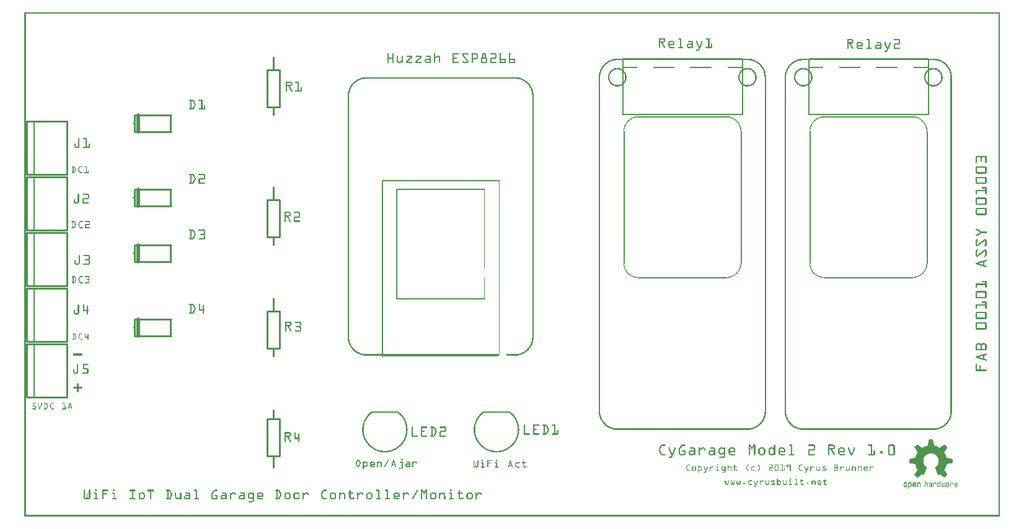
<source format=gto>
G04 MADE WITH FRITZING*
G04 WWW.FRITZING.ORG*
G04 DOUBLE SIDED*
G04 HOLES PLATED*
G04 CONTOUR ON CENTER OF CONTOUR VECTOR*
%ASAXBY*%
%FSLAX23Y23*%
%MOIN*%
%OFA0B0*%
%SFA1.0B1.0*%
%ADD10C,0.005000*%
%ADD11C,0.008000*%
%ADD12C,0.010000*%
%ADD13C,0.020000*%
%ADD14C,0.007874*%
%ADD15R,0.001000X0.001000*%
%LNSILK1*%
G90*
G70*
G54D10*
X1924Y864D02*
X1924Y1809D01*
D02*
X1924Y1809D02*
X2554Y1809D01*
D02*
X2475Y1172D02*
X2003Y1172D01*
D02*
X2003Y1172D02*
X2003Y1762D01*
D02*
X2003Y1762D02*
X2475Y1762D01*
G54D11*
D02*
X1924Y866D02*
X1924Y868D01*
D02*
X3860Y2166D02*
X3860Y2418D01*
D02*
X3860Y2418D02*
X3860Y2465D01*
D02*
X3860Y2465D02*
X3218Y2465D01*
D02*
X3218Y2465D02*
X3218Y2418D01*
D02*
X3218Y2418D02*
X3218Y2166D01*
D02*
X3218Y2166D02*
X3860Y2166D01*
G54D10*
D02*
X3303Y1287D02*
X3775Y1287D01*
D02*
X3854Y1366D02*
X3854Y2075D01*
D02*
X3775Y2153D02*
X3303Y2153D01*
D02*
X3224Y2075D02*
X3224Y1366D01*
G54D11*
D02*
X4860Y2166D02*
X4860Y2418D01*
D02*
X4860Y2418D02*
X4860Y2465D01*
D02*
X4860Y2465D02*
X4218Y2465D01*
D02*
X4218Y2465D02*
X4218Y2418D01*
D02*
X4218Y2418D02*
X4218Y2166D01*
D02*
X4218Y2166D02*
X4860Y2166D01*
G54D10*
D02*
X4303Y1287D02*
X4775Y1287D01*
D02*
X4854Y1366D02*
X4854Y2075D01*
D02*
X4775Y2153D02*
X4303Y2153D01*
D02*
X4224Y2075D02*
X4224Y1366D01*
G54D12*
D02*
X1372Y2407D02*
X1372Y2207D01*
D02*
X1372Y2207D02*
X1306Y2207D01*
D02*
X1306Y2207D02*
X1306Y2407D01*
D02*
X1306Y2407D02*
X1372Y2407D01*
D02*
X1372Y1707D02*
X1372Y1507D01*
D02*
X1372Y1507D02*
X1306Y1507D01*
D02*
X1306Y1507D02*
X1306Y1707D01*
D02*
X1306Y1707D02*
X1372Y1707D01*
D02*
X1372Y1107D02*
X1372Y907D01*
D02*
X1372Y907D02*
X1306Y907D01*
D02*
X1306Y907D02*
X1306Y1107D01*
D02*
X1306Y1107D02*
X1372Y1107D01*
D02*
X1306Y326D02*
X1306Y526D01*
D02*
X1306Y526D02*
X1372Y526D01*
D02*
X1372Y526D02*
X1372Y326D01*
D02*
X1372Y326D02*
X1306Y326D01*
D02*
X593Y2161D02*
X788Y2161D01*
D02*
X788Y2071D02*
X593Y2071D01*
D02*
X593Y2071D02*
X593Y2161D01*
G54D13*
D02*
X613Y2071D02*
X613Y2161D01*
G54D12*
D02*
X593Y1761D02*
X788Y1761D01*
D02*
X788Y1671D02*
X593Y1671D01*
D02*
X593Y1671D02*
X593Y1761D01*
G54D13*
D02*
X613Y1671D02*
X613Y1761D01*
G54D12*
D02*
X593Y1461D02*
X788Y1461D01*
D02*
X788Y1371D02*
X593Y1371D01*
D02*
X593Y1371D02*
X593Y1461D01*
G54D13*
D02*
X613Y1371D02*
X613Y1461D01*
G54D12*
D02*
X593Y1061D02*
X788Y1061D01*
D02*
X788Y971D02*
X593Y971D01*
D02*
X593Y971D02*
X593Y1061D01*
G54D13*
D02*
X613Y971D02*
X613Y1061D01*
G54D12*
D02*
X227Y1842D02*
X227Y2128D01*
D02*
X227Y2128D02*
X11Y2128D01*
D02*
X11Y2128D02*
X11Y1842D01*
D02*
X11Y1842D02*
X227Y1842D01*
G54D10*
D02*
X51Y2128D02*
X51Y1842D01*
G54D12*
D02*
X227Y1542D02*
X227Y1828D01*
D02*
X227Y1828D02*
X11Y1828D01*
D02*
X11Y1828D02*
X11Y1542D01*
D02*
X11Y1542D02*
X227Y1542D01*
G54D10*
D02*
X51Y1828D02*
X51Y1542D01*
G54D12*
D02*
X227Y1242D02*
X227Y1528D01*
D02*
X227Y1528D02*
X11Y1528D01*
D02*
X11Y1528D02*
X11Y1242D01*
D02*
X11Y1242D02*
X227Y1242D01*
G54D10*
D02*
X51Y1528D02*
X51Y1242D01*
G54D12*
D02*
X227Y942D02*
X227Y1228D01*
D02*
X227Y1228D02*
X11Y1228D01*
D02*
X11Y1228D02*
X11Y942D01*
D02*
X11Y942D02*
X227Y942D01*
G54D10*
D02*
X51Y1228D02*
X51Y942D01*
G54D12*
D02*
X227Y642D02*
X227Y928D01*
D02*
X227Y928D02*
X11Y928D01*
D02*
X11Y928D02*
X11Y642D01*
D02*
X11Y642D02*
X227Y642D01*
G54D10*
D02*
X51Y928D02*
X51Y642D01*
G54D14*
X2009Y562D02*
X1867Y562D01*
D02*
X2609Y562D02*
X2467Y562D01*
D02*
G54D15*
X0Y2716D02*
X5245Y2716D01*
X0Y2715D02*
X5245Y2715D01*
X0Y2714D02*
X5245Y2714D01*
X0Y2713D02*
X5245Y2713D01*
X0Y2712D02*
X5245Y2712D01*
X0Y2711D02*
X5245Y2711D01*
X0Y2710D02*
X5245Y2710D01*
X0Y2709D02*
X5245Y2709D01*
X0Y2708D02*
X7Y2708D01*
X5238Y2708D02*
X5245Y2708D01*
X0Y2707D02*
X7Y2707D01*
X5238Y2707D02*
X5245Y2707D01*
X0Y2706D02*
X7Y2706D01*
X5238Y2706D02*
X5245Y2706D01*
X0Y2705D02*
X7Y2705D01*
X5238Y2705D02*
X5245Y2705D01*
X0Y2704D02*
X7Y2704D01*
X5238Y2704D02*
X5245Y2704D01*
X0Y2703D02*
X7Y2703D01*
X5238Y2703D02*
X5245Y2703D01*
X0Y2702D02*
X7Y2702D01*
X5238Y2702D02*
X5245Y2702D01*
X0Y2701D02*
X7Y2701D01*
X5238Y2701D02*
X5245Y2701D01*
X0Y2700D02*
X7Y2700D01*
X5238Y2700D02*
X5245Y2700D01*
X0Y2699D02*
X7Y2699D01*
X5238Y2699D02*
X5245Y2699D01*
X0Y2698D02*
X7Y2698D01*
X5238Y2698D02*
X5245Y2698D01*
X0Y2697D02*
X7Y2697D01*
X5238Y2697D02*
X5245Y2697D01*
X0Y2696D02*
X7Y2696D01*
X5238Y2696D02*
X5245Y2696D01*
X0Y2695D02*
X7Y2695D01*
X5238Y2695D02*
X5245Y2695D01*
X0Y2694D02*
X7Y2694D01*
X5238Y2694D02*
X5245Y2694D01*
X0Y2693D02*
X7Y2693D01*
X5238Y2693D02*
X5245Y2693D01*
X0Y2692D02*
X7Y2692D01*
X5238Y2692D02*
X5245Y2692D01*
X0Y2691D02*
X7Y2691D01*
X5238Y2691D02*
X5245Y2691D01*
X0Y2690D02*
X7Y2690D01*
X5238Y2690D02*
X5245Y2690D01*
X0Y2689D02*
X7Y2689D01*
X5238Y2689D02*
X5245Y2689D01*
X0Y2688D02*
X7Y2688D01*
X5238Y2688D02*
X5245Y2688D01*
X0Y2687D02*
X7Y2687D01*
X5238Y2687D02*
X5245Y2687D01*
X0Y2686D02*
X7Y2686D01*
X5238Y2686D02*
X5245Y2686D01*
X0Y2685D02*
X7Y2685D01*
X5238Y2685D02*
X5245Y2685D01*
X0Y2684D02*
X7Y2684D01*
X5238Y2684D02*
X5245Y2684D01*
X0Y2683D02*
X7Y2683D01*
X5238Y2683D02*
X5245Y2683D01*
X0Y2682D02*
X7Y2682D01*
X5238Y2682D02*
X5245Y2682D01*
X0Y2681D02*
X7Y2681D01*
X5238Y2681D02*
X5245Y2681D01*
X0Y2680D02*
X7Y2680D01*
X5238Y2680D02*
X5245Y2680D01*
X0Y2679D02*
X7Y2679D01*
X5238Y2679D02*
X5245Y2679D01*
X0Y2678D02*
X7Y2678D01*
X5238Y2678D02*
X5245Y2678D01*
X0Y2677D02*
X7Y2677D01*
X5238Y2677D02*
X5245Y2677D01*
X0Y2676D02*
X7Y2676D01*
X5238Y2676D02*
X5245Y2676D01*
X0Y2675D02*
X7Y2675D01*
X5238Y2675D02*
X5245Y2675D01*
X0Y2674D02*
X7Y2674D01*
X5238Y2674D02*
X5245Y2674D01*
X0Y2673D02*
X7Y2673D01*
X5238Y2673D02*
X5245Y2673D01*
X0Y2672D02*
X7Y2672D01*
X5238Y2672D02*
X5245Y2672D01*
X0Y2671D02*
X7Y2671D01*
X5238Y2671D02*
X5245Y2671D01*
X0Y2670D02*
X7Y2670D01*
X5238Y2670D02*
X5245Y2670D01*
X0Y2669D02*
X7Y2669D01*
X5238Y2669D02*
X5245Y2669D01*
X0Y2668D02*
X7Y2668D01*
X5238Y2668D02*
X5245Y2668D01*
X0Y2667D02*
X7Y2667D01*
X5238Y2667D02*
X5245Y2667D01*
X0Y2666D02*
X7Y2666D01*
X5238Y2666D02*
X5245Y2666D01*
X0Y2665D02*
X7Y2665D01*
X5238Y2665D02*
X5245Y2665D01*
X0Y2664D02*
X7Y2664D01*
X5238Y2664D02*
X5245Y2664D01*
X0Y2663D02*
X7Y2663D01*
X5238Y2663D02*
X5245Y2663D01*
X0Y2662D02*
X7Y2662D01*
X5238Y2662D02*
X5245Y2662D01*
X0Y2661D02*
X7Y2661D01*
X5238Y2661D02*
X5245Y2661D01*
X0Y2660D02*
X7Y2660D01*
X5238Y2660D02*
X5245Y2660D01*
X0Y2659D02*
X7Y2659D01*
X5238Y2659D02*
X5245Y2659D01*
X0Y2658D02*
X7Y2658D01*
X5238Y2658D02*
X5245Y2658D01*
X0Y2657D02*
X7Y2657D01*
X5238Y2657D02*
X5245Y2657D01*
X0Y2656D02*
X7Y2656D01*
X5238Y2656D02*
X5245Y2656D01*
X0Y2655D02*
X7Y2655D01*
X5238Y2655D02*
X5245Y2655D01*
X0Y2654D02*
X7Y2654D01*
X5238Y2654D02*
X5245Y2654D01*
X0Y2653D02*
X7Y2653D01*
X5238Y2653D02*
X5245Y2653D01*
X0Y2652D02*
X7Y2652D01*
X5238Y2652D02*
X5245Y2652D01*
X0Y2651D02*
X7Y2651D01*
X5238Y2651D02*
X5245Y2651D01*
X0Y2650D02*
X7Y2650D01*
X5238Y2650D02*
X5245Y2650D01*
X0Y2649D02*
X7Y2649D01*
X5238Y2649D02*
X5245Y2649D01*
X0Y2648D02*
X7Y2648D01*
X5238Y2648D02*
X5245Y2648D01*
X0Y2647D02*
X7Y2647D01*
X5238Y2647D02*
X5245Y2647D01*
X0Y2646D02*
X7Y2646D01*
X5238Y2646D02*
X5245Y2646D01*
X0Y2645D02*
X7Y2645D01*
X5238Y2645D02*
X5245Y2645D01*
X0Y2644D02*
X7Y2644D01*
X5238Y2644D02*
X5245Y2644D01*
X0Y2643D02*
X7Y2643D01*
X5238Y2643D02*
X5245Y2643D01*
X0Y2642D02*
X7Y2642D01*
X5238Y2642D02*
X5245Y2642D01*
X0Y2641D02*
X7Y2641D01*
X5238Y2641D02*
X5245Y2641D01*
X0Y2640D02*
X7Y2640D01*
X5238Y2640D02*
X5245Y2640D01*
X0Y2639D02*
X7Y2639D01*
X5238Y2639D02*
X5245Y2639D01*
X0Y2638D02*
X7Y2638D01*
X5238Y2638D02*
X5245Y2638D01*
X0Y2637D02*
X7Y2637D01*
X5238Y2637D02*
X5245Y2637D01*
X0Y2636D02*
X7Y2636D01*
X5238Y2636D02*
X5245Y2636D01*
X0Y2635D02*
X7Y2635D01*
X5238Y2635D02*
X5245Y2635D01*
X0Y2634D02*
X7Y2634D01*
X5238Y2634D02*
X5245Y2634D01*
X0Y2633D02*
X7Y2633D01*
X5238Y2633D02*
X5245Y2633D01*
X0Y2632D02*
X7Y2632D01*
X5238Y2632D02*
X5245Y2632D01*
X0Y2631D02*
X7Y2631D01*
X5238Y2631D02*
X5245Y2631D01*
X0Y2630D02*
X7Y2630D01*
X5238Y2630D02*
X5245Y2630D01*
X0Y2629D02*
X7Y2629D01*
X5238Y2629D02*
X5245Y2629D01*
X0Y2628D02*
X7Y2628D01*
X5238Y2628D02*
X5245Y2628D01*
X0Y2627D02*
X7Y2627D01*
X5238Y2627D02*
X5245Y2627D01*
X0Y2626D02*
X7Y2626D01*
X5238Y2626D02*
X5245Y2626D01*
X0Y2625D02*
X7Y2625D01*
X5238Y2625D02*
X5245Y2625D01*
X0Y2624D02*
X7Y2624D01*
X5238Y2624D02*
X5245Y2624D01*
X0Y2623D02*
X7Y2623D01*
X5238Y2623D02*
X5245Y2623D01*
X0Y2622D02*
X7Y2622D01*
X5238Y2622D02*
X5245Y2622D01*
X0Y2621D02*
X7Y2621D01*
X5238Y2621D02*
X5245Y2621D01*
X0Y2620D02*
X7Y2620D01*
X5238Y2620D02*
X5245Y2620D01*
X0Y2619D02*
X7Y2619D01*
X5238Y2619D02*
X5245Y2619D01*
X0Y2618D02*
X7Y2618D01*
X5238Y2618D02*
X5245Y2618D01*
X0Y2617D02*
X7Y2617D01*
X5238Y2617D02*
X5245Y2617D01*
X0Y2616D02*
X7Y2616D01*
X5238Y2616D02*
X5245Y2616D01*
X0Y2615D02*
X7Y2615D01*
X5238Y2615D02*
X5245Y2615D01*
X0Y2614D02*
X7Y2614D01*
X5238Y2614D02*
X5245Y2614D01*
X0Y2613D02*
X7Y2613D01*
X5238Y2613D02*
X5245Y2613D01*
X0Y2612D02*
X7Y2612D01*
X5238Y2612D02*
X5245Y2612D01*
X0Y2611D02*
X7Y2611D01*
X5238Y2611D02*
X5245Y2611D01*
X0Y2610D02*
X7Y2610D01*
X5238Y2610D02*
X5245Y2610D01*
X0Y2609D02*
X7Y2609D01*
X5238Y2609D02*
X5245Y2609D01*
X0Y2608D02*
X7Y2608D01*
X5238Y2608D02*
X5245Y2608D01*
X0Y2607D02*
X7Y2607D01*
X5238Y2607D02*
X5245Y2607D01*
X0Y2606D02*
X7Y2606D01*
X5238Y2606D02*
X5245Y2606D01*
X0Y2605D02*
X7Y2605D01*
X5238Y2605D02*
X5245Y2605D01*
X0Y2604D02*
X7Y2604D01*
X5238Y2604D02*
X5245Y2604D01*
X0Y2603D02*
X7Y2603D01*
X5238Y2603D02*
X5245Y2603D01*
X0Y2602D02*
X7Y2602D01*
X5238Y2602D02*
X5245Y2602D01*
X0Y2601D02*
X7Y2601D01*
X5238Y2601D02*
X5245Y2601D01*
X0Y2600D02*
X7Y2600D01*
X5238Y2600D02*
X5245Y2600D01*
X0Y2599D02*
X7Y2599D01*
X5238Y2599D02*
X5245Y2599D01*
X0Y2598D02*
X7Y2598D01*
X5238Y2598D02*
X5245Y2598D01*
X0Y2597D02*
X7Y2597D01*
X5238Y2597D02*
X5245Y2597D01*
X0Y2596D02*
X7Y2596D01*
X5238Y2596D02*
X5245Y2596D01*
X0Y2595D02*
X7Y2595D01*
X5238Y2595D02*
X5245Y2595D01*
X0Y2594D02*
X7Y2594D01*
X5238Y2594D02*
X5245Y2594D01*
X0Y2593D02*
X7Y2593D01*
X5238Y2593D02*
X5245Y2593D01*
X0Y2592D02*
X7Y2592D01*
X5238Y2592D02*
X5245Y2592D01*
X0Y2591D02*
X7Y2591D01*
X5238Y2591D02*
X5245Y2591D01*
X0Y2590D02*
X7Y2590D01*
X5238Y2590D02*
X5245Y2590D01*
X0Y2589D02*
X7Y2589D01*
X5238Y2589D02*
X5245Y2589D01*
X0Y2588D02*
X7Y2588D01*
X5238Y2588D02*
X5245Y2588D01*
X0Y2587D02*
X7Y2587D01*
X5238Y2587D02*
X5245Y2587D01*
X0Y2586D02*
X7Y2586D01*
X5238Y2586D02*
X5245Y2586D01*
X0Y2585D02*
X7Y2585D01*
X5238Y2585D02*
X5245Y2585D01*
X0Y2584D02*
X7Y2584D01*
X5238Y2584D02*
X5245Y2584D01*
X0Y2583D02*
X7Y2583D01*
X5238Y2583D02*
X5245Y2583D01*
X0Y2582D02*
X7Y2582D01*
X5238Y2582D02*
X5245Y2582D01*
X0Y2581D02*
X7Y2581D01*
X5238Y2581D02*
X5245Y2581D01*
X0Y2580D02*
X7Y2580D01*
X5238Y2580D02*
X5245Y2580D01*
X0Y2579D02*
X7Y2579D01*
X5238Y2579D02*
X5245Y2579D01*
X0Y2578D02*
X7Y2578D01*
X5238Y2578D02*
X5245Y2578D01*
X0Y2577D02*
X7Y2577D01*
X3412Y2577D02*
X3439Y2577D01*
X3517Y2577D02*
X3531Y2577D01*
X3664Y2577D02*
X3683Y2577D01*
X5238Y2577D02*
X5245Y2577D01*
X0Y2576D02*
X7Y2576D01*
X3412Y2576D02*
X3441Y2576D01*
X3516Y2576D02*
X3532Y2576D01*
X3664Y2576D02*
X3683Y2576D01*
X5238Y2576D02*
X5245Y2576D01*
X0Y2575D02*
X7Y2575D01*
X3412Y2575D02*
X3442Y2575D01*
X3516Y2575D02*
X3532Y2575D01*
X3663Y2575D02*
X3683Y2575D01*
X5238Y2575D02*
X5245Y2575D01*
X0Y2574D02*
X7Y2574D01*
X3412Y2574D02*
X3443Y2574D01*
X3516Y2574D02*
X3532Y2574D01*
X3663Y2574D02*
X3683Y2574D01*
X5238Y2574D02*
X5245Y2574D01*
X0Y2573D02*
X7Y2573D01*
X3412Y2573D02*
X3444Y2573D01*
X3516Y2573D02*
X3532Y2573D01*
X3663Y2573D02*
X3683Y2573D01*
X5238Y2573D02*
X5245Y2573D01*
X0Y2572D02*
X7Y2572D01*
X3412Y2572D02*
X3444Y2572D01*
X3517Y2572D02*
X3532Y2572D01*
X3664Y2572D02*
X3683Y2572D01*
X4424Y2572D02*
X4449Y2572D01*
X4530Y2572D02*
X4541Y2572D01*
X4677Y2572D02*
X4703Y2572D01*
X5238Y2572D02*
X5245Y2572D01*
X0Y2571D02*
X7Y2571D01*
X3412Y2571D02*
X3445Y2571D01*
X3518Y2571D02*
X3532Y2571D01*
X3665Y2571D02*
X3683Y2571D01*
X4424Y2571D02*
X4452Y2571D01*
X4528Y2571D02*
X4543Y2571D01*
X4676Y2571D02*
X4705Y2571D01*
X5238Y2571D02*
X5245Y2571D01*
X0Y2570D02*
X7Y2570D01*
X3412Y2570D02*
X3418Y2570D01*
X3438Y2570D02*
X3445Y2570D01*
X3526Y2570D02*
X3532Y2570D01*
X3677Y2570D02*
X3683Y2570D01*
X4424Y2570D02*
X4453Y2570D01*
X4528Y2570D02*
X4544Y2570D01*
X4675Y2570D02*
X4706Y2570D01*
X5238Y2570D02*
X5245Y2570D01*
X0Y2569D02*
X7Y2569D01*
X3412Y2569D02*
X3418Y2569D01*
X3439Y2569D02*
X3445Y2569D01*
X3526Y2569D02*
X3532Y2569D01*
X3677Y2569D02*
X3683Y2569D01*
X4424Y2569D02*
X4454Y2569D01*
X4528Y2569D02*
X4544Y2569D01*
X4675Y2569D02*
X4707Y2569D01*
X5238Y2569D02*
X5245Y2569D01*
X0Y2568D02*
X7Y2568D01*
X3412Y2568D02*
X3418Y2568D01*
X3439Y2568D02*
X3446Y2568D01*
X3526Y2568D02*
X3532Y2568D01*
X3677Y2568D02*
X3683Y2568D01*
X4424Y2568D02*
X4455Y2568D01*
X4528Y2568D02*
X4544Y2568D01*
X4675Y2568D02*
X4708Y2568D01*
X5238Y2568D02*
X5245Y2568D01*
X0Y2567D02*
X7Y2567D01*
X3412Y2567D02*
X3418Y2567D01*
X3440Y2567D02*
X3446Y2567D01*
X3526Y2567D02*
X3532Y2567D01*
X3677Y2567D02*
X3683Y2567D01*
X4424Y2567D02*
X4456Y2567D01*
X4528Y2567D02*
X4544Y2567D01*
X4675Y2567D02*
X4708Y2567D01*
X5238Y2567D02*
X5245Y2567D01*
X0Y2566D02*
X7Y2566D01*
X3412Y2566D02*
X3418Y2566D01*
X3440Y2566D02*
X3446Y2566D01*
X3526Y2566D02*
X3532Y2566D01*
X3677Y2566D02*
X3683Y2566D01*
X4424Y2566D02*
X4456Y2566D01*
X4529Y2566D02*
X4544Y2566D01*
X4676Y2566D02*
X4708Y2566D01*
X5238Y2566D02*
X5245Y2566D01*
X0Y2565D02*
X7Y2565D01*
X3412Y2565D02*
X3418Y2565D01*
X3440Y2565D02*
X3446Y2565D01*
X3526Y2565D02*
X3532Y2565D01*
X3677Y2565D02*
X3683Y2565D01*
X4424Y2565D02*
X4430Y2565D01*
X4449Y2565D02*
X4457Y2565D01*
X4538Y2565D02*
X4544Y2565D01*
X4702Y2565D02*
X4708Y2565D01*
X5238Y2565D02*
X5245Y2565D01*
X0Y2564D02*
X7Y2564D01*
X3412Y2564D02*
X3418Y2564D01*
X3440Y2564D02*
X3446Y2564D01*
X3526Y2564D02*
X3532Y2564D01*
X3677Y2564D02*
X3683Y2564D01*
X4424Y2564D02*
X4430Y2564D01*
X4450Y2564D02*
X4457Y2564D01*
X4538Y2564D02*
X4544Y2564D01*
X4702Y2564D02*
X4708Y2564D01*
X5238Y2564D02*
X5245Y2564D01*
X0Y2563D02*
X7Y2563D01*
X3412Y2563D02*
X3418Y2563D01*
X3439Y2563D02*
X3446Y2563D01*
X3475Y2563D02*
X3483Y2563D01*
X3526Y2563D02*
X3532Y2563D01*
X3573Y2563D02*
X3585Y2563D01*
X3677Y2563D02*
X3683Y2563D01*
X4424Y2563D02*
X4430Y2563D01*
X4451Y2563D02*
X4457Y2563D01*
X4538Y2563D02*
X4544Y2563D01*
X4702Y2563D02*
X4708Y2563D01*
X5238Y2563D02*
X5245Y2563D01*
X0Y2562D02*
X7Y2562D01*
X3412Y2562D02*
X3418Y2562D01*
X3439Y2562D02*
X3445Y2562D01*
X3471Y2562D02*
X3487Y2562D01*
X3526Y2562D02*
X3532Y2562D01*
X3571Y2562D02*
X3589Y2562D01*
X3614Y2562D02*
X3618Y2562D01*
X3641Y2562D02*
X3645Y2562D01*
X3677Y2562D02*
X3683Y2562D01*
X4424Y2562D02*
X4430Y2562D01*
X4451Y2562D02*
X4457Y2562D01*
X4538Y2562D02*
X4544Y2562D01*
X4702Y2562D02*
X4708Y2562D01*
X5238Y2562D02*
X5245Y2562D01*
X0Y2561D02*
X7Y2561D01*
X3412Y2561D02*
X3418Y2561D01*
X3438Y2561D02*
X3445Y2561D01*
X3469Y2561D02*
X3489Y2561D01*
X3526Y2561D02*
X3532Y2561D01*
X3570Y2561D02*
X3591Y2561D01*
X3613Y2561D02*
X3618Y2561D01*
X3641Y2561D02*
X3646Y2561D01*
X3677Y2561D02*
X3683Y2561D01*
X4424Y2561D02*
X4430Y2561D01*
X4451Y2561D02*
X4457Y2561D01*
X4538Y2561D02*
X4544Y2561D01*
X4702Y2561D02*
X4708Y2561D01*
X5238Y2561D02*
X5245Y2561D01*
X0Y2560D02*
X7Y2560D01*
X3412Y2560D02*
X3445Y2560D01*
X3468Y2560D02*
X3490Y2560D01*
X3526Y2560D02*
X3532Y2560D01*
X3570Y2560D02*
X3592Y2560D01*
X3613Y2560D02*
X3619Y2560D01*
X3640Y2560D02*
X3646Y2560D01*
X3677Y2560D02*
X3683Y2560D01*
X4424Y2560D02*
X4430Y2560D01*
X4451Y2560D02*
X4457Y2560D01*
X4538Y2560D02*
X4544Y2560D01*
X4702Y2560D02*
X4708Y2560D01*
X5238Y2560D02*
X5245Y2560D01*
X0Y2559D02*
X7Y2559D01*
X3412Y2559D02*
X3445Y2559D01*
X3467Y2559D02*
X3491Y2559D01*
X3526Y2559D02*
X3532Y2559D01*
X3570Y2559D02*
X3593Y2559D01*
X3613Y2559D02*
X3619Y2559D01*
X3640Y2559D02*
X3646Y2559D01*
X3677Y2559D02*
X3683Y2559D01*
X4424Y2559D02*
X4430Y2559D01*
X4451Y2559D02*
X4457Y2559D01*
X4538Y2559D02*
X4544Y2559D01*
X4702Y2559D02*
X4708Y2559D01*
X5238Y2559D02*
X5245Y2559D01*
X0Y2558D02*
X7Y2558D01*
X3412Y2558D02*
X3444Y2558D01*
X3466Y2558D02*
X3492Y2558D01*
X3526Y2558D02*
X3532Y2558D01*
X3570Y2558D02*
X3594Y2558D01*
X3613Y2558D02*
X3619Y2558D01*
X3640Y2558D02*
X3646Y2558D01*
X3677Y2558D02*
X3683Y2558D01*
X4424Y2558D02*
X4430Y2558D01*
X4451Y2558D02*
X4457Y2558D01*
X4538Y2558D02*
X4544Y2558D01*
X4702Y2558D02*
X4708Y2558D01*
X5238Y2558D02*
X5245Y2558D01*
X0Y2557D02*
X7Y2557D01*
X3412Y2557D02*
X3443Y2557D01*
X3465Y2557D02*
X3493Y2557D01*
X3526Y2557D02*
X3532Y2557D01*
X3571Y2557D02*
X3594Y2557D01*
X3613Y2557D02*
X3619Y2557D01*
X3640Y2557D02*
X3646Y2557D01*
X3677Y2557D02*
X3683Y2557D01*
X4424Y2557D02*
X4430Y2557D01*
X4451Y2557D02*
X4457Y2557D01*
X4484Y2557D02*
X4498Y2557D01*
X4538Y2557D02*
X4544Y2557D01*
X4583Y2557D02*
X4600Y2557D01*
X4626Y2557D02*
X4629Y2557D01*
X4654Y2557D02*
X4656Y2557D01*
X4702Y2557D02*
X4708Y2557D01*
X5238Y2557D02*
X5245Y2557D01*
X0Y2556D02*
X7Y2556D01*
X3412Y2556D02*
X3442Y2556D01*
X3464Y2556D02*
X3494Y2556D01*
X3526Y2556D02*
X3532Y2556D01*
X3573Y2556D02*
X3595Y2556D01*
X3613Y2556D02*
X3619Y2556D01*
X3640Y2556D02*
X3646Y2556D01*
X3677Y2556D02*
X3683Y2556D01*
X4424Y2556D02*
X4430Y2556D01*
X4450Y2556D02*
X4457Y2556D01*
X4482Y2556D02*
X4500Y2556D01*
X4538Y2556D02*
X4544Y2556D01*
X4582Y2556D02*
X4602Y2556D01*
X4625Y2556D02*
X4630Y2556D01*
X4653Y2556D02*
X4657Y2556D01*
X4702Y2556D02*
X4708Y2556D01*
X5238Y2556D02*
X5245Y2556D01*
X0Y2555D02*
X7Y2555D01*
X3412Y2555D02*
X3441Y2555D01*
X3463Y2555D02*
X3472Y2555D01*
X3486Y2555D02*
X3495Y2555D01*
X3526Y2555D02*
X3532Y2555D01*
X3588Y2555D02*
X3595Y2555D01*
X3613Y2555D02*
X3619Y2555D01*
X3640Y2555D02*
X3646Y2555D01*
X3677Y2555D02*
X3683Y2555D01*
X4424Y2555D02*
X4430Y2555D01*
X4449Y2555D02*
X4457Y2555D01*
X4480Y2555D02*
X4501Y2555D01*
X4538Y2555D02*
X4544Y2555D01*
X4581Y2555D02*
X4603Y2555D01*
X4625Y2555D02*
X4630Y2555D01*
X4652Y2555D02*
X4658Y2555D01*
X4702Y2555D02*
X4708Y2555D01*
X5238Y2555D02*
X5245Y2555D01*
X0Y2554D02*
X7Y2554D01*
X3412Y2554D02*
X3439Y2554D01*
X3463Y2554D02*
X3470Y2554D01*
X3488Y2554D02*
X3495Y2554D01*
X3526Y2554D02*
X3532Y2554D01*
X3589Y2554D02*
X3595Y2554D01*
X3613Y2554D02*
X3619Y2554D01*
X3640Y2554D02*
X3646Y2554D01*
X3677Y2554D02*
X3683Y2554D01*
X4424Y2554D02*
X4456Y2554D01*
X4479Y2554D02*
X4502Y2554D01*
X4538Y2554D02*
X4544Y2554D01*
X4581Y2554D02*
X4604Y2554D01*
X4625Y2554D02*
X4630Y2554D01*
X4652Y2554D02*
X4658Y2554D01*
X4702Y2554D02*
X4708Y2554D01*
X5238Y2554D02*
X5245Y2554D01*
X0Y2553D02*
X7Y2553D01*
X3412Y2553D02*
X3435Y2553D01*
X3463Y2553D02*
X3469Y2553D01*
X3489Y2553D02*
X3495Y2553D01*
X3526Y2553D02*
X3532Y2553D01*
X3589Y2553D02*
X3595Y2553D01*
X3613Y2553D02*
X3619Y2553D01*
X3640Y2553D02*
X3646Y2553D01*
X3677Y2553D02*
X3683Y2553D01*
X4424Y2553D02*
X4456Y2553D01*
X4478Y2553D02*
X4504Y2553D01*
X4538Y2553D02*
X4544Y2553D01*
X4581Y2553D02*
X4605Y2553D01*
X4624Y2553D02*
X4631Y2553D01*
X4652Y2553D02*
X4658Y2553D01*
X4702Y2553D02*
X4708Y2553D01*
X5238Y2553D02*
X5245Y2553D01*
X0Y2552D02*
X7Y2552D01*
X3412Y2552D02*
X3418Y2552D01*
X3424Y2552D02*
X3432Y2552D01*
X3462Y2552D02*
X3469Y2552D01*
X3489Y2552D02*
X3496Y2552D01*
X3526Y2552D02*
X3532Y2552D01*
X3589Y2552D02*
X3595Y2552D01*
X3613Y2552D02*
X3620Y2552D01*
X3639Y2552D02*
X3646Y2552D01*
X3677Y2552D02*
X3683Y2552D01*
X4424Y2552D02*
X4455Y2552D01*
X4477Y2552D02*
X4505Y2552D01*
X4538Y2552D02*
X4544Y2552D01*
X4582Y2552D02*
X4606Y2552D01*
X4624Y2552D02*
X4631Y2552D01*
X4652Y2552D02*
X4658Y2552D01*
X4702Y2552D02*
X4708Y2552D01*
X5238Y2552D02*
X5245Y2552D01*
X0Y2551D02*
X7Y2551D01*
X3412Y2551D02*
X3418Y2551D01*
X3425Y2551D02*
X3432Y2551D01*
X3462Y2551D02*
X3468Y2551D01*
X3490Y2551D02*
X3496Y2551D01*
X3526Y2551D02*
X3532Y2551D01*
X3589Y2551D02*
X3595Y2551D01*
X3614Y2551D02*
X3620Y2551D01*
X3639Y2551D02*
X3646Y2551D01*
X3677Y2551D02*
X3683Y2551D01*
X4424Y2551D02*
X4454Y2551D01*
X4476Y2551D02*
X4505Y2551D01*
X4538Y2551D02*
X4544Y2551D01*
X4583Y2551D02*
X4606Y2551D01*
X4624Y2551D02*
X4631Y2551D01*
X4652Y2551D02*
X4658Y2551D01*
X4702Y2551D02*
X4708Y2551D01*
X5238Y2551D02*
X5245Y2551D01*
X0Y2550D02*
X7Y2550D01*
X3412Y2550D02*
X3418Y2550D01*
X3426Y2550D02*
X3433Y2550D01*
X3462Y2550D02*
X3468Y2550D01*
X3490Y2550D02*
X3496Y2550D01*
X3526Y2550D02*
X3532Y2550D01*
X3589Y2550D02*
X3595Y2550D01*
X3614Y2550D02*
X3621Y2550D01*
X3638Y2550D02*
X3645Y2550D01*
X3677Y2550D02*
X3683Y2550D01*
X4424Y2550D02*
X4453Y2550D01*
X4475Y2550D02*
X4484Y2550D01*
X4497Y2550D02*
X4506Y2550D01*
X4538Y2550D02*
X4544Y2550D01*
X4599Y2550D02*
X4607Y2550D01*
X4624Y2550D02*
X4631Y2550D01*
X4652Y2550D02*
X4658Y2550D01*
X4702Y2550D02*
X4708Y2550D01*
X5238Y2550D02*
X5245Y2550D01*
X0Y2549D02*
X7Y2549D01*
X3412Y2549D02*
X3418Y2549D01*
X3426Y2549D02*
X3433Y2549D01*
X3462Y2549D02*
X3468Y2549D01*
X3490Y2549D02*
X3496Y2549D01*
X3526Y2549D02*
X3532Y2549D01*
X3589Y2549D02*
X3595Y2549D01*
X3614Y2549D02*
X3621Y2549D01*
X3638Y2549D02*
X3645Y2549D01*
X3677Y2549D02*
X3683Y2549D01*
X4424Y2549D02*
X4452Y2549D01*
X4475Y2549D02*
X4483Y2549D01*
X4499Y2549D02*
X4507Y2549D01*
X4538Y2549D02*
X4544Y2549D01*
X4600Y2549D02*
X4607Y2549D01*
X4624Y2549D02*
X4631Y2549D01*
X4652Y2549D02*
X4658Y2549D01*
X4702Y2549D02*
X4708Y2549D01*
X5238Y2549D02*
X5245Y2549D01*
X0Y2548D02*
X7Y2548D01*
X3412Y2548D02*
X3418Y2548D01*
X3427Y2548D02*
X3434Y2548D01*
X3462Y2548D02*
X3468Y2548D01*
X3490Y2548D02*
X3496Y2548D01*
X3526Y2548D02*
X3532Y2548D01*
X3571Y2548D02*
X3595Y2548D01*
X3615Y2548D02*
X3622Y2548D01*
X3638Y2548D02*
X3644Y2548D01*
X3677Y2548D02*
X3683Y2548D01*
X3693Y2548D02*
X3694Y2548D01*
X4424Y2548D02*
X4450Y2548D01*
X4474Y2548D02*
X4482Y2548D01*
X4500Y2548D02*
X4507Y2548D01*
X4538Y2548D02*
X4544Y2548D01*
X4601Y2548D02*
X4607Y2548D01*
X4625Y2548D02*
X4631Y2548D01*
X4652Y2548D02*
X4658Y2548D01*
X4679Y2548D02*
X4708Y2548D01*
X5238Y2548D02*
X5245Y2548D01*
X0Y2547D02*
X7Y2547D01*
X3412Y2547D02*
X3418Y2547D01*
X3427Y2547D02*
X3435Y2547D01*
X3462Y2547D02*
X3468Y2547D01*
X3490Y2547D02*
X3496Y2547D01*
X3526Y2547D02*
X3532Y2547D01*
X3568Y2547D02*
X3596Y2547D01*
X3615Y2547D02*
X3622Y2547D01*
X3637Y2547D02*
X3644Y2547D01*
X3677Y2547D02*
X3683Y2547D01*
X3691Y2547D02*
X3696Y2547D01*
X4424Y2547D02*
X4430Y2547D01*
X4436Y2547D02*
X4443Y2547D01*
X4474Y2547D02*
X4481Y2547D01*
X4501Y2547D02*
X4507Y2547D01*
X4538Y2547D02*
X4544Y2547D01*
X4601Y2547D02*
X4607Y2547D01*
X4625Y2547D02*
X4631Y2547D01*
X4651Y2547D02*
X4658Y2547D01*
X4677Y2547D02*
X4708Y2547D01*
X5238Y2547D02*
X5245Y2547D01*
X0Y2546D02*
X7Y2546D01*
X3412Y2546D02*
X3418Y2546D01*
X3428Y2546D02*
X3435Y2546D01*
X3462Y2546D02*
X3468Y2546D01*
X3490Y2546D02*
X3496Y2546D01*
X3526Y2546D02*
X3532Y2546D01*
X3567Y2546D02*
X3596Y2546D01*
X3616Y2546D02*
X3622Y2546D01*
X3637Y2546D02*
X3643Y2546D01*
X3677Y2546D02*
X3683Y2546D01*
X3691Y2546D02*
X3696Y2546D01*
X4424Y2546D02*
X4430Y2546D01*
X4436Y2546D02*
X4444Y2546D01*
X4474Y2546D02*
X4480Y2546D01*
X4501Y2546D02*
X4507Y2546D01*
X4538Y2546D02*
X4544Y2546D01*
X4601Y2546D02*
X4607Y2546D01*
X4625Y2546D02*
X4632Y2546D01*
X4651Y2546D02*
X4657Y2546D01*
X4676Y2546D02*
X4708Y2546D01*
X5238Y2546D02*
X5245Y2546D01*
X0Y2545D02*
X7Y2545D01*
X3412Y2545D02*
X3418Y2545D01*
X3428Y2545D02*
X3436Y2545D01*
X3462Y2545D02*
X3496Y2545D01*
X3526Y2545D02*
X3532Y2545D01*
X3565Y2545D02*
X3596Y2545D01*
X3616Y2545D02*
X3623Y2545D01*
X3636Y2545D02*
X3643Y2545D01*
X3677Y2545D02*
X3683Y2545D01*
X3691Y2545D02*
X3697Y2545D01*
X4424Y2545D02*
X4430Y2545D01*
X4437Y2545D02*
X4444Y2545D01*
X4474Y2545D02*
X4480Y2545D01*
X4501Y2545D02*
X4507Y2545D01*
X4538Y2545D02*
X4544Y2545D01*
X4601Y2545D02*
X4607Y2545D01*
X4625Y2545D02*
X4632Y2545D01*
X4650Y2545D02*
X4657Y2545D01*
X4676Y2545D02*
X4707Y2545D01*
X5238Y2545D02*
X5245Y2545D01*
X0Y2544D02*
X7Y2544D01*
X3412Y2544D02*
X3418Y2544D01*
X3429Y2544D02*
X3436Y2544D01*
X3462Y2544D02*
X3496Y2544D01*
X3526Y2544D02*
X3532Y2544D01*
X3565Y2544D02*
X3596Y2544D01*
X3617Y2544D02*
X3623Y2544D01*
X3636Y2544D02*
X3642Y2544D01*
X3677Y2544D02*
X3683Y2544D01*
X3691Y2544D02*
X3697Y2544D01*
X4424Y2544D02*
X4430Y2544D01*
X4438Y2544D02*
X4445Y2544D01*
X4474Y2544D02*
X4480Y2544D01*
X4501Y2544D02*
X4507Y2544D01*
X4538Y2544D02*
X4544Y2544D01*
X4601Y2544D02*
X4607Y2544D01*
X4626Y2544D02*
X4633Y2544D01*
X4650Y2544D02*
X4657Y2544D01*
X4675Y2544D02*
X4706Y2544D01*
X5238Y2544D02*
X5245Y2544D01*
X0Y2543D02*
X7Y2543D01*
X3412Y2543D02*
X3418Y2543D01*
X3430Y2543D02*
X3437Y2543D01*
X3462Y2543D02*
X3496Y2543D01*
X3526Y2543D02*
X3532Y2543D01*
X3564Y2543D02*
X3596Y2543D01*
X3617Y2543D02*
X3624Y2543D01*
X3635Y2543D02*
X3642Y2543D01*
X3677Y2543D02*
X3683Y2543D01*
X3691Y2543D02*
X3697Y2543D01*
X4424Y2543D02*
X4430Y2543D01*
X4438Y2543D02*
X4445Y2543D01*
X4474Y2543D02*
X4480Y2543D01*
X4501Y2543D02*
X4507Y2543D01*
X4538Y2543D02*
X4544Y2543D01*
X4601Y2543D02*
X4607Y2543D01*
X4626Y2543D02*
X4633Y2543D01*
X4649Y2543D02*
X4656Y2543D01*
X4675Y2543D02*
X4705Y2543D01*
X5238Y2543D02*
X5245Y2543D01*
X0Y2542D02*
X7Y2542D01*
X3412Y2542D02*
X3418Y2542D01*
X3430Y2542D02*
X3437Y2542D01*
X3462Y2542D02*
X3496Y2542D01*
X3526Y2542D02*
X3532Y2542D01*
X3563Y2542D02*
X3596Y2542D01*
X3618Y2542D02*
X3624Y2542D01*
X3635Y2542D02*
X3642Y2542D01*
X3677Y2542D02*
X3683Y2542D01*
X3691Y2542D02*
X3697Y2542D01*
X4424Y2542D02*
X4430Y2542D01*
X4439Y2542D02*
X4446Y2542D01*
X4474Y2542D02*
X4480Y2542D01*
X4501Y2542D02*
X4507Y2542D01*
X4538Y2542D02*
X4544Y2542D01*
X4581Y2542D02*
X4607Y2542D01*
X4627Y2542D02*
X4633Y2542D01*
X4649Y2542D02*
X4656Y2542D01*
X4675Y2542D02*
X4703Y2542D01*
X5238Y2542D02*
X5245Y2542D01*
X0Y2541D02*
X7Y2541D01*
X3412Y2541D02*
X3418Y2541D01*
X3431Y2541D02*
X3438Y2541D01*
X3462Y2541D02*
X3496Y2541D01*
X3526Y2541D02*
X3532Y2541D01*
X3563Y2541D02*
X3571Y2541D01*
X3587Y2541D02*
X3596Y2541D01*
X3618Y2541D02*
X3625Y2541D01*
X3634Y2541D02*
X3641Y2541D01*
X3677Y2541D02*
X3683Y2541D01*
X3691Y2541D02*
X3697Y2541D01*
X4424Y2541D02*
X4430Y2541D01*
X4439Y2541D02*
X4446Y2541D01*
X4474Y2541D02*
X4480Y2541D01*
X4501Y2541D02*
X4507Y2541D01*
X4538Y2541D02*
X4544Y2541D01*
X4579Y2541D02*
X4607Y2541D01*
X4627Y2541D02*
X4634Y2541D01*
X4649Y2541D02*
X4655Y2541D01*
X4675Y2541D02*
X4681Y2541D01*
X5238Y2541D02*
X5245Y2541D01*
X0Y2540D02*
X7Y2540D01*
X3412Y2540D02*
X3418Y2540D01*
X3431Y2540D02*
X3439Y2540D01*
X3462Y2540D02*
X3495Y2540D01*
X3526Y2540D02*
X3532Y2540D01*
X3563Y2540D02*
X3569Y2540D01*
X3589Y2540D02*
X3596Y2540D01*
X3618Y2540D02*
X3625Y2540D01*
X3634Y2540D02*
X3641Y2540D01*
X3677Y2540D02*
X3683Y2540D01*
X3691Y2540D02*
X3697Y2540D01*
X4424Y2540D02*
X4430Y2540D01*
X4440Y2540D02*
X4447Y2540D01*
X4474Y2540D02*
X4480Y2540D01*
X4501Y2540D02*
X4507Y2540D01*
X4538Y2540D02*
X4544Y2540D01*
X4578Y2540D02*
X4607Y2540D01*
X4628Y2540D02*
X4634Y2540D01*
X4648Y2540D02*
X4655Y2540D01*
X4675Y2540D02*
X4681Y2540D01*
X5238Y2540D02*
X5245Y2540D01*
X0Y2539D02*
X7Y2539D01*
X3412Y2539D02*
X3418Y2539D01*
X3432Y2539D02*
X3439Y2539D01*
X3462Y2539D02*
X3494Y2539D01*
X3526Y2539D02*
X3532Y2539D01*
X3563Y2539D02*
X3569Y2539D01*
X3590Y2539D02*
X3596Y2539D01*
X3619Y2539D02*
X3626Y2539D01*
X3634Y2539D02*
X3640Y2539D01*
X3677Y2539D02*
X3683Y2539D01*
X3691Y2539D02*
X3697Y2539D01*
X4424Y2539D02*
X4430Y2539D01*
X4440Y2539D02*
X4448Y2539D01*
X4474Y2539D02*
X4507Y2539D01*
X4538Y2539D02*
X4544Y2539D01*
X4577Y2539D02*
X4607Y2539D01*
X4628Y2539D02*
X4635Y2539D01*
X4648Y2539D02*
X4654Y2539D01*
X4675Y2539D02*
X4681Y2539D01*
X5238Y2539D02*
X5245Y2539D01*
X0Y2538D02*
X7Y2538D01*
X3412Y2538D02*
X3418Y2538D01*
X3433Y2538D02*
X3440Y2538D01*
X3462Y2538D02*
X3468Y2538D01*
X3526Y2538D02*
X3532Y2538D01*
X3563Y2538D02*
X3569Y2538D01*
X3590Y2538D02*
X3596Y2538D01*
X3619Y2538D02*
X3626Y2538D01*
X3633Y2538D02*
X3640Y2538D01*
X3677Y2538D02*
X3683Y2538D01*
X3691Y2538D02*
X3697Y2538D01*
X4424Y2538D02*
X4430Y2538D01*
X4441Y2538D02*
X4448Y2538D01*
X4474Y2538D02*
X4507Y2538D01*
X4538Y2538D02*
X4544Y2538D01*
X4576Y2538D02*
X4607Y2538D01*
X4629Y2538D02*
X4635Y2538D01*
X4647Y2538D02*
X4654Y2538D01*
X4675Y2538D02*
X4681Y2538D01*
X5238Y2538D02*
X5245Y2538D01*
X0Y2537D02*
X7Y2537D01*
X3412Y2537D02*
X3418Y2537D01*
X3433Y2537D02*
X3440Y2537D01*
X3462Y2537D02*
X3468Y2537D01*
X3526Y2537D02*
X3532Y2537D01*
X3563Y2537D02*
X3569Y2537D01*
X3590Y2537D02*
X3596Y2537D01*
X3620Y2537D02*
X3626Y2537D01*
X3633Y2537D02*
X3639Y2537D01*
X3677Y2537D02*
X3683Y2537D01*
X3691Y2537D02*
X3697Y2537D01*
X4424Y2537D02*
X4430Y2537D01*
X4442Y2537D02*
X4449Y2537D01*
X4474Y2537D02*
X4507Y2537D01*
X4538Y2537D02*
X4544Y2537D01*
X4575Y2537D02*
X4607Y2537D01*
X4629Y2537D02*
X4636Y2537D01*
X4647Y2537D02*
X4654Y2537D01*
X4675Y2537D02*
X4681Y2537D01*
X5238Y2537D02*
X5245Y2537D01*
X0Y2536D02*
X7Y2536D01*
X3412Y2536D02*
X3418Y2536D01*
X3434Y2536D02*
X3441Y2536D01*
X3462Y2536D02*
X3468Y2536D01*
X3526Y2536D02*
X3532Y2536D01*
X3563Y2536D02*
X3569Y2536D01*
X3590Y2536D02*
X3596Y2536D01*
X3620Y2536D02*
X3627Y2536D01*
X3632Y2536D02*
X3639Y2536D01*
X3677Y2536D02*
X3683Y2536D01*
X3691Y2536D02*
X3697Y2536D01*
X4424Y2536D02*
X4430Y2536D01*
X4442Y2536D02*
X4449Y2536D01*
X4474Y2536D02*
X4507Y2536D01*
X4538Y2536D02*
X4544Y2536D01*
X4575Y2536D02*
X4607Y2536D01*
X4629Y2536D02*
X4636Y2536D01*
X4646Y2536D02*
X4653Y2536D01*
X4675Y2536D02*
X4681Y2536D01*
X5238Y2536D02*
X5245Y2536D01*
X0Y2535D02*
X7Y2535D01*
X3412Y2535D02*
X3418Y2535D01*
X3434Y2535D02*
X3442Y2535D01*
X3462Y2535D02*
X3469Y2535D01*
X3526Y2535D02*
X3532Y2535D01*
X3563Y2535D02*
X3569Y2535D01*
X3590Y2535D02*
X3596Y2535D01*
X3621Y2535D02*
X3627Y2535D01*
X3632Y2535D02*
X3639Y2535D01*
X3677Y2535D02*
X3683Y2535D01*
X3691Y2535D02*
X3697Y2535D01*
X4424Y2535D02*
X4430Y2535D01*
X4443Y2535D02*
X4450Y2535D01*
X4474Y2535D02*
X4507Y2535D01*
X4538Y2535D02*
X4544Y2535D01*
X4575Y2535D02*
X4582Y2535D01*
X4600Y2535D02*
X4607Y2535D01*
X4630Y2535D02*
X4637Y2535D01*
X4646Y2535D02*
X4653Y2535D01*
X4675Y2535D02*
X4681Y2535D01*
X5238Y2535D02*
X5245Y2535D01*
X0Y2534D02*
X7Y2534D01*
X3412Y2534D02*
X3418Y2534D01*
X3435Y2534D02*
X3442Y2534D01*
X3462Y2534D02*
X3469Y2534D01*
X3526Y2534D02*
X3532Y2534D01*
X3563Y2534D02*
X3569Y2534D01*
X3588Y2534D02*
X3596Y2534D01*
X3621Y2534D02*
X3628Y2534D01*
X3631Y2534D02*
X3638Y2534D01*
X3677Y2534D02*
X3683Y2534D01*
X3691Y2534D02*
X3697Y2534D01*
X4424Y2534D02*
X4430Y2534D01*
X4443Y2534D02*
X4451Y2534D01*
X4474Y2534D02*
X4507Y2534D01*
X4538Y2534D02*
X4544Y2534D01*
X4574Y2534D02*
X4581Y2534D01*
X4601Y2534D02*
X4607Y2534D01*
X4630Y2534D02*
X4637Y2534D01*
X4645Y2534D02*
X4652Y2534D01*
X4675Y2534D02*
X4681Y2534D01*
X5238Y2534D02*
X5245Y2534D01*
X0Y2533D02*
X7Y2533D01*
X3412Y2533D02*
X3418Y2533D01*
X3435Y2533D02*
X3443Y2533D01*
X3463Y2533D02*
X3470Y2533D01*
X3526Y2533D02*
X3532Y2533D01*
X3563Y2533D02*
X3569Y2533D01*
X3586Y2533D02*
X3596Y2533D01*
X3622Y2533D02*
X3638Y2533D01*
X3677Y2533D02*
X3683Y2533D01*
X3691Y2533D02*
X3697Y2533D01*
X4424Y2533D02*
X4430Y2533D01*
X4444Y2533D02*
X4451Y2533D01*
X4474Y2533D02*
X4505Y2533D01*
X4538Y2533D02*
X4544Y2533D01*
X4574Y2533D02*
X4580Y2533D01*
X4601Y2533D02*
X4607Y2533D01*
X4631Y2533D02*
X4637Y2533D01*
X4645Y2533D02*
X4652Y2533D01*
X4675Y2533D02*
X4681Y2533D01*
X5238Y2533D02*
X5245Y2533D01*
X0Y2532D02*
X7Y2532D01*
X3412Y2532D02*
X3418Y2532D01*
X3436Y2532D02*
X3443Y2532D01*
X3463Y2532D02*
X3471Y2532D01*
X3526Y2532D02*
X3532Y2532D01*
X3563Y2532D02*
X3569Y2532D01*
X3585Y2532D02*
X3596Y2532D01*
X3622Y2532D02*
X3637Y2532D01*
X3677Y2532D02*
X3683Y2532D01*
X3691Y2532D02*
X3697Y2532D01*
X4424Y2532D02*
X4430Y2532D01*
X4445Y2532D02*
X4452Y2532D01*
X4474Y2532D02*
X4480Y2532D01*
X4538Y2532D02*
X4544Y2532D01*
X4574Y2532D02*
X4580Y2532D01*
X4601Y2532D02*
X4608Y2532D01*
X4631Y2532D02*
X4638Y2532D01*
X4645Y2532D02*
X4651Y2532D01*
X4675Y2532D02*
X4681Y2532D01*
X5238Y2532D02*
X5245Y2532D01*
X0Y2531D02*
X7Y2531D01*
X3412Y2531D02*
X3418Y2531D01*
X3437Y2531D02*
X3444Y2531D01*
X3464Y2531D02*
X3473Y2531D01*
X3526Y2531D02*
X3532Y2531D01*
X3563Y2531D02*
X3570Y2531D01*
X3583Y2531D02*
X3596Y2531D01*
X3622Y2531D02*
X3637Y2531D01*
X3677Y2531D02*
X3683Y2531D01*
X3691Y2531D02*
X3697Y2531D01*
X4424Y2531D02*
X4430Y2531D01*
X4445Y2531D02*
X4452Y2531D01*
X4474Y2531D02*
X4480Y2531D01*
X4538Y2531D02*
X4544Y2531D01*
X4574Y2531D02*
X4580Y2531D01*
X4601Y2531D02*
X4608Y2531D01*
X4632Y2531D02*
X4638Y2531D01*
X4644Y2531D02*
X4651Y2531D01*
X4675Y2531D02*
X4681Y2531D01*
X5238Y2531D02*
X5245Y2531D01*
X0Y2530D02*
X7Y2530D01*
X3412Y2530D02*
X3418Y2530D01*
X3437Y2530D02*
X3444Y2530D01*
X3464Y2530D02*
X3494Y2530D01*
X3518Y2530D02*
X3541Y2530D01*
X3563Y2530D02*
X3596Y2530D01*
X3623Y2530D02*
X3636Y2530D01*
X3665Y2530D02*
X3697Y2530D01*
X4424Y2530D02*
X4430Y2530D01*
X4446Y2530D02*
X4453Y2530D01*
X4474Y2530D02*
X4480Y2530D01*
X4538Y2530D02*
X4544Y2530D01*
X4574Y2530D02*
X4580Y2530D01*
X4601Y2530D02*
X4608Y2530D01*
X4632Y2530D02*
X4639Y2530D01*
X4644Y2530D02*
X4650Y2530D01*
X4675Y2530D02*
X4681Y2530D01*
X5238Y2530D02*
X5245Y2530D01*
X0Y2529D02*
X7Y2529D01*
X3412Y2529D02*
X3418Y2529D01*
X3438Y2529D02*
X3445Y2529D01*
X3465Y2529D02*
X3495Y2529D01*
X3517Y2529D02*
X3542Y2529D01*
X3564Y2529D02*
X3596Y2529D01*
X3623Y2529D02*
X3636Y2529D01*
X3664Y2529D02*
X3697Y2529D01*
X4424Y2529D02*
X4430Y2529D01*
X4446Y2529D02*
X4453Y2529D01*
X4474Y2529D02*
X4480Y2529D01*
X4538Y2529D02*
X4544Y2529D01*
X4574Y2529D02*
X4580Y2529D01*
X4601Y2529D02*
X4608Y2529D01*
X4633Y2529D02*
X4639Y2529D01*
X4643Y2529D02*
X4650Y2529D01*
X4675Y2529D02*
X4681Y2529D01*
X5238Y2529D02*
X5245Y2529D01*
X0Y2528D02*
X7Y2528D01*
X3412Y2528D02*
X3418Y2528D01*
X3438Y2528D02*
X3445Y2528D01*
X3466Y2528D02*
X3496Y2528D01*
X3516Y2528D02*
X3542Y2528D01*
X3565Y2528D02*
X3596Y2528D01*
X3624Y2528D02*
X3635Y2528D01*
X3663Y2528D02*
X3697Y2528D01*
X4424Y2528D02*
X4430Y2528D01*
X4447Y2528D02*
X4454Y2528D01*
X4474Y2528D02*
X4481Y2528D01*
X4538Y2528D02*
X4544Y2528D01*
X4574Y2528D02*
X4580Y2528D01*
X4599Y2528D02*
X4608Y2528D01*
X4633Y2528D02*
X4640Y2528D01*
X4642Y2528D02*
X4650Y2528D01*
X4675Y2528D02*
X4681Y2528D01*
X5238Y2528D02*
X5245Y2528D01*
X0Y2527D02*
X7Y2527D01*
X3412Y2527D02*
X3418Y2527D01*
X3439Y2527D02*
X3446Y2527D01*
X3467Y2527D02*
X3496Y2527D01*
X3516Y2527D02*
X3542Y2527D01*
X3565Y2527D02*
X3596Y2527D01*
X3625Y2527D02*
X3635Y2527D01*
X3663Y2527D02*
X3697Y2527D01*
X4424Y2527D02*
X4430Y2527D01*
X4447Y2527D02*
X4455Y2527D01*
X4475Y2527D02*
X4482Y2527D01*
X4538Y2527D02*
X4544Y2527D01*
X4574Y2527D02*
X4581Y2527D01*
X4597Y2527D02*
X4608Y2527D01*
X4633Y2527D02*
X4649Y2527D01*
X4675Y2527D02*
X4681Y2527D01*
X5238Y2527D02*
X5245Y2527D01*
X0Y2526D02*
X7Y2526D01*
X3412Y2526D02*
X3418Y2526D01*
X3440Y2526D02*
X3445Y2526D01*
X3468Y2526D02*
X3496Y2526D01*
X3516Y2526D02*
X3542Y2526D01*
X3566Y2526D02*
X3587Y2526D01*
X3590Y2526D02*
X3596Y2526D01*
X3628Y2526D02*
X3635Y2526D01*
X3663Y2526D02*
X3696Y2526D01*
X4424Y2526D02*
X4430Y2526D01*
X4448Y2526D02*
X4455Y2526D01*
X4475Y2526D02*
X4483Y2526D01*
X4538Y2526D02*
X4544Y2526D01*
X4575Y2526D02*
X4581Y2526D01*
X4596Y2526D02*
X4608Y2526D01*
X4634Y2526D02*
X4649Y2526D01*
X4675Y2526D02*
X4681Y2526D01*
X5238Y2526D02*
X5245Y2526D01*
X0Y2525D02*
X7Y2525D01*
X3413Y2525D02*
X3417Y2525D01*
X3440Y2525D02*
X3445Y2525D01*
X3470Y2525D02*
X3495Y2525D01*
X3517Y2525D02*
X3542Y2525D01*
X3568Y2525D02*
X3586Y2525D01*
X3591Y2525D02*
X3595Y2525D01*
X3627Y2525D02*
X3634Y2525D01*
X3664Y2525D02*
X3696Y2525D01*
X4424Y2525D02*
X4430Y2525D01*
X4449Y2525D02*
X4456Y2525D01*
X4475Y2525D02*
X4504Y2525D01*
X4531Y2525D02*
X4551Y2525D01*
X4575Y2525D02*
X4608Y2525D01*
X4634Y2525D02*
X4648Y2525D01*
X4675Y2525D02*
X4705Y2525D01*
X5238Y2525D02*
X5245Y2525D01*
X0Y2524D02*
X7Y2524D01*
X3414Y2524D02*
X3416Y2524D01*
X3441Y2524D02*
X3444Y2524D01*
X3472Y2524D02*
X3494Y2524D01*
X3518Y2524D02*
X3541Y2524D01*
X3570Y2524D02*
X3584Y2524D01*
X3592Y2524D02*
X3594Y2524D01*
X3627Y2524D02*
X3634Y2524D01*
X3665Y2524D02*
X3695Y2524D01*
X4424Y2524D02*
X4430Y2524D01*
X4449Y2524D02*
X4456Y2524D01*
X4476Y2524D02*
X4506Y2524D01*
X4529Y2524D02*
X4553Y2524D01*
X4575Y2524D02*
X4608Y2524D01*
X4635Y2524D02*
X4648Y2524D01*
X4675Y2524D02*
X4707Y2524D01*
X5238Y2524D02*
X5245Y2524D01*
X0Y2523D02*
X7Y2523D01*
X3627Y2523D02*
X3633Y2523D01*
X4424Y2523D02*
X4430Y2523D01*
X4450Y2523D02*
X4457Y2523D01*
X4477Y2523D02*
X4507Y2523D01*
X4528Y2523D02*
X4554Y2523D01*
X4576Y2523D02*
X4608Y2523D01*
X4635Y2523D02*
X4647Y2523D01*
X4675Y2523D02*
X4708Y2523D01*
X5238Y2523D02*
X5245Y2523D01*
X0Y2522D02*
X7Y2522D01*
X3626Y2522D02*
X3633Y2522D01*
X4424Y2522D02*
X4430Y2522D01*
X4450Y2522D02*
X4457Y2522D01*
X4478Y2522D02*
X4507Y2522D01*
X4528Y2522D02*
X4554Y2522D01*
X4577Y2522D02*
X4608Y2522D01*
X4636Y2522D02*
X4647Y2522D01*
X4675Y2522D02*
X4708Y2522D01*
X5238Y2522D02*
X5245Y2522D01*
X0Y2521D02*
X7Y2521D01*
X3626Y2521D02*
X3632Y2521D01*
X4424Y2521D02*
X4430Y2521D01*
X4451Y2521D02*
X4457Y2521D01*
X4479Y2521D02*
X4507Y2521D01*
X4528Y2521D02*
X4554Y2521D01*
X4577Y2521D02*
X4600Y2521D01*
X4602Y2521D02*
X4608Y2521D01*
X4638Y2521D02*
X4647Y2521D01*
X4675Y2521D02*
X4708Y2521D01*
X5238Y2521D02*
X5245Y2521D01*
X0Y2520D02*
X7Y2520D01*
X3625Y2520D02*
X3632Y2520D01*
X4424Y2520D02*
X4429Y2520D01*
X4452Y2520D02*
X4457Y2520D01*
X4481Y2520D02*
X4507Y2520D01*
X4528Y2520D02*
X4554Y2520D01*
X4579Y2520D02*
X4598Y2520D01*
X4602Y2520D02*
X4607Y2520D01*
X4639Y2520D02*
X4646Y2520D01*
X4675Y2520D02*
X4708Y2520D01*
X5238Y2520D02*
X5245Y2520D01*
X0Y2519D02*
X7Y2519D01*
X3625Y2519D02*
X3632Y2519D01*
X4425Y2519D02*
X4428Y2519D01*
X4452Y2519D02*
X4456Y2519D01*
X4482Y2519D02*
X4506Y2519D01*
X4529Y2519D02*
X4553Y2519D01*
X4580Y2519D02*
X4597Y2519D01*
X4603Y2519D02*
X4607Y2519D01*
X4639Y2519D02*
X4646Y2519D01*
X4675Y2519D02*
X4707Y2519D01*
X5238Y2519D02*
X5245Y2519D01*
X0Y2518D02*
X7Y2518D01*
X3624Y2518D02*
X3631Y2518D01*
X4638Y2518D02*
X4645Y2518D01*
X5238Y2518D02*
X5245Y2518D01*
X0Y2517D02*
X7Y2517D01*
X3624Y2517D02*
X3631Y2517D01*
X4638Y2517D02*
X4645Y2517D01*
X5238Y2517D02*
X5245Y2517D01*
X0Y2516D02*
X7Y2516D01*
X3623Y2516D02*
X3630Y2516D01*
X4638Y2516D02*
X4644Y2516D01*
X5238Y2516D02*
X5245Y2516D01*
X0Y2515D02*
X7Y2515D01*
X3614Y2515D02*
X3630Y2515D01*
X4637Y2515D02*
X4644Y2515D01*
X5238Y2515D02*
X5245Y2515D01*
X0Y2514D02*
X7Y2514D01*
X3613Y2514D02*
X3629Y2514D01*
X4637Y2514D02*
X4643Y2514D01*
X5238Y2514D02*
X5245Y2514D01*
X0Y2513D02*
X7Y2513D01*
X3613Y2513D02*
X3629Y2513D01*
X4636Y2513D02*
X4643Y2513D01*
X5238Y2513D02*
X5245Y2513D01*
X0Y2512D02*
X7Y2512D01*
X3613Y2512D02*
X3628Y2512D01*
X4636Y2512D02*
X4643Y2512D01*
X5238Y2512D02*
X5245Y2512D01*
X0Y2511D02*
X7Y2511D01*
X3613Y2511D02*
X3628Y2511D01*
X4635Y2511D02*
X4642Y2511D01*
X5238Y2511D02*
X5245Y2511D01*
X0Y2510D02*
X7Y2510D01*
X3614Y2510D02*
X3627Y2510D01*
X4627Y2510D02*
X4642Y2510D01*
X5238Y2510D02*
X5245Y2510D01*
X0Y2509D02*
X7Y2509D01*
X3616Y2509D02*
X3626Y2509D01*
X4625Y2509D02*
X4641Y2509D01*
X5238Y2509D02*
X5245Y2509D01*
X0Y2508D02*
X7Y2508D01*
X4625Y2508D02*
X4641Y2508D01*
X5238Y2508D02*
X5245Y2508D01*
X0Y2507D02*
X7Y2507D01*
X4625Y2507D02*
X4640Y2507D01*
X5238Y2507D02*
X5245Y2507D01*
X0Y2506D02*
X7Y2506D01*
X4625Y2506D02*
X4640Y2506D01*
X5238Y2506D02*
X5245Y2506D01*
X0Y2505D02*
X7Y2505D01*
X4625Y2505D02*
X4639Y2505D01*
X5238Y2505D02*
X5245Y2505D01*
X0Y2504D02*
X7Y2504D01*
X4626Y2504D02*
X4639Y2504D01*
X5238Y2504D02*
X5245Y2504D01*
X0Y2503D02*
X7Y2503D01*
X5238Y2503D02*
X5245Y2503D01*
X0Y2502D02*
X7Y2502D01*
X5238Y2502D02*
X5245Y2502D01*
X0Y2501D02*
X7Y2501D01*
X5238Y2501D02*
X5245Y2501D01*
X0Y2500D02*
X7Y2500D01*
X5238Y2500D02*
X5245Y2500D01*
X0Y2499D02*
X7Y2499D01*
X5238Y2499D02*
X5245Y2499D01*
X0Y2498D02*
X7Y2498D01*
X5238Y2498D02*
X5245Y2498D01*
X0Y2497D02*
X7Y2497D01*
X5238Y2497D02*
X5245Y2497D01*
X0Y2496D02*
X7Y2496D01*
X1953Y2496D02*
X1957Y2496D01*
X1981Y2496D02*
X1984Y2496D01*
X2204Y2496D02*
X2208Y2496D01*
X2303Y2496D02*
X2336Y2496D01*
X2358Y2496D02*
X2382Y2496D01*
X2404Y2496D02*
X2431Y2496D01*
X2462Y2496D02*
X2479Y2496D01*
X2506Y2496D02*
X2534Y2496D01*
X2556Y2496D02*
X2563Y2496D01*
X2606Y2496D02*
X2613Y2496D01*
X5238Y2496D02*
X5245Y2496D01*
X0Y2495D02*
X7Y2495D01*
X1952Y2495D02*
X1958Y2495D01*
X1980Y2495D02*
X1985Y2495D01*
X2204Y2495D02*
X2209Y2495D01*
X2303Y2495D02*
X2337Y2495D01*
X2356Y2495D02*
X2383Y2495D01*
X2404Y2495D02*
X2433Y2495D01*
X2461Y2495D02*
X2480Y2495D01*
X2505Y2495D02*
X2535Y2495D01*
X2555Y2495D02*
X2563Y2495D01*
X2605Y2495D02*
X2614Y2495D01*
X5238Y2495D02*
X5245Y2495D01*
X0Y2494D02*
X7Y2494D01*
X1952Y2494D02*
X1958Y2494D01*
X1980Y2494D02*
X1985Y2494D01*
X2203Y2494D02*
X2209Y2494D01*
X2303Y2494D02*
X2337Y2494D01*
X2355Y2494D02*
X2384Y2494D01*
X2404Y2494D02*
X2434Y2494D01*
X2461Y2494D02*
X2480Y2494D01*
X2504Y2494D02*
X2536Y2494D01*
X2555Y2494D02*
X2564Y2494D01*
X2605Y2494D02*
X2614Y2494D01*
X5238Y2494D02*
X5245Y2494D01*
X0Y2493D02*
X7Y2493D01*
X1952Y2493D02*
X1958Y2493D01*
X1980Y2493D02*
X1986Y2493D01*
X2203Y2493D02*
X2209Y2493D01*
X2303Y2493D02*
X2337Y2493D01*
X2355Y2493D02*
X2385Y2493D01*
X2404Y2493D02*
X2435Y2493D01*
X2461Y2493D02*
X2481Y2493D01*
X2504Y2493D02*
X2537Y2493D01*
X2554Y2493D02*
X2564Y2493D01*
X2605Y2493D02*
X2614Y2493D01*
X5238Y2493D02*
X5245Y2493D01*
X0Y2492D02*
X7Y2492D01*
X1952Y2492D02*
X1958Y2492D01*
X1980Y2492D02*
X1986Y2492D01*
X2203Y2492D02*
X2209Y2492D01*
X2303Y2492D02*
X2337Y2492D01*
X2354Y2492D02*
X2386Y2492D01*
X2404Y2492D02*
X2436Y2492D01*
X2461Y2492D02*
X2481Y2492D01*
X2505Y2492D02*
X2537Y2492D01*
X2554Y2492D02*
X2564Y2492D01*
X2605Y2492D02*
X2614Y2492D01*
X5238Y2492D02*
X5245Y2492D01*
X0Y2491D02*
X7Y2491D01*
X1952Y2491D02*
X1958Y2491D01*
X1980Y2491D02*
X1986Y2491D01*
X2203Y2491D02*
X2209Y2491D01*
X2303Y2491D02*
X2336Y2491D01*
X2354Y2491D02*
X2386Y2491D01*
X2404Y2491D02*
X2436Y2491D01*
X2461Y2491D02*
X2481Y2491D01*
X2505Y2491D02*
X2538Y2491D01*
X2554Y2491D02*
X2563Y2491D01*
X2605Y2491D02*
X2613Y2491D01*
X5238Y2491D02*
X5245Y2491D01*
X0Y2490D02*
X7Y2490D01*
X1952Y2490D02*
X1958Y2490D01*
X1980Y2490D02*
X1986Y2490D01*
X2203Y2490D02*
X2209Y2490D01*
X2303Y2490D02*
X2334Y2490D01*
X2354Y2490D02*
X2387Y2490D01*
X2404Y2490D02*
X2437Y2490D01*
X2461Y2490D02*
X2481Y2490D01*
X2507Y2490D02*
X2538Y2490D01*
X2554Y2490D02*
X2561Y2490D01*
X2605Y2490D02*
X2611Y2490D01*
X5238Y2490D02*
X5245Y2490D01*
X0Y2489D02*
X7Y2489D01*
X1952Y2489D02*
X1958Y2489D01*
X1980Y2489D02*
X1986Y2489D01*
X2203Y2489D02*
X2209Y2489D01*
X2303Y2489D02*
X2309Y2489D01*
X2354Y2489D02*
X2360Y2489D01*
X2380Y2489D02*
X2387Y2489D01*
X2404Y2489D02*
X2410Y2489D01*
X2430Y2489D02*
X2437Y2489D01*
X2461Y2489D02*
X2467Y2489D01*
X2475Y2489D02*
X2481Y2489D01*
X2532Y2489D02*
X2538Y2489D01*
X2554Y2489D02*
X2560Y2489D01*
X2605Y2489D02*
X2611Y2489D01*
X5238Y2489D02*
X5245Y2489D01*
X0Y2488D02*
X7Y2488D01*
X1952Y2488D02*
X1958Y2488D01*
X1980Y2488D02*
X1986Y2488D01*
X2203Y2488D02*
X2209Y2488D01*
X2303Y2488D02*
X2309Y2488D01*
X2354Y2488D02*
X2360Y2488D01*
X2381Y2488D02*
X2387Y2488D01*
X2404Y2488D02*
X2410Y2488D01*
X2431Y2488D02*
X2437Y2488D01*
X2461Y2488D02*
X2467Y2488D01*
X2475Y2488D02*
X2481Y2488D01*
X2532Y2488D02*
X2538Y2488D01*
X2554Y2488D02*
X2560Y2488D01*
X2605Y2488D02*
X2611Y2488D01*
X5238Y2488D02*
X5245Y2488D01*
X0Y2487D02*
X7Y2487D01*
X1952Y2487D02*
X1958Y2487D01*
X1980Y2487D02*
X1986Y2487D01*
X2203Y2487D02*
X2209Y2487D01*
X2303Y2487D02*
X2309Y2487D01*
X2354Y2487D02*
X2361Y2487D01*
X2381Y2487D02*
X2387Y2487D01*
X2404Y2487D02*
X2410Y2487D01*
X2431Y2487D02*
X2437Y2487D01*
X2461Y2487D02*
X2467Y2487D01*
X2475Y2487D02*
X2481Y2487D01*
X2532Y2487D02*
X2538Y2487D01*
X2554Y2487D02*
X2560Y2487D01*
X2605Y2487D02*
X2611Y2487D01*
X5238Y2487D02*
X5245Y2487D01*
X0Y2486D02*
X7Y2486D01*
X1952Y2486D02*
X1958Y2486D01*
X1980Y2486D02*
X1986Y2486D01*
X2203Y2486D02*
X2209Y2486D01*
X2303Y2486D02*
X2309Y2486D01*
X2354Y2486D02*
X2362Y2486D01*
X2382Y2486D02*
X2387Y2486D01*
X2404Y2486D02*
X2410Y2486D01*
X2431Y2486D02*
X2437Y2486D01*
X2461Y2486D02*
X2467Y2486D01*
X2475Y2486D02*
X2481Y2486D01*
X2532Y2486D02*
X2538Y2486D01*
X2554Y2486D02*
X2560Y2486D01*
X2605Y2486D02*
X2611Y2486D01*
X5238Y2486D02*
X5245Y2486D01*
X0Y2485D02*
X7Y2485D01*
X1952Y2485D02*
X1958Y2485D01*
X1980Y2485D02*
X1986Y2485D01*
X2203Y2485D02*
X2209Y2485D01*
X2303Y2485D02*
X2309Y2485D01*
X2355Y2485D02*
X2362Y2485D01*
X2382Y2485D02*
X2386Y2485D01*
X2404Y2485D02*
X2410Y2485D01*
X2431Y2485D02*
X2437Y2485D01*
X2461Y2485D02*
X2467Y2485D01*
X2475Y2485D02*
X2481Y2485D01*
X2532Y2485D02*
X2538Y2485D01*
X2554Y2485D02*
X2560Y2485D01*
X2605Y2485D02*
X2611Y2485D01*
X5238Y2485D02*
X5245Y2485D01*
X0Y2484D02*
X7Y2484D01*
X1952Y2484D02*
X1958Y2484D01*
X1980Y2484D02*
X1986Y2484D01*
X2203Y2484D02*
X2209Y2484D01*
X2303Y2484D02*
X2309Y2484D01*
X2355Y2484D02*
X2363Y2484D01*
X2384Y2484D02*
X2384Y2484D01*
X2404Y2484D02*
X2410Y2484D01*
X2431Y2484D02*
X2437Y2484D01*
X2461Y2484D02*
X2467Y2484D01*
X2475Y2484D02*
X2481Y2484D01*
X2532Y2484D02*
X2538Y2484D01*
X2554Y2484D02*
X2560Y2484D01*
X2605Y2484D02*
X2611Y2484D01*
X5238Y2484D02*
X5245Y2484D01*
X0Y2483D02*
X7Y2483D01*
X1952Y2483D02*
X1958Y2483D01*
X1980Y2483D02*
X1986Y2483D01*
X2203Y2483D02*
X2209Y2483D01*
X2303Y2483D02*
X2309Y2483D01*
X2356Y2483D02*
X2364Y2483D01*
X2404Y2483D02*
X2410Y2483D01*
X2431Y2483D02*
X2437Y2483D01*
X2461Y2483D02*
X2467Y2483D01*
X2475Y2483D02*
X2481Y2483D01*
X2532Y2483D02*
X2538Y2483D01*
X2554Y2483D02*
X2560Y2483D01*
X2605Y2483D02*
X2611Y2483D01*
X5238Y2483D02*
X5245Y2483D01*
X0Y2482D02*
X7Y2482D01*
X1952Y2482D02*
X1958Y2482D01*
X1980Y2482D02*
X1986Y2482D01*
X2005Y2482D02*
X2005Y2482D01*
X2033Y2482D02*
X2033Y2482D01*
X2057Y2482D02*
X2083Y2482D01*
X2107Y2482D02*
X2133Y2482D01*
X2163Y2482D02*
X2176Y2482D01*
X2203Y2482D02*
X2209Y2482D01*
X2221Y2482D02*
X2227Y2482D01*
X2303Y2482D02*
X2309Y2482D01*
X2357Y2482D02*
X2365Y2482D01*
X2404Y2482D02*
X2410Y2482D01*
X2431Y2482D02*
X2437Y2482D01*
X2461Y2482D02*
X2467Y2482D01*
X2475Y2482D02*
X2481Y2482D01*
X2532Y2482D02*
X2538Y2482D01*
X2554Y2482D02*
X2560Y2482D01*
X2605Y2482D02*
X2611Y2482D01*
X5238Y2482D02*
X5245Y2482D01*
X0Y2481D02*
X7Y2481D01*
X1952Y2481D02*
X1958Y2481D01*
X1980Y2481D02*
X1986Y2481D01*
X2003Y2481D02*
X2007Y2481D01*
X2031Y2481D02*
X2035Y2481D01*
X2055Y2481D02*
X2085Y2481D01*
X2105Y2481D02*
X2135Y2481D01*
X2161Y2481D02*
X2180Y2481D01*
X2203Y2481D02*
X2209Y2481D01*
X2218Y2481D02*
X2230Y2481D01*
X2303Y2481D02*
X2309Y2481D01*
X2358Y2481D02*
X2366Y2481D01*
X2404Y2481D02*
X2410Y2481D01*
X2431Y2481D02*
X2437Y2481D01*
X2461Y2481D02*
X2467Y2481D01*
X2475Y2481D02*
X2481Y2481D01*
X2532Y2481D02*
X2538Y2481D01*
X2554Y2481D02*
X2560Y2481D01*
X2605Y2481D02*
X2611Y2481D01*
X5238Y2481D02*
X5245Y2481D01*
X0Y2480D02*
X7Y2480D01*
X1952Y2480D02*
X1958Y2480D01*
X1980Y2480D02*
X1986Y2480D01*
X2003Y2480D02*
X2008Y2480D01*
X2030Y2480D02*
X2035Y2480D01*
X2054Y2480D02*
X2086Y2480D01*
X2105Y2480D02*
X2136Y2480D01*
X2160Y2480D02*
X2181Y2480D01*
X2203Y2480D02*
X2209Y2480D01*
X2216Y2480D02*
X2232Y2480D01*
X2303Y2480D02*
X2309Y2480D01*
X2358Y2480D02*
X2366Y2480D01*
X2404Y2480D02*
X2410Y2480D01*
X2431Y2480D02*
X2437Y2480D01*
X2461Y2480D02*
X2467Y2480D01*
X2475Y2480D02*
X2481Y2480D01*
X2532Y2480D02*
X2538Y2480D01*
X2554Y2480D02*
X2560Y2480D01*
X2605Y2480D02*
X2611Y2480D01*
X5238Y2480D02*
X5245Y2480D01*
X0Y2479D02*
X7Y2479D01*
X1952Y2479D02*
X1958Y2479D01*
X1980Y2479D02*
X1986Y2479D01*
X2002Y2479D02*
X2008Y2479D01*
X2030Y2479D02*
X2036Y2479D01*
X2054Y2479D02*
X2086Y2479D01*
X2104Y2479D02*
X2136Y2479D01*
X2160Y2479D02*
X2182Y2479D01*
X2203Y2479D02*
X2209Y2479D01*
X2214Y2479D02*
X2233Y2479D01*
X2303Y2479D02*
X2309Y2479D01*
X2359Y2479D02*
X2367Y2479D01*
X2404Y2479D02*
X2410Y2479D01*
X2431Y2479D02*
X2437Y2479D01*
X2461Y2479D02*
X2467Y2479D01*
X2475Y2479D02*
X2481Y2479D01*
X2532Y2479D02*
X2538Y2479D01*
X2554Y2479D02*
X2560Y2479D01*
X2605Y2479D02*
X2611Y2479D01*
X5238Y2479D02*
X5245Y2479D01*
X0Y2478D02*
X7Y2478D01*
X1952Y2478D02*
X1958Y2478D01*
X1980Y2478D02*
X1986Y2478D01*
X2002Y2478D02*
X2008Y2478D01*
X2030Y2478D02*
X2036Y2478D01*
X2054Y2478D02*
X2086Y2478D01*
X2104Y2478D02*
X2136Y2478D01*
X2160Y2478D02*
X2183Y2478D01*
X2203Y2478D02*
X2209Y2478D01*
X2213Y2478D02*
X2234Y2478D01*
X2303Y2478D02*
X2309Y2478D01*
X2360Y2478D02*
X2368Y2478D01*
X2404Y2478D02*
X2410Y2478D01*
X2431Y2478D02*
X2437Y2478D01*
X2461Y2478D02*
X2467Y2478D01*
X2475Y2478D02*
X2481Y2478D01*
X2532Y2478D02*
X2538Y2478D01*
X2554Y2478D02*
X2560Y2478D01*
X2605Y2478D02*
X2611Y2478D01*
X5238Y2478D02*
X5245Y2478D01*
X0Y2477D02*
X7Y2477D01*
X1952Y2477D02*
X1958Y2477D01*
X1980Y2477D02*
X1986Y2477D01*
X2002Y2477D02*
X2008Y2477D01*
X2030Y2477D02*
X2036Y2477D01*
X2054Y2477D02*
X2086Y2477D01*
X2105Y2477D02*
X2136Y2477D01*
X2160Y2477D02*
X2184Y2477D01*
X2203Y2477D02*
X2209Y2477D01*
X2211Y2477D02*
X2234Y2477D01*
X2303Y2477D02*
X2309Y2477D01*
X2361Y2477D02*
X2369Y2477D01*
X2404Y2477D02*
X2410Y2477D01*
X2431Y2477D02*
X2437Y2477D01*
X2461Y2477D02*
X2467Y2477D01*
X2475Y2477D02*
X2481Y2477D01*
X2532Y2477D02*
X2538Y2477D01*
X2554Y2477D02*
X2560Y2477D01*
X2605Y2477D02*
X2611Y2477D01*
X5238Y2477D02*
X5245Y2477D01*
X0Y2476D02*
X7Y2476D01*
X1952Y2476D02*
X1958Y2476D01*
X1980Y2476D02*
X1986Y2476D01*
X2002Y2476D02*
X2008Y2476D01*
X2030Y2476D02*
X2036Y2476D01*
X2055Y2476D02*
X2086Y2476D01*
X2105Y2476D02*
X2136Y2476D01*
X2161Y2476D02*
X2185Y2476D01*
X2203Y2476D02*
X2235Y2476D01*
X2303Y2476D02*
X2309Y2476D01*
X2361Y2476D02*
X2369Y2476D01*
X2404Y2476D02*
X2410Y2476D01*
X2431Y2476D02*
X2437Y2476D01*
X2461Y2476D02*
X2467Y2476D01*
X2475Y2476D02*
X2481Y2476D01*
X2532Y2476D02*
X2538Y2476D01*
X2554Y2476D02*
X2560Y2476D01*
X2605Y2476D02*
X2611Y2476D01*
X5238Y2476D02*
X5245Y2476D01*
X0Y2475D02*
X7Y2475D01*
X1952Y2475D02*
X1958Y2475D01*
X1980Y2475D02*
X1986Y2475D01*
X2002Y2475D02*
X2008Y2475D01*
X2030Y2475D02*
X2036Y2475D01*
X2077Y2475D02*
X2086Y2475D01*
X2127Y2475D02*
X2136Y2475D01*
X2177Y2475D02*
X2185Y2475D01*
X2203Y2475D02*
X2220Y2475D01*
X2227Y2475D02*
X2235Y2475D01*
X2303Y2475D02*
X2309Y2475D01*
X2362Y2475D02*
X2370Y2475D01*
X2404Y2475D02*
X2410Y2475D01*
X2431Y2475D02*
X2437Y2475D01*
X2461Y2475D02*
X2467Y2475D01*
X2475Y2475D02*
X2481Y2475D01*
X2532Y2475D02*
X2538Y2475D01*
X2554Y2475D02*
X2560Y2475D01*
X2605Y2475D02*
X2611Y2475D01*
X5238Y2475D02*
X5245Y2475D01*
X0Y2474D02*
X7Y2474D01*
X1334Y2474D02*
X1343Y2474D01*
X1952Y2474D02*
X1958Y2474D01*
X1980Y2474D02*
X1986Y2474D01*
X2002Y2474D02*
X2008Y2474D01*
X2030Y2474D02*
X2036Y2474D01*
X2077Y2474D02*
X2086Y2474D01*
X2127Y2474D02*
X2136Y2474D01*
X2179Y2474D02*
X2185Y2474D01*
X2203Y2474D02*
X2219Y2474D01*
X2229Y2474D02*
X2235Y2474D01*
X2303Y2474D02*
X2309Y2474D01*
X2363Y2474D02*
X2371Y2474D01*
X2404Y2474D02*
X2410Y2474D01*
X2431Y2474D02*
X2437Y2474D01*
X2461Y2474D02*
X2467Y2474D01*
X2475Y2474D02*
X2481Y2474D01*
X2532Y2474D02*
X2538Y2474D01*
X2554Y2474D02*
X2560Y2474D01*
X2605Y2474D02*
X2611Y2474D01*
X5238Y2474D02*
X5245Y2474D01*
X0Y2473D02*
X7Y2473D01*
X1334Y2473D02*
X1343Y2473D01*
X1952Y2473D02*
X1986Y2473D01*
X2002Y2473D02*
X2008Y2473D01*
X2030Y2473D02*
X2036Y2473D01*
X2076Y2473D02*
X2085Y2473D01*
X2126Y2473D02*
X2135Y2473D01*
X2179Y2473D02*
X2185Y2473D01*
X2203Y2473D02*
X2217Y2473D01*
X2229Y2473D02*
X2236Y2473D01*
X2303Y2473D02*
X2321Y2473D01*
X2364Y2473D02*
X2372Y2473D01*
X2404Y2473D02*
X2410Y2473D01*
X2431Y2473D02*
X2437Y2473D01*
X2459Y2473D02*
X2483Y2473D01*
X2510Y2473D02*
X2538Y2473D01*
X2554Y2473D02*
X2560Y2473D01*
X2605Y2473D02*
X2611Y2473D01*
X5238Y2473D02*
X5245Y2473D01*
X0Y2472D02*
X7Y2472D01*
X1334Y2472D02*
X1343Y2472D01*
X1952Y2472D02*
X1986Y2472D01*
X2002Y2472D02*
X2008Y2472D01*
X2030Y2472D02*
X2036Y2472D01*
X2075Y2472D02*
X2084Y2472D01*
X2125Y2472D02*
X2134Y2472D01*
X2179Y2472D02*
X2185Y2472D01*
X2203Y2472D02*
X2216Y2472D01*
X2230Y2472D02*
X2236Y2472D01*
X2303Y2472D02*
X2322Y2472D01*
X2365Y2472D02*
X2373Y2472D01*
X2404Y2472D02*
X2410Y2472D01*
X2431Y2472D02*
X2437Y2472D01*
X2457Y2472D02*
X2485Y2472D01*
X2507Y2472D02*
X2538Y2472D01*
X2554Y2472D02*
X2560Y2472D01*
X2605Y2472D02*
X2611Y2472D01*
X5238Y2472D02*
X5245Y2472D01*
X0Y2471D02*
X7Y2471D01*
X1334Y2471D02*
X1343Y2471D01*
X1952Y2471D02*
X1986Y2471D01*
X2002Y2471D02*
X2008Y2471D01*
X2030Y2471D02*
X2036Y2471D01*
X2074Y2471D02*
X2083Y2471D01*
X2124Y2471D02*
X2133Y2471D01*
X2179Y2471D02*
X2186Y2471D01*
X2203Y2471D02*
X2214Y2471D01*
X2230Y2471D02*
X2236Y2471D01*
X2303Y2471D02*
X2323Y2471D01*
X2365Y2471D02*
X2373Y2471D01*
X2404Y2471D02*
X2410Y2471D01*
X2430Y2471D02*
X2437Y2471D01*
X2456Y2471D02*
X2486Y2471D01*
X2506Y2471D02*
X2537Y2471D01*
X2554Y2471D02*
X2560Y2471D01*
X2605Y2471D02*
X2611Y2471D01*
X5238Y2471D02*
X5245Y2471D01*
X0Y2470D02*
X7Y2470D01*
X1334Y2470D02*
X1343Y2470D01*
X1952Y2470D02*
X1986Y2470D01*
X2002Y2470D02*
X2008Y2470D01*
X2030Y2470D02*
X2036Y2470D01*
X2073Y2470D02*
X2082Y2470D01*
X2123Y2470D02*
X2132Y2470D01*
X2180Y2470D02*
X2186Y2470D01*
X2203Y2470D02*
X2212Y2470D01*
X2230Y2470D02*
X2236Y2470D01*
X2303Y2470D02*
X2323Y2470D01*
X2366Y2470D02*
X2374Y2470D01*
X2404Y2470D02*
X2437Y2470D01*
X2455Y2470D02*
X2486Y2470D01*
X2505Y2470D02*
X2537Y2470D01*
X2554Y2470D02*
X2560Y2470D01*
X2605Y2470D02*
X2611Y2470D01*
X5238Y2470D02*
X5245Y2470D01*
X0Y2469D02*
X7Y2469D01*
X1334Y2469D02*
X1343Y2469D01*
X1952Y2469D02*
X1986Y2469D01*
X2003Y2469D02*
X2009Y2469D01*
X2030Y2469D02*
X2036Y2469D01*
X2072Y2469D02*
X2081Y2469D01*
X2122Y2469D02*
X2131Y2469D01*
X2180Y2469D02*
X2186Y2469D01*
X2203Y2469D02*
X2211Y2469D01*
X2230Y2469D02*
X2236Y2469D01*
X2303Y2469D02*
X2323Y2469D01*
X2367Y2469D02*
X2375Y2469D01*
X2404Y2469D02*
X2436Y2469D01*
X2455Y2469D02*
X2487Y2469D01*
X2505Y2469D02*
X2536Y2469D01*
X2554Y2469D02*
X2560Y2469D01*
X2605Y2469D02*
X2611Y2469D01*
X5238Y2469D02*
X5245Y2469D01*
X0Y2468D02*
X7Y2468D01*
X1334Y2468D02*
X1343Y2468D01*
X1952Y2468D02*
X1986Y2468D01*
X2003Y2468D02*
X2009Y2468D01*
X2030Y2468D02*
X2036Y2468D01*
X2070Y2468D02*
X2080Y2468D01*
X2121Y2468D02*
X2130Y2468D01*
X2180Y2468D02*
X2186Y2468D01*
X2203Y2468D02*
X2209Y2468D01*
X2230Y2468D02*
X2236Y2468D01*
X2303Y2468D02*
X2323Y2468D01*
X2368Y2468D02*
X2376Y2468D01*
X2404Y2468D02*
X2436Y2468D01*
X2454Y2468D02*
X2487Y2468D01*
X2504Y2468D02*
X2535Y2468D01*
X2554Y2468D02*
X2560Y2468D01*
X2605Y2468D02*
X2611Y2468D01*
X5238Y2468D02*
X5245Y2468D01*
X0Y2467D02*
X7Y2467D01*
X1334Y2467D02*
X1343Y2467D01*
X1952Y2467D02*
X1986Y2467D01*
X2003Y2467D02*
X2009Y2467D01*
X2030Y2467D02*
X2036Y2467D01*
X2069Y2467D02*
X2079Y2467D01*
X2120Y2467D02*
X2129Y2467D01*
X2160Y2467D02*
X2186Y2467D01*
X2203Y2467D02*
X2209Y2467D01*
X2230Y2467D02*
X2236Y2467D01*
X2303Y2467D02*
X2322Y2467D01*
X2368Y2467D02*
X2376Y2467D01*
X2404Y2467D02*
X2435Y2467D01*
X2454Y2467D02*
X2488Y2467D01*
X2504Y2467D02*
X2534Y2467D01*
X2554Y2467D02*
X2586Y2467D01*
X2605Y2467D02*
X2636Y2467D01*
X5238Y2467D02*
X5245Y2467D01*
X0Y2466D02*
X7Y2466D01*
X1334Y2466D02*
X1343Y2466D01*
X1952Y2466D02*
X1958Y2466D01*
X1979Y2466D02*
X1986Y2466D01*
X2003Y2466D02*
X2009Y2466D01*
X2030Y2466D02*
X2036Y2466D01*
X2068Y2466D02*
X2077Y2466D01*
X2119Y2466D02*
X2128Y2466D01*
X2158Y2466D02*
X2186Y2466D01*
X2203Y2466D02*
X2209Y2466D01*
X2230Y2466D02*
X2236Y2466D01*
X2303Y2466D02*
X2310Y2466D01*
X2369Y2466D02*
X2377Y2466D01*
X2404Y2466D02*
X2434Y2466D01*
X2454Y2466D02*
X2460Y2466D01*
X2481Y2466D02*
X2488Y2466D01*
X2504Y2466D02*
X2510Y2466D01*
X2554Y2466D02*
X2587Y2466D01*
X2605Y2466D02*
X2637Y2466D01*
X3178Y2466D02*
X3898Y2466D01*
X4178Y2466D02*
X4898Y2466D01*
X5238Y2466D02*
X5245Y2466D01*
X0Y2465D02*
X7Y2465D01*
X1334Y2465D02*
X1343Y2465D01*
X1952Y2465D02*
X1958Y2465D01*
X1980Y2465D02*
X1986Y2465D01*
X2003Y2465D02*
X2009Y2465D01*
X2030Y2465D02*
X2036Y2465D01*
X2067Y2465D02*
X2076Y2465D01*
X2118Y2465D02*
X2127Y2465D01*
X2157Y2465D02*
X2186Y2465D01*
X2203Y2465D02*
X2209Y2465D01*
X2230Y2465D02*
X2236Y2465D01*
X2303Y2465D02*
X2309Y2465D01*
X2370Y2465D02*
X2378Y2465D01*
X2404Y2465D02*
X2433Y2465D01*
X2454Y2465D02*
X2460Y2465D01*
X2482Y2465D02*
X2488Y2465D01*
X2504Y2465D02*
X2510Y2465D01*
X2554Y2465D02*
X2588Y2465D01*
X2605Y2465D02*
X2638Y2465D01*
X3171Y2465D02*
X3905Y2465D01*
X4171Y2465D02*
X4905Y2465D01*
X5238Y2465D02*
X5245Y2465D01*
X0Y2464D02*
X7Y2464D01*
X1334Y2464D02*
X1343Y2464D01*
X1952Y2464D02*
X1958Y2464D01*
X1980Y2464D02*
X1986Y2464D01*
X2003Y2464D02*
X2009Y2464D01*
X2030Y2464D02*
X2036Y2464D01*
X2066Y2464D02*
X2075Y2464D01*
X2117Y2464D02*
X2126Y2464D01*
X2156Y2464D02*
X2186Y2464D01*
X2203Y2464D02*
X2209Y2464D01*
X2230Y2464D02*
X2236Y2464D01*
X2303Y2464D02*
X2309Y2464D01*
X2371Y2464D02*
X2379Y2464D01*
X2404Y2464D02*
X2431Y2464D01*
X2454Y2464D02*
X2460Y2464D01*
X2482Y2464D02*
X2488Y2464D01*
X2504Y2464D02*
X2510Y2464D01*
X2554Y2464D02*
X2588Y2464D01*
X2605Y2464D02*
X2638Y2464D01*
X3166Y2464D02*
X3910Y2464D01*
X4166Y2464D02*
X4910Y2464D01*
X5238Y2464D02*
X5245Y2464D01*
X0Y2463D02*
X7Y2463D01*
X1334Y2463D02*
X1343Y2463D01*
X1952Y2463D02*
X1958Y2463D01*
X1980Y2463D02*
X1986Y2463D01*
X2003Y2463D02*
X2009Y2463D01*
X2030Y2463D02*
X2036Y2463D01*
X2065Y2463D02*
X2074Y2463D01*
X2115Y2463D02*
X2125Y2463D01*
X2155Y2463D02*
X2186Y2463D01*
X2203Y2463D02*
X2209Y2463D01*
X2230Y2463D02*
X2236Y2463D01*
X2303Y2463D02*
X2309Y2463D01*
X2372Y2463D02*
X2380Y2463D01*
X2404Y2463D02*
X2410Y2463D01*
X2454Y2463D02*
X2460Y2463D01*
X2482Y2463D02*
X2488Y2463D01*
X2504Y2463D02*
X2510Y2463D01*
X2554Y2463D02*
X2588Y2463D01*
X2605Y2463D02*
X2638Y2463D01*
X3162Y2463D02*
X3914Y2463D01*
X4162Y2463D02*
X4914Y2463D01*
X5238Y2463D02*
X5245Y2463D01*
X0Y2462D02*
X7Y2462D01*
X1334Y2462D02*
X1343Y2462D01*
X1952Y2462D02*
X1958Y2462D01*
X1980Y2462D02*
X1986Y2462D01*
X2003Y2462D02*
X2009Y2462D01*
X2030Y2462D02*
X2036Y2462D01*
X2064Y2462D02*
X2073Y2462D01*
X2114Y2462D02*
X2124Y2462D01*
X2154Y2462D02*
X2186Y2462D01*
X2203Y2462D02*
X2209Y2462D01*
X2230Y2462D02*
X2236Y2462D01*
X2303Y2462D02*
X2309Y2462D01*
X2372Y2462D02*
X2380Y2462D01*
X2404Y2462D02*
X2410Y2462D01*
X2454Y2462D02*
X2460Y2462D01*
X2482Y2462D02*
X2488Y2462D01*
X2504Y2462D02*
X2510Y2462D01*
X2554Y2462D02*
X2588Y2462D01*
X2605Y2462D02*
X2638Y2462D01*
X3159Y2462D02*
X3917Y2462D01*
X4159Y2462D02*
X4917Y2462D01*
X5238Y2462D02*
X5245Y2462D01*
X0Y2461D02*
X7Y2461D01*
X1334Y2461D02*
X1343Y2461D01*
X1952Y2461D02*
X1958Y2461D01*
X1980Y2461D02*
X1986Y2461D01*
X2003Y2461D02*
X2009Y2461D01*
X2030Y2461D02*
X2036Y2461D01*
X2063Y2461D02*
X2072Y2461D01*
X2113Y2461D02*
X2122Y2461D01*
X2154Y2461D02*
X2186Y2461D01*
X2203Y2461D02*
X2209Y2461D01*
X2230Y2461D02*
X2236Y2461D01*
X2303Y2461D02*
X2309Y2461D01*
X2373Y2461D02*
X2381Y2461D01*
X2404Y2461D02*
X2410Y2461D01*
X2454Y2461D02*
X2460Y2461D01*
X2482Y2461D02*
X2488Y2461D01*
X2504Y2461D02*
X2510Y2461D01*
X2554Y2461D02*
X2588Y2461D01*
X2605Y2461D02*
X2638Y2461D01*
X3156Y2461D02*
X3920Y2461D01*
X4156Y2461D02*
X4920Y2461D01*
X5238Y2461D02*
X5245Y2461D01*
X0Y2460D02*
X7Y2460D01*
X1334Y2460D02*
X1343Y2460D01*
X1952Y2460D02*
X1958Y2460D01*
X1980Y2460D02*
X1986Y2460D01*
X2003Y2460D02*
X2009Y2460D01*
X2030Y2460D02*
X2036Y2460D01*
X2062Y2460D02*
X2071Y2460D01*
X2112Y2460D02*
X2121Y2460D01*
X2153Y2460D02*
X2161Y2460D01*
X2178Y2460D02*
X2186Y2460D01*
X2203Y2460D02*
X2209Y2460D01*
X2230Y2460D02*
X2236Y2460D01*
X2303Y2460D02*
X2309Y2460D01*
X2374Y2460D02*
X2382Y2460D01*
X2404Y2460D02*
X2410Y2460D01*
X2454Y2460D02*
X2460Y2460D01*
X2482Y2460D02*
X2488Y2460D01*
X2504Y2460D02*
X2510Y2460D01*
X2554Y2460D02*
X2560Y2460D01*
X2582Y2460D02*
X2588Y2460D01*
X2605Y2460D02*
X2611Y2460D01*
X2632Y2460D02*
X2638Y2460D01*
X3153Y2460D02*
X3923Y2460D01*
X4153Y2460D02*
X4923Y2460D01*
X5238Y2460D02*
X5245Y2460D01*
X0Y2459D02*
X7Y2459D01*
X1334Y2459D02*
X1343Y2459D01*
X1952Y2459D02*
X1958Y2459D01*
X1980Y2459D02*
X1986Y2459D01*
X2003Y2459D02*
X2009Y2459D01*
X2030Y2459D02*
X2036Y2459D01*
X2061Y2459D02*
X2070Y2459D01*
X2111Y2459D02*
X2120Y2459D01*
X2153Y2459D02*
X2160Y2459D01*
X2179Y2459D02*
X2186Y2459D01*
X2203Y2459D02*
X2209Y2459D01*
X2230Y2459D02*
X2236Y2459D01*
X2303Y2459D02*
X2309Y2459D01*
X2375Y2459D02*
X2383Y2459D01*
X2404Y2459D02*
X2410Y2459D01*
X2454Y2459D02*
X2460Y2459D01*
X2482Y2459D02*
X2488Y2459D01*
X2504Y2459D02*
X2510Y2459D01*
X2554Y2459D02*
X2560Y2459D01*
X2582Y2459D02*
X2588Y2459D01*
X2605Y2459D02*
X2611Y2459D01*
X2632Y2459D02*
X2638Y2459D01*
X3151Y2459D02*
X3926Y2459D01*
X4151Y2459D02*
X4925Y2459D01*
X5238Y2459D02*
X5245Y2459D01*
X0Y2458D02*
X7Y2458D01*
X1334Y2458D02*
X1343Y2458D01*
X1952Y2458D02*
X1958Y2458D01*
X1980Y2458D02*
X1986Y2458D01*
X2003Y2458D02*
X2009Y2458D01*
X2030Y2458D02*
X2036Y2458D01*
X2060Y2458D02*
X2069Y2458D01*
X2110Y2458D02*
X2119Y2458D01*
X2153Y2458D02*
X2159Y2458D01*
X2180Y2458D02*
X2186Y2458D01*
X2203Y2458D02*
X2209Y2458D01*
X2230Y2458D02*
X2236Y2458D01*
X2303Y2458D02*
X2309Y2458D01*
X2375Y2458D02*
X2384Y2458D01*
X2404Y2458D02*
X2410Y2458D01*
X2454Y2458D02*
X2460Y2458D01*
X2482Y2458D02*
X2488Y2458D01*
X2504Y2458D02*
X2510Y2458D01*
X2554Y2458D02*
X2560Y2458D01*
X2582Y2458D02*
X2588Y2458D01*
X2605Y2458D02*
X2611Y2458D01*
X2632Y2458D02*
X2638Y2458D01*
X3148Y2458D02*
X3177Y2458D01*
X3899Y2458D02*
X3928Y2458D01*
X4148Y2458D02*
X4177Y2458D01*
X4899Y2458D02*
X4928Y2458D01*
X5238Y2458D02*
X5245Y2458D01*
X0Y2457D02*
X7Y2457D01*
X1334Y2457D02*
X1343Y2457D01*
X1952Y2457D02*
X1958Y2457D01*
X1980Y2457D02*
X1986Y2457D01*
X2003Y2457D02*
X2009Y2457D01*
X2030Y2457D02*
X2036Y2457D01*
X2059Y2457D02*
X2068Y2457D01*
X2109Y2457D02*
X2118Y2457D01*
X2153Y2457D02*
X2159Y2457D01*
X2180Y2457D02*
X2186Y2457D01*
X2203Y2457D02*
X2209Y2457D01*
X2230Y2457D02*
X2236Y2457D01*
X2303Y2457D02*
X2309Y2457D01*
X2376Y2457D02*
X2384Y2457D01*
X2404Y2457D02*
X2410Y2457D01*
X2454Y2457D02*
X2460Y2457D01*
X2482Y2457D02*
X2488Y2457D01*
X2504Y2457D02*
X2510Y2457D01*
X2554Y2457D02*
X2560Y2457D01*
X2582Y2457D02*
X2588Y2457D01*
X2605Y2457D02*
X2611Y2457D01*
X2632Y2457D02*
X2638Y2457D01*
X3146Y2457D02*
X3170Y2457D01*
X3906Y2457D02*
X3930Y2457D01*
X4146Y2457D02*
X4170Y2457D01*
X4906Y2457D02*
X4930Y2457D01*
X5238Y2457D02*
X5245Y2457D01*
X0Y2456D02*
X7Y2456D01*
X1334Y2456D02*
X1343Y2456D01*
X1952Y2456D02*
X1958Y2456D01*
X1980Y2456D02*
X1986Y2456D01*
X2003Y2456D02*
X2009Y2456D01*
X2028Y2456D02*
X2036Y2456D01*
X2058Y2456D02*
X2067Y2456D01*
X2108Y2456D02*
X2117Y2456D01*
X2153Y2456D02*
X2159Y2456D01*
X2180Y2456D02*
X2186Y2456D01*
X2203Y2456D02*
X2209Y2456D01*
X2230Y2456D02*
X2236Y2456D01*
X2303Y2456D02*
X2309Y2456D01*
X2377Y2456D02*
X2385Y2456D01*
X2404Y2456D02*
X2410Y2456D01*
X2454Y2456D02*
X2460Y2456D01*
X2482Y2456D02*
X2488Y2456D01*
X2504Y2456D02*
X2510Y2456D01*
X2554Y2456D02*
X2560Y2456D01*
X2582Y2456D02*
X2588Y2456D01*
X2605Y2456D02*
X2611Y2456D01*
X2632Y2456D02*
X2638Y2456D01*
X3144Y2456D02*
X3166Y2456D01*
X3910Y2456D02*
X3932Y2456D01*
X4144Y2456D02*
X4166Y2456D01*
X4910Y2456D02*
X4932Y2456D01*
X5238Y2456D02*
X5245Y2456D01*
X0Y2455D02*
X7Y2455D01*
X1334Y2455D02*
X1343Y2455D01*
X1952Y2455D02*
X1958Y2455D01*
X1980Y2455D02*
X1986Y2455D01*
X2003Y2455D02*
X2009Y2455D01*
X2027Y2455D02*
X2036Y2455D01*
X2057Y2455D02*
X2066Y2455D01*
X2107Y2455D02*
X2116Y2455D01*
X2153Y2455D02*
X2159Y2455D01*
X2180Y2455D02*
X2186Y2455D01*
X2203Y2455D02*
X2209Y2455D01*
X2230Y2455D02*
X2236Y2455D01*
X2303Y2455D02*
X2309Y2455D01*
X2355Y2455D02*
X2358Y2455D01*
X2378Y2455D02*
X2386Y2455D01*
X2404Y2455D02*
X2410Y2455D01*
X2454Y2455D02*
X2460Y2455D01*
X2482Y2455D02*
X2488Y2455D01*
X2504Y2455D02*
X2510Y2455D01*
X2554Y2455D02*
X2560Y2455D01*
X2582Y2455D02*
X2588Y2455D01*
X2605Y2455D02*
X2611Y2455D01*
X2632Y2455D02*
X2638Y2455D01*
X3142Y2455D02*
X3162Y2455D01*
X3914Y2455D02*
X3934Y2455D01*
X4142Y2455D02*
X4162Y2455D01*
X4914Y2455D02*
X4934Y2455D01*
X5238Y2455D02*
X5245Y2455D01*
X0Y2454D02*
X7Y2454D01*
X1334Y2454D02*
X1343Y2454D01*
X1952Y2454D02*
X1958Y2454D01*
X1980Y2454D02*
X1986Y2454D01*
X2003Y2454D02*
X2009Y2454D01*
X2025Y2454D02*
X2036Y2454D01*
X2056Y2454D02*
X2065Y2454D01*
X2106Y2454D02*
X2115Y2454D01*
X2153Y2454D02*
X2159Y2454D01*
X2180Y2454D02*
X2186Y2454D01*
X2203Y2454D02*
X2209Y2454D01*
X2230Y2454D02*
X2236Y2454D01*
X2303Y2454D02*
X2309Y2454D01*
X2354Y2454D02*
X2359Y2454D01*
X2379Y2454D02*
X2386Y2454D01*
X2404Y2454D02*
X2410Y2454D01*
X2454Y2454D02*
X2460Y2454D01*
X2482Y2454D02*
X2488Y2454D01*
X2504Y2454D02*
X2510Y2454D01*
X2554Y2454D02*
X2560Y2454D01*
X2582Y2454D02*
X2588Y2454D01*
X2605Y2454D02*
X2611Y2454D01*
X2632Y2454D02*
X2638Y2454D01*
X3140Y2454D02*
X3159Y2454D01*
X3917Y2454D02*
X3936Y2454D01*
X4140Y2454D02*
X4159Y2454D01*
X4917Y2454D02*
X4936Y2454D01*
X5238Y2454D02*
X5245Y2454D01*
X0Y2453D02*
X7Y2453D01*
X1334Y2453D02*
X1343Y2453D01*
X1952Y2453D02*
X1958Y2453D01*
X1980Y2453D02*
X1986Y2453D01*
X2003Y2453D02*
X2009Y2453D01*
X2024Y2453D02*
X2036Y2453D01*
X2055Y2453D02*
X2064Y2453D01*
X2105Y2453D02*
X2114Y2453D01*
X2153Y2453D02*
X2159Y2453D01*
X2178Y2453D02*
X2186Y2453D01*
X2203Y2453D02*
X2209Y2453D01*
X2230Y2453D02*
X2236Y2453D01*
X2303Y2453D02*
X2309Y2453D01*
X2354Y2453D02*
X2359Y2453D01*
X2379Y2453D02*
X2387Y2453D01*
X2404Y2453D02*
X2410Y2453D01*
X2454Y2453D02*
X2460Y2453D01*
X2482Y2453D02*
X2488Y2453D01*
X2504Y2453D02*
X2510Y2453D01*
X2554Y2453D02*
X2560Y2453D01*
X2582Y2453D02*
X2588Y2453D01*
X2605Y2453D02*
X2611Y2453D01*
X2632Y2453D02*
X2638Y2453D01*
X3138Y2453D02*
X3156Y2453D01*
X3920Y2453D02*
X3938Y2453D01*
X4138Y2453D02*
X4156Y2453D01*
X4920Y2453D02*
X4938Y2453D01*
X5238Y2453D02*
X5245Y2453D01*
X0Y2452D02*
X7Y2452D01*
X1334Y2452D02*
X1343Y2452D01*
X1952Y2452D02*
X1958Y2452D01*
X1980Y2452D02*
X1986Y2452D01*
X2003Y2452D02*
X2009Y2452D01*
X2022Y2452D02*
X2036Y2452D01*
X2054Y2452D02*
X2063Y2452D01*
X2104Y2452D02*
X2113Y2452D01*
X2153Y2452D02*
X2159Y2452D01*
X2176Y2452D02*
X2186Y2452D01*
X2203Y2452D02*
X2209Y2452D01*
X2230Y2452D02*
X2236Y2452D01*
X2303Y2452D02*
X2309Y2452D01*
X2354Y2452D02*
X2360Y2452D01*
X2380Y2452D02*
X2387Y2452D01*
X2404Y2452D02*
X2410Y2452D01*
X2454Y2452D02*
X2460Y2452D01*
X2482Y2452D02*
X2488Y2452D01*
X2504Y2452D02*
X2510Y2452D01*
X2554Y2452D02*
X2560Y2452D01*
X2582Y2452D02*
X2588Y2452D01*
X2605Y2452D02*
X2611Y2452D01*
X2632Y2452D02*
X2638Y2452D01*
X3137Y2452D02*
X3153Y2452D01*
X3923Y2452D02*
X3939Y2452D01*
X4137Y2452D02*
X4153Y2452D01*
X4923Y2452D02*
X4939Y2452D01*
X5238Y2452D02*
X5245Y2452D01*
X0Y2451D02*
X7Y2451D01*
X1334Y2451D02*
X1343Y2451D01*
X1952Y2451D02*
X1958Y2451D01*
X1980Y2451D02*
X1986Y2451D01*
X2003Y2451D02*
X2010Y2451D01*
X2020Y2451D02*
X2036Y2451D01*
X2053Y2451D02*
X2062Y2451D01*
X2103Y2451D02*
X2112Y2451D01*
X2153Y2451D02*
X2160Y2451D01*
X2175Y2451D02*
X2186Y2451D01*
X2203Y2451D02*
X2209Y2451D01*
X2230Y2451D02*
X2236Y2451D01*
X2303Y2451D02*
X2309Y2451D01*
X2354Y2451D02*
X2360Y2451D01*
X2381Y2451D02*
X2387Y2451D01*
X2404Y2451D02*
X2410Y2451D01*
X2454Y2451D02*
X2460Y2451D01*
X2482Y2451D02*
X2488Y2451D01*
X2504Y2451D02*
X2510Y2451D01*
X2554Y2451D02*
X2560Y2451D01*
X2582Y2451D02*
X2588Y2451D01*
X2605Y2451D02*
X2611Y2451D01*
X2632Y2451D02*
X2638Y2451D01*
X3135Y2451D02*
X3151Y2451D01*
X3925Y2451D02*
X3941Y2451D01*
X4135Y2451D02*
X4151Y2451D01*
X4925Y2451D02*
X4941Y2451D01*
X5238Y2451D02*
X5245Y2451D01*
X0Y2450D02*
X7Y2450D01*
X1334Y2450D02*
X1343Y2450D01*
X1952Y2450D02*
X1958Y2450D01*
X1980Y2450D02*
X1986Y2450D01*
X2004Y2450D02*
X2011Y2450D01*
X2019Y2450D02*
X2036Y2450D01*
X2053Y2450D02*
X2061Y2450D01*
X2103Y2450D02*
X2111Y2450D01*
X2153Y2450D02*
X2161Y2450D01*
X2173Y2450D02*
X2186Y2450D01*
X2203Y2450D02*
X2209Y2450D01*
X2230Y2450D02*
X2236Y2450D01*
X2303Y2450D02*
X2310Y2450D01*
X2354Y2450D02*
X2361Y2450D01*
X2381Y2450D02*
X2387Y2450D01*
X2404Y2450D02*
X2410Y2450D01*
X2454Y2450D02*
X2460Y2450D01*
X2481Y2450D02*
X2488Y2450D01*
X2504Y2450D02*
X2510Y2450D01*
X2554Y2450D02*
X2561Y2450D01*
X2582Y2450D02*
X2588Y2450D01*
X2605Y2450D02*
X2611Y2450D01*
X2632Y2450D02*
X2638Y2450D01*
X3133Y2450D02*
X3149Y2450D01*
X3927Y2450D02*
X3943Y2450D01*
X4133Y2450D02*
X4149Y2450D01*
X4927Y2450D02*
X4943Y2450D01*
X5238Y2450D02*
X5245Y2450D01*
X0Y2449D02*
X7Y2449D01*
X1334Y2449D02*
X1343Y2449D01*
X1952Y2449D02*
X1958Y2449D01*
X1980Y2449D02*
X1986Y2449D01*
X2004Y2449D02*
X2036Y2449D01*
X2052Y2449D02*
X2084Y2449D01*
X2103Y2449D02*
X2135Y2449D01*
X2154Y2449D02*
X2186Y2449D01*
X2203Y2449D02*
X2209Y2449D01*
X2230Y2449D02*
X2236Y2449D01*
X2303Y2449D02*
X2335Y2449D01*
X2354Y2449D02*
X2387Y2449D01*
X2404Y2449D02*
X2410Y2449D01*
X2454Y2449D02*
X2488Y2449D01*
X2504Y2449D02*
X2536Y2449D01*
X2554Y2449D02*
X2588Y2449D01*
X2605Y2449D02*
X2638Y2449D01*
X3132Y2449D02*
X3147Y2449D01*
X3929Y2449D02*
X3944Y2449D01*
X4132Y2449D02*
X4147Y2449D01*
X4929Y2449D02*
X4944Y2449D01*
X5238Y2449D02*
X5245Y2449D01*
X0Y2448D02*
X7Y2448D01*
X1334Y2448D02*
X1343Y2448D01*
X1952Y2448D02*
X1958Y2448D01*
X1980Y2448D02*
X1986Y2448D01*
X2004Y2448D02*
X2028Y2448D01*
X2030Y2448D02*
X2036Y2448D01*
X2052Y2448D02*
X2085Y2448D01*
X2103Y2448D02*
X2136Y2448D01*
X2154Y2448D02*
X2186Y2448D01*
X2203Y2448D02*
X2209Y2448D01*
X2231Y2448D02*
X2236Y2448D01*
X2303Y2448D02*
X2336Y2448D01*
X2355Y2448D02*
X2387Y2448D01*
X2404Y2448D02*
X2410Y2448D01*
X2454Y2448D02*
X2487Y2448D01*
X2504Y2448D02*
X2537Y2448D01*
X2554Y2448D02*
X2588Y2448D01*
X2605Y2448D02*
X2638Y2448D01*
X3131Y2448D02*
X3145Y2448D01*
X3932Y2448D02*
X3946Y2448D01*
X4130Y2448D02*
X4145Y2448D01*
X4931Y2448D02*
X4945Y2448D01*
X5238Y2448D02*
X5245Y2448D01*
X0Y2447D02*
X7Y2447D01*
X1334Y2447D02*
X1343Y2447D01*
X1952Y2447D02*
X1958Y2447D01*
X1980Y2447D02*
X1986Y2447D01*
X2005Y2447D02*
X2026Y2447D01*
X2030Y2447D02*
X2036Y2447D01*
X2052Y2447D02*
X2086Y2447D01*
X2103Y2447D02*
X2136Y2447D01*
X2155Y2447D02*
X2186Y2447D01*
X2203Y2447D02*
X2209Y2447D01*
X2231Y2447D02*
X2237Y2447D01*
X2303Y2447D02*
X2337Y2447D01*
X2355Y2447D02*
X2386Y2447D01*
X2404Y2447D02*
X2410Y2447D01*
X2455Y2447D02*
X2487Y2447D01*
X2504Y2447D02*
X2538Y2447D01*
X2554Y2447D02*
X2588Y2447D01*
X2605Y2447D02*
X2638Y2447D01*
X3129Y2447D02*
X3143Y2447D01*
X3933Y2447D02*
X3947Y2447D01*
X4129Y2447D02*
X4143Y2447D01*
X4933Y2447D02*
X4947Y2447D01*
X5238Y2447D02*
X5245Y2447D01*
X0Y2446D02*
X7Y2446D01*
X1334Y2446D02*
X1343Y2446D01*
X1952Y2446D02*
X1958Y2446D01*
X1980Y2446D02*
X1986Y2446D01*
X2006Y2446D02*
X2025Y2446D01*
X2030Y2446D02*
X2036Y2446D01*
X2052Y2446D02*
X2086Y2446D01*
X2103Y2446D02*
X2136Y2446D01*
X2156Y2446D02*
X2186Y2446D01*
X2203Y2446D02*
X2209Y2446D01*
X2231Y2446D02*
X2236Y2446D01*
X2303Y2446D02*
X2337Y2446D01*
X2356Y2446D02*
X2386Y2446D01*
X2404Y2446D02*
X2410Y2446D01*
X2455Y2446D02*
X2486Y2446D01*
X2504Y2446D02*
X2538Y2446D01*
X2554Y2446D02*
X2588Y2446D01*
X2605Y2446D02*
X2638Y2446D01*
X3128Y2446D02*
X3141Y2446D01*
X3935Y2446D02*
X3948Y2446D01*
X4128Y2446D02*
X4141Y2446D01*
X4935Y2446D02*
X4948Y2446D01*
X5238Y2446D02*
X5245Y2446D01*
X0Y2445D02*
X7Y2445D01*
X1334Y2445D02*
X1343Y2445D01*
X1952Y2445D02*
X1958Y2445D01*
X1980Y2445D02*
X1985Y2445D01*
X2007Y2445D02*
X2023Y2445D01*
X2030Y2445D02*
X2036Y2445D01*
X2053Y2445D02*
X2086Y2445D01*
X2103Y2445D02*
X2136Y2445D01*
X2157Y2445D02*
X2177Y2445D01*
X2181Y2445D02*
X2186Y2445D01*
X2203Y2445D02*
X2209Y2445D01*
X2231Y2445D02*
X2236Y2445D01*
X2303Y2445D02*
X2337Y2445D01*
X2357Y2445D02*
X2385Y2445D01*
X2404Y2445D02*
X2410Y2445D01*
X2456Y2445D02*
X2486Y2445D01*
X2504Y2445D02*
X2538Y2445D01*
X2555Y2445D02*
X2588Y2445D01*
X2605Y2445D02*
X2638Y2445D01*
X3127Y2445D02*
X3139Y2445D01*
X3937Y2445D02*
X3950Y2445D01*
X4126Y2445D02*
X4139Y2445D01*
X4937Y2445D02*
X4950Y2445D01*
X5238Y2445D02*
X5245Y2445D01*
X0Y2444D02*
X7Y2444D01*
X1334Y2444D02*
X1343Y2444D01*
X1953Y2444D02*
X1957Y2444D01*
X1980Y2444D02*
X1985Y2444D01*
X2008Y2444D02*
X2021Y2444D01*
X2031Y2444D02*
X2035Y2444D01*
X2053Y2444D02*
X2085Y2444D01*
X2103Y2444D02*
X2135Y2444D01*
X2158Y2444D02*
X2176Y2444D01*
X2181Y2444D02*
X2186Y2444D01*
X2204Y2444D02*
X2208Y2444D01*
X2231Y2444D02*
X2236Y2444D01*
X2303Y2444D02*
X2336Y2444D01*
X2358Y2444D02*
X2384Y2444D01*
X2405Y2444D02*
X2409Y2444D01*
X2457Y2444D02*
X2485Y2444D01*
X2504Y2444D02*
X2537Y2444D01*
X2555Y2444D02*
X2587Y2444D01*
X2605Y2444D02*
X2637Y2444D01*
X3125Y2444D02*
X3138Y2444D01*
X3938Y2444D02*
X3951Y2444D01*
X4125Y2444D02*
X4138Y2444D01*
X4938Y2444D02*
X4951Y2444D01*
X5238Y2444D02*
X5245Y2444D01*
X0Y2443D02*
X7Y2443D01*
X1334Y2443D02*
X1343Y2443D01*
X1954Y2443D02*
X1956Y2443D01*
X1982Y2443D02*
X1983Y2443D01*
X2011Y2443D02*
X2019Y2443D01*
X2032Y2443D02*
X2034Y2443D01*
X2055Y2443D02*
X2084Y2443D01*
X2105Y2443D02*
X2134Y2443D01*
X2161Y2443D02*
X2174Y2443D01*
X2182Y2443D02*
X2184Y2443D01*
X2205Y2443D02*
X2207Y2443D01*
X2233Y2443D02*
X2234Y2443D01*
X2304Y2443D02*
X2335Y2443D01*
X2361Y2443D02*
X2381Y2443D01*
X2406Y2443D02*
X2408Y2443D01*
X2459Y2443D02*
X2483Y2443D01*
X2504Y2443D02*
X2536Y2443D01*
X2557Y2443D02*
X2586Y2443D01*
X2607Y2443D02*
X2636Y2443D01*
X3124Y2443D02*
X3136Y2443D01*
X3940Y2443D02*
X3952Y2443D01*
X4124Y2443D02*
X4136Y2443D01*
X4940Y2443D02*
X4952Y2443D01*
X5238Y2443D02*
X5245Y2443D01*
X0Y2442D02*
X7Y2442D01*
X1334Y2442D02*
X1343Y2442D01*
X3123Y2442D02*
X3135Y2442D01*
X3941Y2442D02*
X3953Y2442D01*
X4123Y2442D02*
X4135Y2442D01*
X4941Y2442D02*
X4953Y2442D01*
X5238Y2442D02*
X5245Y2442D01*
X0Y2441D02*
X7Y2441D01*
X1334Y2441D02*
X1343Y2441D01*
X3122Y2441D02*
X3134Y2441D01*
X3943Y2441D02*
X3954Y2441D01*
X4122Y2441D02*
X4134Y2441D01*
X4942Y2441D02*
X4954Y2441D01*
X5238Y2441D02*
X5245Y2441D01*
X0Y2440D02*
X7Y2440D01*
X1334Y2440D02*
X1343Y2440D01*
X3121Y2440D02*
X3132Y2440D01*
X3944Y2440D02*
X3955Y2440D01*
X4121Y2440D02*
X4132Y2440D01*
X4944Y2440D02*
X4955Y2440D01*
X5238Y2440D02*
X5245Y2440D01*
X0Y2439D02*
X7Y2439D01*
X1334Y2439D02*
X1343Y2439D01*
X3120Y2439D02*
X3131Y2439D01*
X3945Y2439D02*
X3956Y2439D01*
X4120Y2439D02*
X4131Y2439D01*
X4945Y2439D02*
X4956Y2439D01*
X5238Y2439D02*
X5245Y2439D01*
X0Y2438D02*
X7Y2438D01*
X1334Y2438D02*
X1343Y2438D01*
X3119Y2438D02*
X3130Y2438D01*
X3947Y2438D02*
X3958Y2438D01*
X4118Y2438D02*
X4129Y2438D01*
X4947Y2438D02*
X4957Y2438D01*
X5238Y2438D02*
X5245Y2438D01*
X0Y2437D02*
X7Y2437D01*
X1334Y2437D02*
X1343Y2437D01*
X3118Y2437D02*
X3128Y2437D01*
X3948Y2437D02*
X3959Y2437D01*
X4117Y2437D02*
X4128Y2437D01*
X4948Y2437D02*
X4959Y2437D01*
X5238Y2437D02*
X5245Y2437D01*
X0Y2436D02*
X7Y2436D01*
X1334Y2436D02*
X1343Y2436D01*
X3117Y2436D02*
X3127Y2436D01*
X3949Y2436D02*
X3960Y2436D01*
X4117Y2436D02*
X4127Y2436D01*
X4949Y2436D02*
X4959Y2436D01*
X5238Y2436D02*
X5245Y2436D01*
X0Y2435D02*
X7Y2435D01*
X1334Y2435D02*
X1343Y2435D01*
X3116Y2435D02*
X3126Y2435D01*
X3950Y2435D02*
X3960Y2435D01*
X4116Y2435D02*
X4126Y2435D01*
X4950Y2435D02*
X4960Y2435D01*
X5238Y2435D02*
X5245Y2435D01*
X0Y2434D02*
X7Y2434D01*
X1334Y2434D02*
X1343Y2434D01*
X3115Y2434D02*
X3125Y2434D01*
X3951Y2434D02*
X3961Y2434D01*
X4115Y2434D02*
X4125Y2434D01*
X4951Y2434D02*
X4961Y2434D01*
X5238Y2434D02*
X5245Y2434D01*
X0Y2433D02*
X7Y2433D01*
X1334Y2433D02*
X1343Y2433D01*
X3114Y2433D02*
X3124Y2433D01*
X3952Y2433D02*
X3962Y2433D01*
X4114Y2433D02*
X4124Y2433D01*
X4952Y2433D02*
X4962Y2433D01*
X5238Y2433D02*
X5245Y2433D01*
X0Y2432D02*
X7Y2432D01*
X1334Y2432D02*
X1343Y2432D01*
X3113Y2432D02*
X3123Y2432D01*
X3953Y2432D02*
X3963Y2432D01*
X4113Y2432D02*
X4123Y2432D01*
X4953Y2432D02*
X4963Y2432D01*
X5238Y2432D02*
X5245Y2432D01*
X0Y2431D02*
X7Y2431D01*
X1334Y2431D02*
X1343Y2431D01*
X3112Y2431D02*
X3122Y2431D01*
X3954Y2431D02*
X3964Y2431D01*
X4112Y2431D02*
X4122Y2431D01*
X4954Y2431D02*
X4964Y2431D01*
X5238Y2431D02*
X5245Y2431D01*
X0Y2430D02*
X7Y2430D01*
X1334Y2430D02*
X1343Y2430D01*
X3111Y2430D02*
X3121Y2430D01*
X3955Y2430D02*
X3965Y2430D01*
X4111Y2430D02*
X4121Y2430D01*
X4955Y2430D02*
X4965Y2430D01*
X5238Y2430D02*
X5245Y2430D01*
X0Y2429D02*
X7Y2429D01*
X1334Y2429D02*
X1343Y2429D01*
X3110Y2429D02*
X3120Y2429D01*
X3956Y2429D02*
X3966Y2429D01*
X4110Y2429D02*
X4120Y2429D01*
X4956Y2429D02*
X4966Y2429D01*
X5238Y2429D02*
X5245Y2429D01*
X0Y2428D02*
X7Y2428D01*
X1334Y2428D02*
X1343Y2428D01*
X3110Y2428D02*
X3119Y2428D01*
X3957Y2428D02*
X3966Y2428D01*
X4110Y2428D02*
X4119Y2428D01*
X4957Y2428D02*
X4966Y2428D01*
X5238Y2428D02*
X5245Y2428D01*
X0Y2427D02*
X7Y2427D01*
X1334Y2427D02*
X1343Y2427D01*
X3109Y2427D02*
X3118Y2427D01*
X3958Y2427D02*
X3967Y2427D01*
X4109Y2427D02*
X4118Y2427D01*
X4958Y2427D02*
X4967Y2427D01*
X5238Y2427D02*
X5245Y2427D01*
X0Y2426D02*
X7Y2426D01*
X1334Y2426D02*
X1343Y2426D01*
X3108Y2426D02*
X3117Y2426D01*
X3959Y2426D02*
X3968Y2426D01*
X4108Y2426D02*
X4117Y2426D01*
X4959Y2426D02*
X4968Y2426D01*
X5238Y2426D02*
X5245Y2426D01*
X0Y2425D02*
X7Y2425D01*
X1334Y2425D02*
X1343Y2425D01*
X3107Y2425D02*
X3116Y2425D01*
X3960Y2425D02*
X3969Y2425D01*
X4107Y2425D02*
X4116Y2425D01*
X4960Y2425D02*
X4969Y2425D01*
X5238Y2425D02*
X5245Y2425D01*
X0Y2424D02*
X7Y2424D01*
X1334Y2424D02*
X1343Y2424D01*
X3107Y2424D02*
X3116Y2424D01*
X3960Y2424D02*
X3969Y2424D01*
X4107Y2424D02*
X4116Y2424D01*
X4960Y2424D02*
X4969Y2424D01*
X5238Y2424D02*
X5245Y2424D01*
X0Y2423D02*
X7Y2423D01*
X1334Y2423D02*
X1343Y2423D01*
X3106Y2423D02*
X3115Y2423D01*
X3961Y2423D02*
X3970Y2423D01*
X4106Y2423D02*
X4115Y2423D01*
X4961Y2423D02*
X4970Y2423D01*
X5238Y2423D02*
X5245Y2423D01*
X0Y2422D02*
X7Y2422D01*
X1334Y2422D02*
X1343Y2422D01*
X3105Y2422D02*
X3114Y2422D01*
X3217Y2422D02*
X3295Y2422D01*
X3381Y2422D02*
X3493Y2422D01*
X3579Y2422D02*
X3695Y2422D01*
X3781Y2422D02*
X3859Y2422D01*
X3962Y2422D02*
X3971Y2422D01*
X4105Y2422D02*
X4114Y2422D01*
X4217Y2422D02*
X4295Y2422D01*
X4381Y2422D02*
X4493Y2422D01*
X4579Y2422D02*
X4695Y2422D01*
X4781Y2422D02*
X4859Y2422D01*
X4962Y2422D02*
X4971Y2422D01*
X5238Y2422D02*
X5245Y2422D01*
X0Y2421D02*
X7Y2421D01*
X1334Y2421D02*
X1343Y2421D01*
X3105Y2421D02*
X3113Y2421D01*
X3215Y2421D02*
X3295Y2421D01*
X3381Y2421D02*
X3493Y2421D01*
X3579Y2421D02*
X3695Y2421D01*
X3781Y2421D02*
X3861Y2421D01*
X3963Y2421D02*
X3971Y2421D01*
X4105Y2421D02*
X4113Y2421D01*
X4215Y2421D02*
X4295Y2421D01*
X4381Y2421D02*
X4493Y2421D01*
X4579Y2421D02*
X4695Y2421D01*
X4781Y2421D02*
X4861Y2421D01*
X4963Y2421D02*
X4971Y2421D01*
X5238Y2421D02*
X5245Y2421D01*
X0Y2420D02*
X7Y2420D01*
X1334Y2420D02*
X1343Y2420D01*
X3104Y2420D02*
X3113Y2420D01*
X3214Y2420D02*
X3295Y2420D01*
X3381Y2420D02*
X3493Y2420D01*
X3579Y2420D02*
X3695Y2420D01*
X3781Y2420D02*
X3862Y2420D01*
X3963Y2420D02*
X3972Y2420D01*
X4104Y2420D02*
X4113Y2420D01*
X4214Y2420D02*
X4295Y2420D01*
X4381Y2420D02*
X4493Y2420D01*
X4579Y2420D02*
X4695Y2420D01*
X4781Y2420D02*
X4862Y2420D01*
X4963Y2420D02*
X4972Y2420D01*
X5238Y2420D02*
X5245Y2420D01*
X0Y2419D02*
X7Y2419D01*
X1334Y2419D02*
X1343Y2419D01*
X3103Y2419D02*
X3112Y2419D01*
X3214Y2419D02*
X3295Y2419D01*
X3381Y2419D02*
X3493Y2419D01*
X3579Y2419D02*
X3695Y2419D01*
X3781Y2419D02*
X3862Y2419D01*
X3964Y2419D02*
X3973Y2419D01*
X4103Y2419D02*
X4112Y2419D01*
X4214Y2419D02*
X4295Y2419D01*
X4381Y2419D02*
X4493Y2419D01*
X4579Y2419D02*
X4695Y2419D01*
X4781Y2419D02*
X4862Y2419D01*
X4964Y2419D02*
X4973Y2419D01*
X5238Y2419D02*
X5245Y2419D01*
X0Y2418D02*
X7Y2418D01*
X1334Y2418D02*
X1343Y2418D01*
X3103Y2418D02*
X3111Y2418D01*
X3214Y2418D02*
X3295Y2418D01*
X3381Y2418D02*
X3493Y2418D01*
X3579Y2418D02*
X3695Y2418D01*
X3781Y2418D02*
X3862Y2418D01*
X3965Y2418D02*
X3973Y2418D01*
X4103Y2418D02*
X4111Y2418D01*
X4214Y2418D02*
X4295Y2418D01*
X4381Y2418D02*
X4493Y2418D01*
X4579Y2418D02*
X4695Y2418D01*
X4781Y2418D02*
X4862Y2418D01*
X4965Y2418D02*
X4973Y2418D01*
X5238Y2418D02*
X5245Y2418D01*
X0Y2417D02*
X7Y2417D01*
X1334Y2417D02*
X1343Y2417D01*
X3102Y2417D02*
X3111Y2417D01*
X3214Y2417D02*
X3295Y2417D01*
X3381Y2417D02*
X3493Y2417D01*
X3579Y2417D02*
X3695Y2417D01*
X3781Y2417D02*
X3862Y2417D01*
X3966Y2417D02*
X3974Y2417D01*
X4102Y2417D02*
X4110Y2417D01*
X4214Y2417D02*
X4295Y2417D01*
X4381Y2417D02*
X4493Y2417D01*
X4579Y2417D02*
X4695Y2417D01*
X4781Y2417D02*
X4862Y2417D01*
X4966Y2417D02*
X4974Y2417D01*
X5238Y2417D02*
X5245Y2417D01*
X0Y2416D02*
X7Y2416D01*
X1334Y2416D02*
X1343Y2416D01*
X3102Y2416D02*
X3110Y2416D01*
X3182Y2416D02*
X3194Y2416D01*
X3214Y2416D02*
X3295Y2416D01*
X3381Y2416D02*
X3493Y2416D01*
X3579Y2416D02*
X3695Y2416D01*
X3781Y2416D02*
X3862Y2416D01*
X3882Y2416D02*
X3894Y2416D01*
X3966Y2416D02*
X3974Y2416D01*
X4102Y2416D02*
X4110Y2416D01*
X4182Y2416D02*
X4194Y2416D01*
X4214Y2416D02*
X4295Y2416D01*
X4381Y2416D02*
X4493Y2416D01*
X4579Y2416D02*
X4695Y2416D01*
X4781Y2416D02*
X4862Y2416D01*
X4882Y2416D02*
X4894Y2416D01*
X4966Y2416D02*
X4974Y2416D01*
X5238Y2416D02*
X5245Y2416D01*
X0Y2415D02*
X7Y2415D01*
X1334Y2415D02*
X1343Y2415D01*
X3101Y2415D02*
X3109Y2415D01*
X3177Y2415D02*
X3199Y2415D01*
X3215Y2415D02*
X3295Y2415D01*
X3381Y2415D02*
X3493Y2415D01*
X3579Y2415D02*
X3695Y2415D01*
X3781Y2415D02*
X3861Y2415D01*
X3877Y2415D02*
X3899Y2415D01*
X3967Y2415D02*
X3975Y2415D01*
X4101Y2415D02*
X4109Y2415D01*
X4177Y2415D02*
X4199Y2415D01*
X4215Y2415D02*
X4295Y2415D01*
X4381Y2415D02*
X4493Y2415D01*
X4579Y2415D02*
X4695Y2415D01*
X4781Y2415D02*
X4861Y2415D01*
X4877Y2415D02*
X4899Y2415D01*
X4967Y2415D02*
X4975Y2415D01*
X5238Y2415D02*
X5245Y2415D01*
X0Y2414D02*
X7Y2414D01*
X1334Y2414D02*
X1343Y2414D01*
X3101Y2414D02*
X3109Y2414D01*
X3173Y2414D02*
X3203Y2414D01*
X3873Y2414D02*
X3903Y2414D01*
X3967Y2414D02*
X3976Y2414D01*
X4101Y2414D02*
X4109Y2414D01*
X4173Y2414D02*
X4203Y2414D01*
X4873Y2414D02*
X4903Y2414D01*
X4967Y2414D02*
X4975Y2414D01*
X5238Y2414D02*
X5245Y2414D01*
X0Y2413D02*
X7Y2413D01*
X1334Y2413D02*
X1343Y2413D01*
X3100Y2413D02*
X3108Y2413D01*
X3170Y2413D02*
X3206Y2413D01*
X3870Y2413D02*
X3906Y2413D01*
X3968Y2413D02*
X3976Y2413D01*
X4100Y2413D02*
X4108Y2413D01*
X4170Y2413D02*
X4206Y2413D01*
X4870Y2413D02*
X4906Y2413D01*
X4968Y2413D02*
X4976Y2413D01*
X5238Y2413D02*
X5245Y2413D01*
X0Y2412D02*
X7Y2412D01*
X1334Y2412D02*
X1343Y2412D01*
X3100Y2412D02*
X3108Y2412D01*
X3168Y2412D02*
X3208Y2412D01*
X3868Y2412D02*
X3908Y2412D01*
X3969Y2412D02*
X3977Y2412D01*
X4099Y2412D02*
X4108Y2412D01*
X4168Y2412D02*
X4208Y2412D01*
X4868Y2412D02*
X4908Y2412D01*
X4968Y2412D02*
X4977Y2412D01*
X5238Y2412D02*
X5245Y2412D01*
X0Y2411D02*
X7Y2411D01*
X1334Y2411D02*
X1343Y2411D01*
X3099Y2411D02*
X3107Y2411D01*
X3166Y2411D02*
X3210Y2411D01*
X3866Y2411D02*
X3910Y2411D01*
X3969Y2411D02*
X3977Y2411D01*
X4099Y2411D02*
X4107Y2411D01*
X4166Y2411D02*
X4210Y2411D01*
X4866Y2411D02*
X4910Y2411D01*
X4969Y2411D02*
X4977Y2411D01*
X5238Y2411D02*
X5245Y2411D01*
X0Y2410D02*
X7Y2410D01*
X1334Y2410D02*
X1343Y2410D01*
X3099Y2410D02*
X3106Y2410D01*
X3164Y2410D02*
X3212Y2410D01*
X3864Y2410D02*
X3912Y2410D01*
X3970Y2410D02*
X3978Y2410D01*
X4098Y2410D02*
X4106Y2410D01*
X4164Y2410D02*
X4212Y2410D01*
X4864Y2410D02*
X4912Y2410D01*
X4970Y2410D02*
X4978Y2410D01*
X5238Y2410D02*
X5245Y2410D01*
X0Y2409D02*
X7Y2409D01*
X1334Y2409D02*
X1343Y2409D01*
X3098Y2409D02*
X3106Y2409D01*
X3162Y2409D02*
X3214Y2409D01*
X3862Y2409D02*
X3914Y2409D01*
X3970Y2409D02*
X3978Y2409D01*
X4098Y2409D02*
X4106Y2409D01*
X4162Y2409D02*
X4214Y2409D01*
X4862Y2409D02*
X4914Y2409D01*
X4970Y2409D02*
X4978Y2409D01*
X5238Y2409D02*
X5245Y2409D01*
X0Y2408D02*
X7Y2408D01*
X1334Y2408D02*
X1343Y2408D01*
X3098Y2408D02*
X3105Y2408D01*
X3161Y2408D02*
X3181Y2408D01*
X3195Y2408D02*
X3215Y2408D01*
X3861Y2408D02*
X3881Y2408D01*
X3895Y2408D02*
X3915Y2408D01*
X3971Y2408D02*
X3979Y2408D01*
X4098Y2408D02*
X4105Y2408D01*
X4161Y2408D02*
X4181Y2408D01*
X4195Y2408D02*
X4215Y2408D01*
X4861Y2408D02*
X4881Y2408D01*
X4895Y2408D02*
X4915Y2408D01*
X4971Y2408D02*
X4978Y2408D01*
X5238Y2408D02*
X5245Y2408D01*
X0Y2407D02*
X7Y2407D01*
X3097Y2407D02*
X3105Y2407D01*
X3159Y2407D02*
X3176Y2407D01*
X3200Y2407D02*
X3217Y2407D01*
X3859Y2407D02*
X3876Y2407D01*
X3900Y2407D02*
X3917Y2407D01*
X3971Y2407D02*
X3979Y2407D01*
X4097Y2407D02*
X4105Y2407D01*
X4159Y2407D02*
X4176Y2407D01*
X4200Y2407D02*
X4217Y2407D01*
X4859Y2407D02*
X4876Y2407D01*
X4900Y2407D02*
X4917Y2407D01*
X4971Y2407D02*
X4979Y2407D01*
X5238Y2407D02*
X5245Y2407D01*
X0Y2406D02*
X7Y2406D01*
X3097Y2406D02*
X3104Y2406D01*
X3158Y2406D02*
X3173Y2406D01*
X3203Y2406D02*
X3218Y2406D01*
X3858Y2406D02*
X3873Y2406D01*
X3903Y2406D02*
X3918Y2406D01*
X3972Y2406D02*
X3979Y2406D01*
X4097Y2406D02*
X4104Y2406D01*
X4158Y2406D02*
X4173Y2406D01*
X4203Y2406D02*
X4218Y2406D01*
X4858Y2406D02*
X4873Y2406D01*
X4903Y2406D02*
X4918Y2406D01*
X4972Y2406D02*
X4979Y2406D01*
X5238Y2406D02*
X5245Y2406D01*
X0Y2405D02*
X7Y2405D01*
X3096Y2405D02*
X3104Y2405D01*
X3157Y2405D02*
X3171Y2405D01*
X3206Y2405D02*
X3219Y2405D01*
X3857Y2405D02*
X3871Y2405D01*
X3906Y2405D02*
X3919Y2405D01*
X3972Y2405D02*
X3980Y2405D01*
X4096Y2405D02*
X4104Y2405D01*
X4157Y2405D02*
X4171Y2405D01*
X4205Y2405D02*
X4219Y2405D01*
X4857Y2405D02*
X4870Y2405D01*
X4905Y2405D02*
X4919Y2405D01*
X4972Y2405D02*
X4980Y2405D01*
X5238Y2405D02*
X5245Y2405D01*
X0Y2404D02*
X7Y2404D01*
X3096Y2404D02*
X3104Y2404D01*
X3156Y2404D02*
X3169Y2404D01*
X3208Y2404D02*
X3221Y2404D01*
X3856Y2404D02*
X3868Y2404D01*
X3908Y2404D02*
X3921Y2404D01*
X3973Y2404D02*
X3980Y2404D01*
X4096Y2404D02*
X4103Y2404D01*
X4155Y2404D02*
X4168Y2404D01*
X4208Y2404D02*
X4221Y2404D01*
X4855Y2404D02*
X4868Y2404D01*
X4908Y2404D02*
X4920Y2404D01*
X4973Y2404D02*
X4980Y2404D01*
X5238Y2404D02*
X5245Y2404D01*
X0Y2403D02*
X7Y2403D01*
X3095Y2403D02*
X3103Y2403D01*
X3154Y2403D02*
X3167Y2403D01*
X3209Y2403D02*
X3222Y2403D01*
X3854Y2403D02*
X3867Y2403D01*
X3909Y2403D02*
X3922Y2403D01*
X3973Y2403D02*
X3981Y2403D01*
X4095Y2403D02*
X4103Y2403D01*
X4154Y2403D02*
X4167Y2403D01*
X4209Y2403D02*
X4222Y2403D01*
X4854Y2403D02*
X4867Y2403D01*
X4909Y2403D02*
X4922Y2403D01*
X4973Y2403D02*
X4981Y2403D01*
X5238Y2403D02*
X5245Y2403D01*
X0Y2402D02*
X7Y2402D01*
X3095Y2402D02*
X3103Y2402D01*
X3153Y2402D02*
X3165Y2402D01*
X3211Y2402D02*
X3223Y2402D01*
X3853Y2402D02*
X3865Y2402D01*
X3911Y2402D02*
X3923Y2402D01*
X3973Y2402D02*
X3981Y2402D01*
X4095Y2402D02*
X4103Y2402D01*
X4153Y2402D02*
X4165Y2402D01*
X4211Y2402D02*
X4223Y2402D01*
X4853Y2402D02*
X4865Y2402D01*
X4911Y2402D02*
X4923Y2402D01*
X4973Y2402D02*
X4981Y2402D01*
X5238Y2402D02*
X5245Y2402D01*
X0Y2401D02*
X7Y2401D01*
X3095Y2401D02*
X3102Y2401D01*
X3152Y2401D02*
X3164Y2401D01*
X3213Y2401D02*
X3224Y2401D01*
X3852Y2401D02*
X3864Y2401D01*
X3913Y2401D02*
X3924Y2401D01*
X3974Y2401D02*
X3981Y2401D01*
X4095Y2401D02*
X4102Y2401D01*
X4152Y2401D02*
X4163Y2401D01*
X4213Y2401D02*
X4224Y2401D01*
X4852Y2401D02*
X4863Y2401D01*
X4912Y2401D02*
X4924Y2401D01*
X4974Y2401D02*
X4981Y2401D01*
X5238Y2401D02*
X5245Y2401D01*
X0Y2400D02*
X7Y2400D01*
X3094Y2400D02*
X3102Y2400D01*
X3152Y2400D02*
X3162Y2400D01*
X3214Y2400D02*
X3225Y2400D01*
X3851Y2400D02*
X3862Y2400D01*
X3914Y2400D02*
X3925Y2400D01*
X3974Y2400D02*
X3982Y2400D01*
X4094Y2400D02*
X4102Y2400D01*
X4151Y2400D02*
X4162Y2400D01*
X4214Y2400D02*
X4225Y2400D01*
X4851Y2400D02*
X4862Y2400D01*
X4914Y2400D02*
X4925Y2400D01*
X4974Y2400D02*
X4982Y2400D01*
X5238Y2400D02*
X5245Y2400D01*
X0Y2399D02*
X7Y2399D01*
X3094Y2399D02*
X3101Y2399D01*
X3151Y2399D02*
X3161Y2399D01*
X3215Y2399D02*
X3226Y2399D01*
X3851Y2399D02*
X3861Y2399D01*
X3915Y2399D02*
X3925Y2399D01*
X3975Y2399D02*
X3982Y2399D01*
X4094Y2399D02*
X4101Y2399D01*
X4151Y2399D02*
X4161Y2399D01*
X4215Y2399D02*
X4225Y2399D01*
X4851Y2399D02*
X4861Y2399D01*
X4915Y2399D02*
X4925Y2399D01*
X4975Y2399D02*
X4982Y2399D01*
X5238Y2399D02*
X5245Y2399D01*
X0Y2398D02*
X7Y2398D01*
X3094Y2398D02*
X3101Y2398D01*
X3150Y2398D02*
X3160Y2398D01*
X3216Y2398D02*
X3226Y2398D01*
X3850Y2398D02*
X3860Y2398D01*
X3916Y2398D02*
X3926Y2398D01*
X3975Y2398D02*
X3982Y2398D01*
X4094Y2398D02*
X4101Y2398D01*
X4150Y2398D02*
X4160Y2398D01*
X4216Y2398D02*
X4226Y2398D01*
X4850Y2398D02*
X4860Y2398D01*
X4916Y2398D02*
X4926Y2398D01*
X4975Y2398D02*
X4982Y2398D01*
X5238Y2398D02*
X5245Y2398D01*
X0Y2397D02*
X7Y2397D01*
X3093Y2397D02*
X3101Y2397D01*
X3149Y2397D02*
X3159Y2397D01*
X3217Y2397D02*
X3227Y2397D01*
X3849Y2397D02*
X3859Y2397D01*
X3917Y2397D02*
X3927Y2397D01*
X3975Y2397D02*
X3983Y2397D01*
X4093Y2397D02*
X4101Y2397D01*
X4149Y2397D02*
X4159Y2397D01*
X4217Y2397D02*
X4227Y2397D01*
X4849Y2397D02*
X4859Y2397D01*
X4917Y2397D02*
X4927Y2397D01*
X4975Y2397D02*
X4983Y2397D01*
X5238Y2397D02*
X5245Y2397D01*
X0Y2396D02*
X7Y2396D01*
X3093Y2396D02*
X3100Y2396D01*
X3148Y2396D02*
X3158Y2396D01*
X3218Y2396D02*
X3228Y2396D01*
X3848Y2396D02*
X3858Y2396D01*
X3918Y2396D02*
X3928Y2396D01*
X3976Y2396D02*
X3983Y2396D01*
X4093Y2396D02*
X4100Y2396D01*
X4148Y2396D02*
X4158Y2396D01*
X4218Y2396D02*
X4228Y2396D01*
X4848Y2396D02*
X4858Y2396D01*
X4918Y2396D02*
X4928Y2396D01*
X4976Y2396D02*
X4983Y2396D01*
X5238Y2396D02*
X5245Y2396D01*
X0Y2395D02*
X7Y2395D01*
X3093Y2395D02*
X3100Y2395D01*
X3148Y2395D02*
X3157Y2395D01*
X3219Y2395D02*
X3229Y2395D01*
X3847Y2395D02*
X3857Y2395D01*
X3919Y2395D02*
X3929Y2395D01*
X3976Y2395D02*
X3983Y2395D01*
X4093Y2395D02*
X4100Y2395D01*
X4147Y2395D02*
X4157Y2395D01*
X4219Y2395D02*
X4229Y2395D01*
X4847Y2395D02*
X4857Y2395D01*
X4919Y2395D02*
X4928Y2395D01*
X4976Y2395D02*
X4983Y2395D01*
X5238Y2395D02*
X5245Y2395D01*
X0Y2394D02*
X7Y2394D01*
X3092Y2394D02*
X3100Y2394D01*
X3147Y2394D02*
X3156Y2394D01*
X3220Y2394D02*
X3229Y2394D01*
X3847Y2394D02*
X3856Y2394D01*
X3920Y2394D02*
X3929Y2394D01*
X3976Y2394D02*
X3984Y2394D01*
X4092Y2394D02*
X4100Y2394D01*
X4147Y2394D02*
X4156Y2394D01*
X4220Y2394D02*
X4229Y2394D01*
X4847Y2394D02*
X4856Y2394D01*
X4920Y2394D02*
X4929Y2394D01*
X4976Y2394D02*
X4984Y2394D01*
X5238Y2394D02*
X5245Y2394D01*
X0Y2393D02*
X7Y2393D01*
X3092Y2393D02*
X3099Y2393D01*
X3146Y2393D02*
X3155Y2393D01*
X3221Y2393D02*
X3230Y2393D01*
X3846Y2393D02*
X3855Y2393D01*
X3921Y2393D02*
X3930Y2393D01*
X3977Y2393D02*
X3984Y2393D01*
X4092Y2393D02*
X4099Y2393D01*
X4146Y2393D02*
X4155Y2393D01*
X4221Y2393D02*
X4230Y2393D01*
X4846Y2393D02*
X4855Y2393D01*
X4921Y2393D02*
X4930Y2393D01*
X4977Y2393D02*
X4984Y2393D01*
X5238Y2393D02*
X5245Y2393D01*
X0Y2392D02*
X7Y2392D01*
X3092Y2392D02*
X3099Y2392D01*
X3146Y2392D02*
X3154Y2392D01*
X3222Y2392D02*
X3230Y2392D01*
X3846Y2392D02*
X3854Y2392D01*
X3922Y2392D02*
X3930Y2392D01*
X3977Y2392D02*
X3984Y2392D01*
X4092Y2392D02*
X4099Y2392D01*
X4146Y2392D02*
X4154Y2392D01*
X4222Y2392D02*
X4230Y2392D01*
X4846Y2392D02*
X4854Y2392D01*
X4922Y2392D02*
X4930Y2392D01*
X4977Y2392D02*
X4984Y2392D01*
X5238Y2392D02*
X5245Y2392D01*
X0Y2391D02*
X7Y2391D01*
X3092Y2391D02*
X3099Y2391D01*
X3145Y2391D02*
X3153Y2391D01*
X3223Y2391D02*
X3231Y2391D01*
X3845Y2391D02*
X3853Y2391D01*
X3923Y2391D02*
X3931Y2391D01*
X3977Y2391D02*
X3984Y2391D01*
X4092Y2391D02*
X4099Y2391D01*
X4145Y2391D02*
X4153Y2391D01*
X4223Y2391D02*
X4231Y2391D01*
X4845Y2391D02*
X4853Y2391D01*
X4923Y2391D02*
X4931Y2391D01*
X4977Y2391D02*
X4984Y2391D01*
X5238Y2391D02*
X5245Y2391D01*
X0Y2390D02*
X7Y2390D01*
X3091Y2390D02*
X3098Y2390D01*
X3144Y2390D02*
X3153Y2390D01*
X3223Y2390D02*
X3232Y2390D01*
X3844Y2390D02*
X3853Y2390D01*
X3923Y2390D02*
X3932Y2390D01*
X3978Y2390D02*
X3985Y2390D01*
X4091Y2390D02*
X4098Y2390D01*
X4144Y2390D02*
X4153Y2390D01*
X4223Y2390D02*
X4232Y2390D01*
X4844Y2390D02*
X4853Y2390D01*
X4923Y2390D02*
X4932Y2390D01*
X4978Y2390D02*
X4985Y2390D01*
X5238Y2390D02*
X5245Y2390D01*
X0Y2389D02*
X7Y2389D01*
X3091Y2389D02*
X3098Y2389D01*
X3144Y2389D02*
X3152Y2389D01*
X3224Y2389D02*
X3232Y2389D01*
X3844Y2389D02*
X3852Y2389D01*
X3924Y2389D02*
X3932Y2389D01*
X3978Y2389D02*
X3985Y2389D01*
X4091Y2389D02*
X4098Y2389D01*
X4144Y2389D02*
X4152Y2389D01*
X4224Y2389D02*
X4232Y2389D01*
X4844Y2389D02*
X4852Y2389D01*
X4924Y2389D02*
X4932Y2389D01*
X4978Y2389D02*
X4985Y2389D01*
X5238Y2389D02*
X5245Y2389D01*
X0Y2388D02*
X7Y2388D01*
X3091Y2388D02*
X3098Y2388D01*
X3144Y2388D02*
X3151Y2388D01*
X3225Y2388D02*
X3233Y2388D01*
X3844Y2388D02*
X3851Y2388D01*
X3925Y2388D02*
X3933Y2388D01*
X3978Y2388D02*
X3985Y2388D01*
X4091Y2388D02*
X4098Y2388D01*
X4143Y2388D02*
X4151Y2388D01*
X4225Y2388D02*
X4233Y2388D01*
X4843Y2388D02*
X4851Y2388D01*
X4925Y2388D02*
X4932Y2388D01*
X4978Y2388D02*
X4985Y2388D01*
X5238Y2388D02*
X5245Y2388D01*
X0Y2387D02*
X7Y2387D01*
X3091Y2387D02*
X3098Y2387D01*
X3143Y2387D02*
X3151Y2387D01*
X3225Y2387D02*
X3233Y2387D01*
X3843Y2387D02*
X3851Y2387D01*
X3925Y2387D02*
X3933Y2387D01*
X3978Y2387D02*
X3985Y2387D01*
X4091Y2387D02*
X4098Y2387D01*
X4143Y2387D02*
X4151Y2387D01*
X4225Y2387D02*
X4233Y2387D01*
X4843Y2387D02*
X4851Y2387D01*
X4925Y2387D02*
X4933Y2387D01*
X4978Y2387D02*
X4985Y2387D01*
X5238Y2387D02*
X5245Y2387D01*
X0Y2386D02*
X7Y2386D01*
X3090Y2386D02*
X3098Y2386D01*
X3143Y2386D02*
X3150Y2386D01*
X3226Y2386D02*
X3234Y2386D01*
X3843Y2386D02*
X3850Y2386D01*
X3926Y2386D02*
X3933Y2386D01*
X3979Y2386D02*
X3986Y2386D01*
X4090Y2386D02*
X4097Y2386D01*
X4143Y2386D02*
X4150Y2386D01*
X4226Y2386D02*
X4233Y2386D01*
X4843Y2386D02*
X4850Y2386D01*
X4926Y2386D02*
X4933Y2386D01*
X4979Y2386D02*
X4986Y2386D01*
X5238Y2386D02*
X5245Y2386D01*
X0Y2385D02*
X7Y2385D01*
X3090Y2385D02*
X3097Y2385D01*
X3142Y2385D02*
X3150Y2385D01*
X3226Y2385D02*
X3234Y2385D01*
X3842Y2385D02*
X3850Y2385D01*
X3926Y2385D02*
X3934Y2385D01*
X3979Y2385D02*
X3986Y2385D01*
X4090Y2385D02*
X4097Y2385D01*
X4142Y2385D02*
X4150Y2385D01*
X4226Y2385D02*
X4234Y2385D01*
X4842Y2385D02*
X4850Y2385D01*
X4926Y2385D02*
X4934Y2385D01*
X4979Y2385D02*
X4986Y2385D01*
X5238Y2385D02*
X5245Y2385D01*
X0Y2384D02*
X7Y2384D01*
X3090Y2384D02*
X3097Y2384D01*
X3142Y2384D02*
X3149Y2384D01*
X3227Y2384D02*
X3234Y2384D01*
X3842Y2384D02*
X3849Y2384D01*
X3927Y2384D02*
X3934Y2384D01*
X3979Y2384D02*
X3986Y2384D01*
X4090Y2384D02*
X4097Y2384D01*
X4142Y2384D02*
X4149Y2384D01*
X4227Y2384D02*
X4234Y2384D01*
X4842Y2384D02*
X4849Y2384D01*
X4927Y2384D02*
X4934Y2384D01*
X4979Y2384D02*
X4986Y2384D01*
X5238Y2384D02*
X5245Y2384D01*
X0Y2383D02*
X7Y2383D01*
X3090Y2383D02*
X3097Y2383D01*
X3141Y2383D02*
X3149Y2383D01*
X3227Y2383D02*
X3235Y2383D01*
X3841Y2383D02*
X3849Y2383D01*
X3927Y2383D02*
X3935Y2383D01*
X3979Y2383D02*
X3986Y2383D01*
X4090Y2383D02*
X4097Y2383D01*
X4141Y2383D02*
X4149Y2383D01*
X4227Y2383D02*
X4235Y2383D01*
X4841Y2383D02*
X4849Y2383D01*
X4927Y2383D02*
X4935Y2383D01*
X4979Y2383D02*
X4986Y2383D01*
X5238Y2383D02*
X5245Y2383D01*
X0Y2382D02*
X7Y2382D01*
X3090Y2382D02*
X3097Y2382D01*
X3141Y2382D02*
X3148Y2382D01*
X3228Y2382D02*
X3235Y2382D01*
X3841Y2382D02*
X3848Y2382D01*
X3928Y2382D02*
X3935Y2382D01*
X3979Y2382D02*
X3986Y2382D01*
X4090Y2382D02*
X4097Y2382D01*
X4141Y2382D02*
X4148Y2382D01*
X4228Y2382D02*
X4235Y2382D01*
X4841Y2382D02*
X4848Y2382D01*
X4928Y2382D02*
X4935Y2382D01*
X4979Y2382D02*
X4986Y2382D01*
X5238Y2382D02*
X5245Y2382D01*
X0Y2381D02*
X7Y2381D01*
X3090Y2381D02*
X3097Y2381D01*
X3141Y2381D02*
X3148Y2381D01*
X3228Y2381D02*
X3235Y2381D01*
X3841Y2381D02*
X3848Y2381D01*
X3928Y2381D02*
X3935Y2381D01*
X3979Y2381D02*
X3986Y2381D01*
X4090Y2381D02*
X4097Y2381D01*
X4141Y2381D02*
X4148Y2381D01*
X4228Y2381D02*
X4235Y2381D01*
X4841Y2381D02*
X4848Y2381D01*
X4928Y2381D02*
X4935Y2381D01*
X4979Y2381D02*
X4986Y2381D01*
X5238Y2381D02*
X5245Y2381D01*
X0Y2380D02*
X7Y2380D01*
X3089Y2380D02*
X3096Y2380D01*
X3141Y2380D02*
X3148Y2380D01*
X3228Y2380D02*
X3236Y2380D01*
X3840Y2380D02*
X3848Y2380D01*
X3928Y2380D02*
X3936Y2380D01*
X3980Y2380D02*
X3987Y2380D01*
X4089Y2380D02*
X4096Y2380D01*
X4140Y2380D02*
X4148Y2380D01*
X4228Y2380D02*
X4236Y2380D01*
X4840Y2380D02*
X4848Y2380D01*
X4928Y2380D02*
X4936Y2380D01*
X4980Y2380D02*
X4987Y2380D01*
X5238Y2380D02*
X5245Y2380D01*
X0Y2379D02*
X7Y2379D01*
X3089Y2379D02*
X3096Y2379D01*
X3140Y2379D02*
X3147Y2379D01*
X3229Y2379D02*
X3236Y2379D01*
X3840Y2379D02*
X3847Y2379D01*
X3929Y2379D02*
X3936Y2379D01*
X3980Y2379D02*
X3987Y2379D01*
X4089Y2379D02*
X4096Y2379D01*
X4140Y2379D02*
X4147Y2379D01*
X4229Y2379D02*
X4236Y2379D01*
X4840Y2379D02*
X4847Y2379D01*
X4929Y2379D02*
X4936Y2379D01*
X4980Y2379D02*
X4987Y2379D01*
X5238Y2379D02*
X5245Y2379D01*
X0Y2378D02*
X7Y2378D01*
X3089Y2378D02*
X3096Y2378D01*
X3140Y2378D02*
X3147Y2378D01*
X3229Y2378D02*
X3236Y2378D01*
X3840Y2378D02*
X3847Y2378D01*
X3929Y2378D02*
X3936Y2378D01*
X3980Y2378D02*
X3987Y2378D01*
X4089Y2378D02*
X4096Y2378D01*
X4140Y2378D02*
X4147Y2378D01*
X4229Y2378D02*
X4236Y2378D01*
X4840Y2378D02*
X4847Y2378D01*
X4929Y2378D02*
X4936Y2378D01*
X4980Y2378D02*
X4987Y2378D01*
X5238Y2378D02*
X5245Y2378D01*
X0Y2377D02*
X7Y2377D01*
X3089Y2377D02*
X3096Y2377D01*
X3140Y2377D02*
X3147Y2377D01*
X3229Y2377D02*
X3236Y2377D01*
X3840Y2377D02*
X3847Y2377D01*
X3929Y2377D02*
X3936Y2377D01*
X3980Y2377D02*
X3987Y2377D01*
X4089Y2377D02*
X4096Y2377D01*
X4140Y2377D02*
X4147Y2377D01*
X4229Y2377D02*
X4236Y2377D01*
X4840Y2377D02*
X4847Y2377D01*
X4929Y2377D02*
X4936Y2377D01*
X4980Y2377D02*
X4987Y2377D01*
X5238Y2377D02*
X5245Y2377D01*
X0Y2376D02*
X7Y2376D01*
X3089Y2376D02*
X3096Y2376D01*
X3140Y2376D02*
X3147Y2376D01*
X3230Y2376D02*
X3237Y2376D01*
X3839Y2376D02*
X3847Y2376D01*
X3929Y2376D02*
X3937Y2376D01*
X3980Y2376D02*
X3987Y2376D01*
X4089Y2376D02*
X4096Y2376D01*
X4139Y2376D02*
X4147Y2376D01*
X4229Y2376D02*
X4237Y2376D01*
X4839Y2376D02*
X4847Y2376D01*
X4929Y2376D02*
X4937Y2376D01*
X4980Y2376D02*
X4987Y2376D01*
X5238Y2376D02*
X5245Y2376D01*
X0Y2375D02*
X7Y2375D01*
X3089Y2375D02*
X3096Y2375D01*
X3139Y2375D02*
X3146Y2375D01*
X3230Y2375D02*
X3237Y2375D01*
X3839Y2375D02*
X3846Y2375D01*
X3930Y2375D02*
X3937Y2375D01*
X3980Y2375D02*
X3987Y2375D01*
X4089Y2375D02*
X4096Y2375D01*
X4139Y2375D02*
X4146Y2375D01*
X4230Y2375D02*
X4237Y2375D01*
X4839Y2375D02*
X4846Y2375D01*
X4930Y2375D02*
X4937Y2375D01*
X4980Y2375D02*
X4987Y2375D01*
X5238Y2375D02*
X5245Y2375D01*
X0Y2374D02*
X7Y2374D01*
X3089Y2374D02*
X3096Y2374D01*
X3139Y2374D02*
X3146Y2374D01*
X3230Y2374D02*
X3237Y2374D01*
X3839Y2374D02*
X3846Y2374D01*
X3930Y2374D02*
X3937Y2374D01*
X3980Y2374D02*
X3987Y2374D01*
X4089Y2374D02*
X4096Y2374D01*
X4139Y2374D02*
X4146Y2374D01*
X4230Y2374D02*
X4237Y2374D01*
X4839Y2374D02*
X4846Y2374D01*
X4930Y2374D02*
X4937Y2374D01*
X4980Y2374D02*
X4987Y2374D01*
X5238Y2374D02*
X5245Y2374D01*
X0Y2373D02*
X7Y2373D01*
X3089Y2373D02*
X3096Y2373D01*
X3139Y2373D02*
X3146Y2373D01*
X3230Y2373D02*
X3237Y2373D01*
X3839Y2373D02*
X3846Y2373D01*
X3930Y2373D02*
X3937Y2373D01*
X3980Y2373D02*
X3987Y2373D01*
X4089Y2373D02*
X4096Y2373D01*
X4139Y2373D02*
X4146Y2373D01*
X4230Y2373D02*
X4237Y2373D01*
X4839Y2373D02*
X4846Y2373D01*
X4930Y2373D02*
X4937Y2373D01*
X4980Y2373D02*
X4987Y2373D01*
X5238Y2373D02*
X5245Y2373D01*
X0Y2372D02*
X7Y2372D01*
X3089Y2372D02*
X3096Y2372D01*
X3139Y2372D02*
X3146Y2372D01*
X3230Y2372D02*
X3237Y2372D01*
X3839Y2372D02*
X3846Y2372D01*
X3930Y2372D02*
X3937Y2372D01*
X3980Y2372D02*
X3987Y2372D01*
X4089Y2372D02*
X4096Y2372D01*
X4139Y2372D02*
X4146Y2372D01*
X4230Y2372D02*
X4237Y2372D01*
X4839Y2372D02*
X4846Y2372D01*
X4930Y2372D02*
X4937Y2372D01*
X4980Y2372D02*
X4987Y2372D01*
X5238Y2372D02*
X5245Y2372D01*
X0Y2371D02*
X7Y2371D01*
X3089Y2371D02*
X3096Y2371D01*
X3139Y2371D02*
X3146Y2371D01*
X3230Y2371D02*
X3237Y2371D01*
X3839Y2371D02*
X3846Y2371D01*
X3930Y2371D02*
X3937Y2371D01*
X3980Y2371D02*
X3987Y2371D01*
X4089Y2371D02*
X4096Y2371D01*
X4139Y2371D02*
X4146Y2371D01*
X4230Y2371D02*
X4237Y2371D01*
X4839Y2371D02*
X4846Y2371D01*
X4930Y2371D02*
X4937Y2371D01*
X4980Y2371D02*
X4987Y2371D01*
X5238Y2371D02*
X5245Y2371D01*
X0Y2370D02*
X7Y2370D01*
X3089Y2370D02*
X3096Y2370D01*
X3139Y2370D02*
X3146Y2370D01*
X3230Y2370D02*
X3237Y2370D01*
X3839Y2370D02*
X3846Y2370D01*
X3930Y2370D02*
X3937Y2370D01*
X3981Y2370D02*
X3987Y2370D01*
X4089Y2370D02*
X4096Y2370D01*
X4139Y2370D02*
X4146Y2370D01*
X4230Y2370D02*
X4237Y2370D01*
X4839Y2370D02*
X4846Y2370D01*
X4930Y2370D02*
X4937Y2370D01*
X4980Y2370D02*
X4987Y2370D01*
X5238Y2370D02*
X5245Y2370D01*
X0Y2369D02*
X7Y2369D01*
X3089Y2369D02*
X3096Y2369D01*
X3139Y2369D02*
X3146Y2369D01*
X3230Y2369D02*
X3237Y2369D01*
X3839Y2369D02*
X3846Y2369D01*
X3930Y2369D02*
X3937Y2369D01*
X3981Y2369D02*
X3988Y2369D01*
X4088Y2369D02*
X4095Y2369D01*
X4139Y2369D02*
X4146Y2369D01*
X4230Y2369D02*
X4237Y2369D01*
X4839Y2369D02*
X4846Y2369D01*
X4930Y2369D02*
X4937Y2369D01*
X4980Y2369D02*
X4987Y2369D01*
X5238Y2369D02*
X5245Y2369D01*
X0Y2368D02*
X7Y2368D01*
X3089Y2368D02*
X3096Y2368D01*
X3139Y2368D02*
X3146Y2368D01*
X3230Y2368D02*
X3237Y2368D01*
X3839Y2368D02*
X3846Y2368D01*
X3930Y2368D02*
X3937Y2368D01*
X3981Y2368D02*
X3988Y2368D01*
X4088Y2368D02*
X4095Y2368D01*
X4139Y2368D02*
X4146Y2368D01*
X4230Y2368D02*
X4237Y2368D01*
X4839Y2368D02*
X4846Y2368D01*
X4930Y2368D02*
X4937Y2368D01*
X4981Y2368D02*
X4988Y2368D01*
X5238Y2368D02*
X5245Y2368D01*
X0Y2367D02*
X7Y2367D01*
X3089Y2367D02*
X3096Y2367D01*
X3139Y2367D02*
X3146Y2367D01*
X3231Y2367D02*
X3238Y2367D01*
X3839Y2367D02*
X3846Y2367D01*
X3931Y2367D02*
X3938Y2367D01*
X3981Y2367D02*
X3988Y2367D01*
X4088Y2367D02*
X4095Y2367D01*
X4139Y2367D02*
X4146Y2367D01*
X4230Y2367D02*
X4237Y2367D01*
X4838Y2367D02*
X4845Y2367D01*
X4930Y2367D02*
X4937Y2367D01*
X4981Y2367D02*
X4988Y2367D01*
X5238Y2367D02*
X5245Y2367D01*
X0Y2366D02*
X7Y2366D01*
X1828Y2366D02*
X2648Y2366D01*
X3089Y2366D02*
X3096Y2366D01*
X3139Y2366D02*
X3146Y2366D01*
X3231Y2366D02*
X3238Y2366D01*
X3839Y2366D02*
X3846Y2366D01*
X3930Y2366D02*
X3938Y2366D01*
X3981Y2366D02*
X3988Y2366D01*
X4088Y2366D02*
X4095Y2366D01*
X4139Y2366D02*
X4146Y2366D01*
X4230Y2366D02*
X4237Y2366D01*
X4838Y2366D02*
X4845Y2366D01*
X4930Y2366D02*
X4937Y2366D01*
X4981Y2366D02*
X4987Y2366D01*
X5238Y2366D02*
X5245Y2366D01*
X0Y2365D02*
X7Y2365D01*
X1821Y2365D02*
X2655Y2365D01*
X3089Y2365D02*
X3096Y2365D01*
X3139Y2365D02*
X3146Y2365D01*
X3230Y2365D02*
X3237Y2365D01*
X3839Y2365D02*
X3846Y2365D01*
X3930Y2365D02*
X3937Y2365D01*
X3981Y2365D02*
X3988Y2365D01*
X4088Y2365D02*
X4095Y2365D01*
X4139Y2365D02*
X4146Y2365D01*
X4230Y2365D02*
X4237Y2365D01*
X4839Y2365D02*
X4846Y2365D01*
X4930Y2365D02*
X4937Y2365D01*
X4980Y2365D02*
X4987Y2365D01*
X5238Y2365D02*
X5245Y2365D01*
X0Y2364D02*
X7Y2364D01*
X1816Y2364D02*
X2660Y2364D01*
X3089Y2364D02*
X3096Y2364D01*
X3139Y2364D02*
X3146Y2364D01*
X3230Y2364D02*
X3237Y2364D01*
X3839Y2364D02*
X3846Y2364D01*
X3930Y2364D02*
X3937Y2364D01*
X3981Y2364D02*
X3988Y2364D01*
X4088Y2364D02*
X4096Y2364D01*
X4139Y2364D02*
X4146Y2364D01*
X4230Y2364D02*
X4237Y2364D01*
X4839Y2364D02*
X4846Y2364D01*
X4930Y2364D02*
X4937Y2364D01*
X4980Y2364D02*
X4987Y2364D01*
X5238Y2364D02*
X5245Y2364D01*
X0Y2363D02*
X7Y2363D01*
X1812Y2363D02*
X2664Y2363D01*
X3089Y2363D02*
X3096Y2363D01*
X3139Y2363D02*
X3146Y2363D01*
X3230Y2363D02*
X3237Y2363D01*
X3839Y2363D02*
X3846Y2363D01*
X3930Y2363D02*
X3937Y2363D01*
X3981Y2363D02*
X3988Y2363D01*
X4088Y2363D02*
X4096Y2363D01*
X4139Y2363D02*
X4146Y2363D01*
X4230Y2363D02*
X4237Y2363D01*
X4839Y2363D02*
X4846Y2363D01*
X4930Y2363D02*
X4937Y2363D01*
X4980Y2363D02*
X4988Y2363D01*
X5238Y2363D02*
X5245Y2363D01*
X0Y2362D02*
X7Y2362D01*
X1809Y2362D02*
X2667Y2362D01*
X3089Y2362D02*
X3096Y2362D01*
X3139Y2362D02*
X3146Y2362D01*
X3230Y2362D02*
X3237Y2362D01*
X3839Y2362D02*
X3846Y2362D01*
X3930Y2362D02*
X3937Y2362D01*
X3981Y2362D02*
X3988Y2362D01*
X4089Y2362D02*
X4096Y2362D01*
X4139Y2362D02*
X4146Y2362D01*
X4230Y2362D02*
X4237Y2362D01*
X4839Y2362D02*
X4846Y2362D01*
X4930Y2362D02*
X4937Y2362D01*
X4980Y2362D02*
X4987Y2362D01*
X5238Y2362D02*
X5245Y2362D01*
X0Y2361D02*
X7Y2361D01*
X1806Y2361D02*
X2670Y2361D01*
X3089Y2361D02*
X3096Y2361D01*
X3139Y2361D02*
X3146Y2361D01*
X3230Y2361D02*
X3237Y2361D01*
X3839Y2361D02*
X3846Y2361D01*
X3930Y2361D02*
X3937Y2361D01*
X3981Y2361D02*
X3988Y2361D01*
X4089Y2361D02*
X4096Y2361D01*
X4139Y2361D02*
X4146Y2361D01*
X4230Y2361D02*
X4237Y2361D01*
X4839Y2361D02*
X4846Y2361D01*
X4930Y2361D02*
X4937Y2361D01*
X4980Y2361D02*
X4987Y2361D01*
X5238Y2361D02*
X5245Y2361D01*
X0Y2360D02*
X7Y2360D01*
X1803Y2360D02*
X2673Y2360D01*
X3089Y2360D02*
X3096Y2360D01*
X3139Y2360D02*
X3146Y2360D01*
X3230Y2360D02*
X3237Y2360D01*
X3839Y2360D02*
X3846Y2360D01*
X3930Y2360D02*
X3937Y2360D01*
X3981Y2360D02*
X3988Y2360D01*
X4089Y2360D02*
X4096Y2360D01*
X4139Y2360D02*
X4146Y2360D01*
X4230Y2360D02*
X4237Y2360D01*
X4839Y2360D02*
X4846Y2360D01*
X4930Y2360D02*
X4937Y2360D01*
X4980Y2360D02*
X4987Y2360D01*
X5238Y2360D02*
X5245Y2360D01*
X0Y2359D02*
X7Y2359D01*
X1801Y2359D02*
X2676Y2359D01*
X3089Y2359D02*
X3096Y2359D01*
X3139Y2359D02*
X3146Y2359D01*
X3230Y2359D02*
X3237Y2359D01*
X3839Y2359D02*
X3846Y2359D01*
X3930Y2359D02*
X3937Y2359D01*
X3981Y2359D02*
X3988Y2359D01*
X4089Y2359D02*
X4096Y2359D01*
X4139Y2359D02*
X4146Y2359D01*
X4230Y2359D02*
X4237Y2359D01*
X4839Y2359D02*
X4846Y2359D01*
X4930Y2359D02*
X4937Y2359D01*
X4980Y2359D02*
X4987Y2359D01*
X5238Y2359D02*
X5245Y2359D01*
X0Y2358D02*
X7Y2358D01*
X1798Y2358D02*
X1827Y2358D01*
X2649Y2358D02*
X2678Y2358D01*
X3089Y2358D02*
X3096Y2358D01*
X3139Y2358D02*
X3146Y2358D01*
X3230Y2358D02*
X3237Y2358D01*
X3839Y2358D02*
X3846Y2358D01*
X3930Y2358D02*
X3937Y2358D01*
X3981Y2358D02*
X3988Y2358D01*
X4089Y2358D02*
X4096Y2358D01*
X4139Y2358D02*
X4146Y2358D01*
X4230Y2358D02*
X4237Y2358D01*
X4839Y2358D02*
X4846Y2358D01*
X4930Y2358D02*
X4937Y2358D01*
X4980Y2358D02*
X4987Y2358D01*
X5238Y2358D02*
X5245Y2358D01*
X0Y2357D02*
X7Y2357D01*
X1796Y2357D02*
X1820Y2357D01*
X2656Y2357D02*
X2680Y2357D01*
X3089Y2357D02*
X3096Y2357D01*
X3140Y2357D02*
X3147Y2357D01*
X3229Y2357D02*
X3237Y2357D01*
X3839Y2357D02*
X3847Y2357D01*
X3929Y2357D02*
X3937Y2357D01*
X3981Y2357D02*
X3988Y2357D01*
X4089Y2357D02*
X4096Y2357D01*
X4139Y2357D02*
X4147Y2357D01*
X4229Y2357D02*
X4237Y2357D01*
X4839Y2357D02*
X4847Y2357D01*
X4929Y2357D02*
X4936Y2357D01*
X4980Y2357D02*
X4987Y2357D01*
X5238Y2357D02*
X5245Y2357D01*
X0Y2356D02*
X7Y2356D01*
X1794Y2356D02*
X1816Y2356D01*
X2660Y2356D02*
X2682Y2356D01*
X3089Y2356D02*
X3096Y2356D01*
X3140Y2356D02*
X3147Y2356D01*
X3229Y2356D02*
X3236Y2356D01*
X3840Y2356D02*
X3847Y2356D01*
X3929Y2356D02*
X3936Y2356D01*
X3981Y2356D02*
X3988Y2356D01*
X4089Y2356D02*
X4096Y2356D01*
X4140Y2356D02*
X4147Y2356D01*
X4229Y2356D02*
X4236Y2356D01*
X4840Y2356D02*
X4847Y2356D01*
X4929Y2356D02*
X4936Y2356D01*
X4980Y2356D02*
X4987Y2356D01*
X5238Y2356D02*
X5245Y2356D01*
X0Y2355D02*
X7Y2355D01*
X1792Y2355D02*
X1812Y2355D01*
X2664Y2355D02*
X2684Y2355D01*
X3089Y2355D02*
X3096Y2355D01*
X3140Y2355D02*
X3147Y2355D01*
X3229Y2355D02*
X3236Y2355D01*
X3840Y2355D02*
X3847Y2355D01*
X3929Y2355D02*
X3936Y2355D01*
X3981Y2355D02*
X3988Y2355D01*
X4089Y2355D02*
X4096Y2355D01*
X4140Y2355D02*
X4147Y2355D01*
X4229Y2355D02*
X4236Y2355D01*
X4840Y2355D02*
X4847Y2355D01*
X4929Y2355D02*
X4936Y2355D01*
X4980Y2355D02*
X4987Y2355D01*
X5238Y2355D02*
X5245Y2355D01*
X0Y2354D02*
X7Y2354D01*
X1790Y2354D02*
X1809Y2354D01*
X2668Y2354D02*
X2686Y2354D01*
X3089Y2354D02*
X3096Y2354D01*
X3140Y2354D02*
X3147Y2354D01*
X3229Y2354D02*
X3236Y2354D01*
X3840Y2354D02*
X3847Y2354D01*
X3929Y2354D02*
X3936Y2354D01*
X3981Y2354D02*
X3988Y2354D01*
X4089Y2354D02*
X4096Y2354D01*
X4140Y2354D02*
X4147Y2354D01*
X4229Y2354D02*
X4236Y2354D01*
X4840Y2354D02*
X4847Y2354D01*
X4929Y2354D02*
X4936Y2354D01*
X4980Y2354D02*
X4987Y2354D01*
X5238Y2354D02*
X5245Y2354D01*
X0Y2353D02*
X7Y2353D01*
X1788Y2353D02*
X1806Y2353D01*
X2670Y2353D02*
X2688Y2353D01*
X3089Y2353D02*
X3096Y2353D01*
X3141Y2353D02*
X3148Y2353D01*
X3228Y2353D02*
X3236Y2353D01*
X3840Y2353D02*
X3848Y2353D01*
X3928Y2353D02*
X3936Y2353D01*
X3981Y2353D02*
X3988Y2353D01*
X4089Y2353D02*
X4096Y2353D01*
X4140Y2353D02*
X4148Y2353D01*
X4228Y2353D02*
X4236Y2353D01*
X4840Y2353D02*
X4848Y2353D01*
X4928Y2353D02*
X4936Y2353D01*
X4980Y2353D02*
X4987Y2353D01*
X5238Y2353D02*
X5245Y2353D01*
X0Y2352D02*
X7Y2352D01*
X1787Y2352D02*
X1803Y2352D01*
X2673Y2352D02*
X2690Y2352D01*
X3089Y2352D02*
X3096Y2352D01*
X3141Y2352D02*
X3148Y2352D01*
X3228Y2352D02*
X3235Y2352D01*
X3841Y2352D02*
X3848Y2352D01*
X3928Y2352D02*
X3935Y2352D01*
X3981Y2352D02*
X3988Y2352D01*
X4089Y2352D02*
X4096Y2352D01*
X4141Y2352D02*
X4148Y2352D01*
X4228Y2352D02*
X4235Y2352D01*
X4841Y2352D02*
X4848Y2352D01*
X4928Y2352D02*
X4935Y2352D01*
X4980Y2352D02*
X4987Y2352D01*
X5238Y2352D02*
X5245Y2352D01*
X0Y2351D02*
X7Y2351D01*
X1785Y2351D02*
X1801Y2351D01*
X2675Y2351D02*
X2691Y2351D01*
X3089Y2351D02*
X3096Y2351D01*
X3141Y2351D02*
X3148Y2351D01*
X3228Y2351D02*
X3235Y2351D01*
X3841Y2351D02*
X3848Y2351D01*
X3928Y2351D02*
X3935Y2351D01*
X3981Y2351D02*
X3988Y2351D01*
X4089Y2351D02*
X4096Y2351D01*
X4141Y2351D02*
X4148Y2351D01*
X4228Y2351D02*
X4235Y2351D01*
X4841Y2351D02*
X4848Y2351D01*
X4928Y2351D02*
X4935Y2351D01*
X4980Y2351D02*
X4987Y2351D01*
X5238Y2351D02*
X5245Y2351D01*
X0Y2350D02*
X7Y2350D01*
X1784Y2350D02*
X1799Y2350D01*
X2677Y2350D02*
X2693Y2350D01*
X3089Y2350D02*
X3096Y2350D01*
X3142Y2350D02*
X3149Y2350D01*
X3227Y2350D02*
X3235Y2350D01*
X3841Y2350D02*
X3849Y2350D01*
X3927Y2350D02*
X3935Y2350D01*
X3981Y2350D02*
X3988Y2350D01*
X4089Y2350D02*
X4096Y2350D01*
X4141Y2350D02*
X4149Y2350D01*
X4227Y2350D02*
X4235Y2350D01*
X4841Y2350D02*
X4849Y2350D01*
X4927Y2350D02*
X4935Y2350D01*
X4980Y2350D02*
X4987Y2350D01*
X5238Y2350D02*
X5245Y2350D01*
X0Y2349D02*
X7Y2349D01*
X1782Y2349D02*
X1797Y2349D01*
X2680Y2349D02*
X2694Y2349D01*
X3089Y2349D02*
X3096Y2349D01*
X3142Y2349D02*
X3149Y2349D01*
X3227Y2349D02*
X3234Y2349D01*
X3842Y2349D02*
X3849Y2349D01*
X3927Y2349D02*
X3934Y2349D01*
X3981Y2349D02*
X3988Y2349D01*
X4089Y2349D02*
X4096Y2349D01*
X4142Y2349D02*
X4149Y2349D01*
X4227Y2349D02*
X4234Y2349D01*
X4842Y2349D02*
X4849Y2349D01*
X4927Y2349D02*
X4934Y2349D01*
X4980Y2349D02*
X4987Y2349D01*
X5238Y2349D02*
X5245Y2349D01*
X0Y2348D02*
X7Y2348D01*
X1781Y2348D02*
X1795Y2348D01*
X2682Y2348D02*
X2696Y2348D01*
X3089Y2348D02*
X3096Y2348D01*
X3142Y2348D02*
X3150Y2348D01*
X3226Y2348D02*
X3234Y2348D01*
X3842Y2348D02*
X3850Y2348D01*
X3926Y2348D02*
X3934Y2348D01*
X3981Y2348D02*
X3988Y2348D01*
X4089Y2348D02*
X4096Y2348D01*
X4142Y2348D02*
X4150Y2348D01*
X4226Y2348D02*
X4234Y2348D01*
X4842Y2348D02*
X4850Y2348D01*
X4926Y2348D02*
X4934Y2348D01*
X4980Y2348D02*
X4987Y2348D01*
X5238Y2348D02*
X5245Y2348D01*
X0Y2347D02*
X7Y2347D01*
X1779Y2347D02*
X1793Y2347D01*
X2683Y2347D02*
X2697Y2347D01*
X3089Y2347D02*
X3096Y2347D01*
X3143Y2347D02*
X3150Y2347D01*
X3226Y2347D02*
X3234Y2347D01*
X3843Y2347D02*
X3850Y2347D01*
X3926Y2347D02*
X3933Y2347D01*
X3981Y2347D02*
X3988Y2347D01*
X4089Y2347D02*
X4096Y2347D01*
X4143Y2347D02*
X4150Y2347D01*
X4226Y2347D02*
X4233Y2347D01*
X4843Y2347D02*
X4850Y2347D01*
X4926Y2347D02*
X4933Y2347D01*
X4980Y2347D02*
X4987Y2347D01*
X5238Y2347D02*
X5245Y2347D01*
X0Y2346D02*
X7Y2346D01*
X1778Y2346D02*
X1791Y2346D01*
X2685Y2346D02*
X2698Y2346D01*
X3089Y2346D02*
X3096Y2346D01*
X3143Y2346D02*
X3151Y2346D01*
X3225Y2346D02*
X3233Y2346D01*
X3843Y2346D02*
X3851Y2346D01*
X3925Y2346D02*
X3933Y2346D01*
X3981Y2346D02*
X3988Y2346D01*
X4089Y2346D02*
X4096Y2346D01*
X4143Y2346D02*
X4151Y2346D01*
X4225Y2346D02*
X4233Y2346D01*
X4843Y2346D02*
X4851Y2346D01*
X4925Y2346D02*
X4933Y2346D01*
X4980Y2346D02*
X4987Y2346D01*
X5238Y2346D02*
X5245Y2346D01*
X0Y2345D02*
X7Y2345D01*
X1777Y2345D02*
X1790Y2345D01*
X2687Y2345D02*
X2700Y2345D01*
X3089Y2345D02*
X3096Y2345D01*
X3144Y2345D02*
X3151Y2345D01*
X3225Y2345D02*
X3233Y2345D01*
X3844Y2345D02*
X3851Y2345D01*
X3925Y2345D02*
X3933Y2345D01*
X3981Y2345D02*
X3988Y2345D01*
X4089Y2345D02*
X4096Y2345D01*
X4144Y2345D02*
X4151Y2345D01*
X4225Y2345D02*
X4233Y2345D01*
X4843Y2345D02*
X4851Y2345D01*
X4925Y2345D02*
X4932Y2345D01*
X4980Y2345D02*
X4987Y2345D01*
X5238Y2345D02*
X5245Y2345D01*
X0Y2344D02*
X7Y2344D01*
X1775Y2344D02*
X1788Y2344D01*
X2688Y2344D02*
X2701Y2344D01*
X3089Y2344D02*
X3096Y2344D01*
X3144Y2344D02*
X3152Y2344D01*
X3224Y2344D02*
X3232Y2344D01*
X3844Y2344D02*
X3852Y2344D01*
X3924Y2344D02*
X3932Y2344D01*
X3981Y2344D02*
X3988Y2344D01*
X4089Y2344D02*
X4096Y2344D01*
X4144Y2344D02*
X4152Y2344D01*
X4224Y2344D02*
X4232Y2344D01*
X4844Y2344D02*
X4852Y2344D01*
X4924Y2344D02*
X4932Y2344D01*
X4980Y2344D02*
X4987Y2344D01*
X5238Y2344D02*
X5245Y2344D01*
X0Y2343D02*
X7Y2343D01*
X1407Y2343D02*
X1432Y2343D01*
X1459Y2343D02*
X1476Y2343D01*
X1774Y2343D02*
X1786Y2343D01*
X2690Y2343D02*
X2702Y2343D01*
X3089Y2343D02*
X3096Y2343D01*
X3145Y2343D02*
X3153Y2343D01*
X3223Y2343D02*
X3232Y2343D01*
X3844Y2343D02*
X3853Y2343D01*
X3923Y2343D02*
X3932Y2343D01*
X3981Y2343D02*
X3988Y2343D01*
X4089Y2343D02*
X4096Y2343D01*
X4144Y2343D02*
X4153Y2343D01*
X4223Y2343D02*
X4232Y2343D01*
X4844Y2343D02*
X4853Y2343D01*
X4923Y2343D02*
X4932Y2343D01*
X4980Y2343D02*
X4987Y2343D01*
X5238Y2343D02*
X5245Y2343D01*
X0Y2342D02*
X7Y2342D01*
X1406Y2342D02*
X1434Y2342D01*
X1457Y2342D02*
X1476Y2342D01*
X1773Y2342D02*
X1785Y2342D01*
X2691Y2342D02*
X2703Y2342D01*
X3089Y2342D02*
X3096Y2342D01*
X3145Y2342D02*
X3153Y2342D01*
X3223Y2342D02*
X3231Y2342D01*
X3845Y2342D02*
X3853Y2342D01*
X3923Y2342D02*
X3931Y2342D01*
X3981Y2342D02*
X3988Y2342D01*
X4089Y2342D02*
X4096Y2342D01*
X4145Y2342D02*
X4153Y2342D01*
X4223Y2342D02*
X4231Y2342D01*
X4845Y2342D02*
X4853Y2342D01*
X4923Y2342D02*
X4931Y2342D01*
X4980Y2342D02*
X4987Y2342D01*
X5238Y2342D02*
X5245Y2342D01*
X0Y2341D02*
X7Y2341D01*
X1406Y2341D02*
X1436Y2341D01*
X1457Y2341D02*
X1476Y2341D01*
X1772Y2341D02*
X1784Y2341D01*
X2693Y2341D02*
X2704Y2341D01*
X3089Y2341D02*
X3096Y2341D01*
X3146Y2341D02*
X3154Y2341D01*
X3222Y2341D02*
X3230Y2341D01*
X3846Y2341D02*
X3854Y2341D01*
X3922Y2341D02*
X3930Y2341D01*
X3981Y2341D02*
X3988Y2341D01*
X4089Y2341D02*
X4096Y2341D01*
X4146Y2341D02*
X4154Y2341D01*
X4222Y2341D02*
X4230Y2341D01*
X4846Y2341D02*
X4854Y2341D01*
X4922Y2341D02*
X4930Y2341D01*
X4980Y2341D02*
X4987Y2341D01*
X5238Y2341D02*
X5245Y2341D01*
X0Y2340D02*
X7Y2340D01*
X1406Y2340D02*
X1437Y2340D01*
X1457Y2340D02*
X1476Y2340D01*
X1771Y2340D02*
X1782Y2340D01*
X2694Y2340D02*
X2706Y2340D01*
X3089Y2340D02*
X3096Y2340D01*
X3146Y2340D02*
X3155Y2340D01*
X3221Y2340D02*
X3230Y2340D01*
X3846Y2340D02*
X3855Y2340D01*
X3921Y2340D02*
X3930Y2340D01*
X3981Y2340D02*
X3988Y2340D01*
X4089Y2340D02*
X4096Y2340D01*
X4146Y2340D02*
X4155Y2340D01*
X4221Y2340D02*
X4230Y2340D01*
X4846Y2340D02*
X4855Y2340D01*
X4921Y2340D02*
X4930Y2340D01*
X4980Y2340D02*
X4987Y2340D01*
X5238Y2340D02*
X5245Y2340D01*
X0Y2339D02*
X7Y2339D01*
X1406Y2339D02*
X1438Y2339D01*
X1457Y2339D02*
X1476Y2339D01*
X1770Y2339D02*
X1781Y2339D01*
X2695Y2339D02*
X2707Y2339D01*
X3089Y2339D02*
X3096Y2339D01*
X3147Y2339D02*
X3156Y2339D01*
X3220Y2339D02*
X3229Y2339D01*
X3847Y2339D02*
X3856Y2339D01*
X3920Y2339D02*
X3929Y2339D01*
X3981Y2339D02*
X3988Y2339D01*
X4089Y2339D02*
X4096Y2339D01*
X4147Y2339D02*
X4156Y2339D01*
X4220Y2339D02*
X4229Y2339D01*
X4847Y2339D02*
X4856Y2339D01*
X4920Y2339D02*
X4929Y2339D01*
X4980Y2339D02*
X4987Y2339D01*
X5238Y2339D02*
X5245Y2339D01*
X0Y2338D02*
X7Y2338D01*
X1406Y2338D02*
X1439Y2338D01*
X1457Y2338D02*
X1476Y2338D01*
X1769Y2338D02*
X1780Y2338D01*
X2697Y2338D02*
X2708Y2338D01*
X3089Y2338D02*
X3096Y2338D01*
X3148Y2338D02*
X3157Y2338D01*
X3219Y2338D02*
X3229Y2338D01*
X3848Y2338D02*
X3857Y2338D01*
X3919Y2338D02*
X3929Y2338D01*
X3981Y2338D02*
X3988Y2338D01*
X4089Y2338D02*
X4096Y2338D01*
X4148Y2338D02*
X4157Y2338D01*
X4219Y2338D02*
X4228Y2338D01*
X4847Y2338D02*
X4857Y2338D01*
X4919Y2338D02*
X4928Y2338D01*
X4980Y2338D02*
X4987Y2338D01*
X5238Y2338D02*
X5245Y2338D01*
X0Y2337D02*
X7Y2337D01*
X1406Y2337D02*
X1439Y2337D01*
X1458Y2337D02*
X1476Y2337D01*
X1768Y2337D02*
X1778Y2337D01*
X2698Y2337D02*
X2709Y2337D01*
X3089Y2337D02*
X3096Y2337D01*
X3148Y2337D02*
X3158Y2337D01*
X3218Y2337D02*
X3228Y2337D01*
X3848Y2337D02*
X3858Y2337D01*
X3918Y2337D02*
X3928Y2337D01*
X3981Y2337D02*
X3988Y2337D01*
X4089Y2337D02*
X4096Y2337D01*
X4148Y2337D02*
X4158Y2337D01*
X4218Y2337D02*
X4228Y2337D01*
X4848Y2337D02*
X4858Y2337D01*
X4918Y2337D02*
X4928Y2337D01*
X4980Y2337D02*
X4987Y2337D01*
X5238Y2337D02*
X5245Y2337D01*
X0Y2336D02*
X7Y2336D01*
X1406Y2336D02*
X1413Y2336D01*
X1432Y2336D02*
X1439Y2336D01*
X1470Y2336D02*
X1476Y2336D01*
X1767Y2336D02*
X1777Y2336D01*
X2699Y2336D02*
X2710Y2336D01*
X3089Y2336D02*
X3096Y2336D01*
X3149Y2336D02*
X3159Y2336D01*
X3217Y2336D02*
X3227Y2336D01*
X3849Y2336D02*
X3859Y2336D01*
X3917Y2336D02*
X3927Y2336D01*
X3981Y2336D02*
X3988Y2336D01*
X4089Y2336D02*
X4096Y2336D01*
X4149Y2336D02*
X4159Y2336D01*
X4217Y2336D02*
X4227Y2336D01*
X4849Y2336D02*
X4859Y2336D01*
X4917Y2336D02*
X4927Y2336D01*
X4980Y2336D02*
X4987Y2336D01*
X5238Y2336D02*
X5245Y2336D01*
X0Y2335D02*
X7Y2335D01*
X1406Y2335D02*
X1412Y2335D01*
X1433Y2335D02*
X1440Y2335D01*
X1470Y2335D02*
X1476Y2335D01*
X1766Y2335D02*
X1776Y2335D01*
X2700Y2335D02*
X2711Y2335D01*
X3089Y2335D02*
X3096Y2335D01*
X3150Y2335D02*
X3160Y2335D01*
X3216Y2335D02*
X3226Y2335D01*
X3850Y2335D02*
X3860Y2335D01*
X3916Y2335D02*
X3926Y2335D01*
X3981Y2335D02*
X3988Y2335D01*
X4089Y2335D02*
X4096Y2335D01*
X4150Y2335D02*
X4160Y2335D01*
X4216Y2335D02*
X4226Y2335D01*
X4850Y2335D02*
X4860Y2335D01*
X4916Y2335D02*
X4926Y2335D01*
X4980Y2335D02*
X4987Y2335D01*
X5238Y2335D02*
X5245Y2335D01*
X0Y2334D02*
X7Y2334D01*
X1406Y2334D02*
X1412Y2334D01*
X1434Y2334D02*
X1440Y2334D01*
X1470Y2334D02*
X1476Y2334D01*
X1765Y2334D02*
X1775Y2334D01*
X2701Y2334D02*
X2711Y2334D01*
X3089Y2334D02*
X3096Y2334D01*
X3151Y2334D02*
X3161Y2334D01*
X3215Y2334D02*
X3225Y2334D01*
X3851Y2334D02*
X3861Y2334D01*
X3915Y2334D02*
X3925Y2334D01*
X3981Y2334D02*
X3988Y2334D01*
X4089Y2334D02*
X4096Y2334D01*
X4151Y2334D02*
X4161Y2334D01*
X4215Y2334D02*
X4225Y2334D01*
X4851Y2334D02*
X4861Y2334D01*
X4915Y2334D02*
X4925Y2334D01*
X4980Y2334D02*
X4987Y2334D01*
X5238Y2334D02*
X5245Y2334D01*
X0Y2333D02*
X7Y2333D01*
X1406Y2333D02*
X1412Y2333D01*
X1434Y2333D02*
X1440Y2333D01*
X1470Y2333D02*
X1476Y2333D01*
X1764Y2333D02*
X1774Y2333D01*
X2702Y2333D02*
X2712Y2333D01*
X3089Y2333D02*
X3096Y2333D01*
X3152Y2333D02*
X3162Y2333D01*
X3214Y2333D02*
X3225Y2333D01*
X3852Y2333D02*
X3862Y2333D01*
X3914Y2333D02*
X3925Y2333D01*
X3981Y2333D02*
X3988Y2333D01*
X4089Y2333D02*
X4096Y2333D01*
X4152Y2333D02*
X4162Y2333D01*
X4214Y2333D02*
X4225Y2333D01*
X4851Y2333D02*
X4862Y2333D01*
X4914Y2333D02*
X4924Y2333D01*
X4980Y2333D02*
X4987Y2333D01*
X5238Y2333D02*
X5245Y2333D01*
X0Y2332D02*
X7Y2332D01*
X1406Y2332D02*
X1412Y2332D01*
X1434Y2332D02*
X1440Y2332D01*
X1470Y2332D02*
X1476Y2332D01*
X1763Y2332D02*
X1773Y2332D01*
X2703Y2332D02*
X2713Y2332D01*
X3089Y2332D02*
X3096Y2332D01*
X3152Y2332D02*
X3164Y2332D01*
X3212Y2332D02*
X3224Y2332D01*
X3852Y2332D02*
X3864Y2332D01*
X3912Y2332D02*
X3924Y2332D01*
X3981Y2332D02*
X3988Y2332D01*
X4089Y2332D02*
X4096Y2332D01*
X4152Y2332D02*
X4164Y2332D01*
X4212Y2332D02*
X4224Y2332D01*
X4852Y2332D02*
X4864Y2332D01*
X4912Y2332D02*
X4924Y2332D01*
X4980Y2332D02*
X4987Y2332D01*
X5238Y2332D02*
X5245Y2332D01*
X0Y2331D02*
X7Y2331D01*
X1406Y2331D02*
X1412Y2331D01*
X1434Y2331D02*
X1440Y2331D01*
X1470Y2331D02*
X1476Y2331D01*
X1762Y2331D02*
X1772Y2331D01*
X2704Y2331D02*
X2714Y2331D01*
X3089Y2331D02*
X3096Y2331D01*
X3153Y2331D02*
X3165Y2331D01*
X3211Y2331D02*
X3223Y2331D01*
X3853Y2331D02*
X3865Y2331D01*
X3911Y2331D02*
X3923Y2331D01*
X3981Y2331D02*
X3988Y2331D01*
X4089Y2331D02*
X4096Y2331D01*
X4153Y2331D02*
X4165Y2331D01*
X4211Y2331D02*
X4223Y2331D01*
X4853Y2331D02*
X4865Y2331D01*
X4911Y2331D02*
X4923Y2331D01*
X4980Y2331D02*
X4987Y2331D01*
X5238Y2331D02*
X5245Y2331D01*
X0Y2330D02*
X7Y2330D01*
X1406Y2330D02*
X1412Y2330D01*
X1434Y2330D02*
X1440Y2330D01*
X1470Y2330D02*
X1476Y2330D01*
X1761Y2330D02*
X1771Y2330D01*
X2705Y2330D02*
X2715Y2330D01*
X3089Y2330D02*
X3096Y2330D01*
X3155Y2330D02*
X3167Y2330D01*
X3209Y2330D02*
X3222Y2330D01*
X3854Y2330D02*
X3867Y2330D01*
X3909Y2330D02*
X3922Y2330D01*
X3981Y2330D02*
X3988Y2330D01*
X4089Y2330D02*
X4096Y2330D01*
X4154Y2330D02*
X4167Y2330D01*
X4209Y2330D02*
X4222Y2330D01*
X4854Y2330D02*
X4867Y2330D01*
X4909Y2330D02*
X4922Y2330D01*
X4980Y2330D02*
X4987Y2330D01*
X5238Y2330D02*
X5245Y2330D01*
X0Y2329D02*
X7Y2329D01*
X1406Y2329D02*
X1412Y2329D01*
X1434Y2329D02*
X1440Y2329D01*
X1470Y2329D02*
X1476Y2329D01*
X1760Y2329D02*
X1770Y2329D01*
X2706Y2329D02*
X2716Y2329D01*
X3089Y2329D02*
X3096Y2329D01*
X3156Y2329D02*
X3169Y2329D01*
X3207Y2329D02*
X3221Y2329D01*
X3856Y2329D02*
X3869Y2329D01*
X3907Y2329D02*
X3920Y2329D01*
X3981Y2329D02*
X3988Y2329D01*
X4089Y2329D02*
X4096Y2329D01*
X4156Y2329D02*
X4169Y2329D01*
X4207Y2329D02*
X4220Y2329D01*
X4856Y2329D02*
X4869Y2329D01*
X4907Y2329D02*
X4920Y2329D01*
X4980Y2329D02*
X4987Y2329D01*
X5238Y2329D02*
X5245Y2329D01*
X0Y2328D02*
X7Y2328D01*
X1406Y2328D02*
X1412Y2328D01*
X1434Y2328D02*
X1440Y2328D01*
X1470Y2328D02*
X1476Y2328D01*
X1760Y2328D02*
X1769Y2328D01*
X2707Y2328D02*
X2717Y2328D01*
X3089Y2328D02*
X3096Y2328D01*
X3157Y2328D02*
X3171Y2328D01*
X3205Y2328D02*
X3219Y2328D01*
X3857Y2328D02*
X3871Y2328D01*
X3905Y2328D02*
X3919Y2328D01*
X3981Y2328D02*
X3988Y2328D01*
X4089Y2328D02*
X4096Y2328D01*
X4157Y2328D02*
X4171Y2328D01*
X4205Y2328D02*
X4219Y2328D01*
X4857Y2328D02*
X4871Y2328D01*
X4905Y2328D02*
X4919Y2328D01*
X4980Y2328D02*
X4987Y2328D01*
X5238Y2328D02*
X5245Y2328D01*
X0Y2327D02*
X7Y2327D01*
X1406Y2327D02*
X1412Y2327D01*
X1433Y2327D02*
X1440Y2327D01*
X1470Y2327D02*
X1476Y2327D01*
X1759Y2327D02*
X1768Y2327D01*
X2708Y2327D02*
X2717Y2327D01*
X3089Y2327D02*
X3096Y2327D01*
X3158Y2327D02*
X3173Y2327D01*
X3203Y2327D02*
X3218Y2327D01*
X3858Y2327D02*
X3873Y2327D01*
X3903Y2327D02*
X3918Y2327D01*
X3981Y2327D02*
X3988Y2327D01*
X4089Y2327D02*
X4096Y2327D01*
X4158Y2327D02*
X4173Y2327D01*
X4203Y2327D02*
X4218Y2327D01*
X4858Y2327D02*
X4873Y2327D01*
X4903Y2327D02*
X4918Y2327D01*
X4980Y2327D02*
X4987Y2327D01*
X5238Y2327D02*
X5245Y2327D01*
X0Y2326D02*
X7Y2326D01*
X1406Y2326D02*
X1412Y2326D01*
X1432Y2326D02*
X1440Y2326D01*
X1470Y2326D02*
X1476Y2326D01*
X1758Y2326D02*
X1767Y2326D01*
X2709Y2326D02*
X2718Y2326D01*
X3089Y2326D02*
X3096Y2326D01*
X3159Y2326D02*
X3177Y2326D01*
X3200Y2326D02*
X3217Y2326D01*
X3859Y2326D02*
X3876Y2326D01*
X3900Y2326D02*
X3917Y2326D01*
X3981Y2326D02*
X3988Y2326D01*
X4089Y2326D02*
X4096Y2326D01*
X4159Y2326D02*
X4176Y2326D01*
X4200Y2326D02*
X4217Y2326D01*
X4859Y2326D02*
X4876Y2326D01*
X4900Y2326D02*
X4917Y2326D01*
X4980Y2326D02*
X4987Y2326D01*
X5238Y2326D02*
X5245Y2326D01*
X0Y2325D02*
X7Y2325D01*
X1406Y2325D02*
X1439Y2325D01*
X1470Y2325D02*
X1476Y2325D01*
X1757Y2325D02*
X1767Y2325D01*
X2710Y2325D02*
X2719Y2325D01*
X3089Y2325D02*
X3096Y2325D01*
X3161Y2325D02*
X3182Y2325D01*
X3195Y2325D02*
X3215Y2325D01*
X3861Y2325D02*
X3881Y2325D01*
X3895Y2325D02*
X3915Y2325D01*
X3981Y2325D02*
X3988Y2325D01*
X4089Y2325D02*
X4096Y2325D01*
X4161Y2325D02*
X4181Y2325D01*
X4195Y2325D02*
X4215Y2325D01*
X4861Y2325D02*
X4881Y2325D01*
X4895Y2325D02*
X4915Y2325D01*
X4980Y2325D02*
X4987Y2325D01*
X5238Y2325D02*
X5245Y2325D01*
X0Y2324D02*
X7Y2324D01*
X1406Y2324D02*
X1439Y2324D01*
X1470Y2324D02*
X1476Y2324D01*
X1757Y2324D02*
X1766Y2324D01*
X2711Y2324D02*
X2719Y2324D01*
X3089Y2324D02*
X3096Y2324D01*
X3162Y2324D02*
X3214Y2324D01*
X3862Y2324D02*
X3914Y2324D01*
X3981Y2324D02*
X3988Y2324D01*
X4089Y2324D02*
X4096Y2324D01*
X4162Y2324D02*
X4214Y2324D01*
X4862Y2324D02*
X4914Y2324D01*
X4980Y2324D02*
X4987Y2324D01*
X5238Y2324D02*
X5245Y2324D01*
X0Y2323D02*
X7Y2323D01*
X1406Y2323D02*
X1438Y2323D01*
X1470Y2323D02*
X1476Y2323D01*
X1756Y2323D02*
X1765Y2323D01*
X2711Y2323D02*
X2720Y2323D01*
X3089Y2323D02*
X3096Y2323D01*
X3164Y2323D02*
X3212Y2323D01*
X3864Y2323D02*
X3912Y2323D01*
X3981Y2323D02*
X3988Y2323D01*
X4089Y2323D02*
X4096Y2323D01*
X4164Y2323D02*
X4212Y2323D01*
X4864Y2323D02*
X4912Y2323D01*
X4980Y2323D02*
X4987Y2323D01*
X5238Y2323D02*
X5245Y2323D01*
X0Y2322D02*
X7Y2322D01*
X1406Y2322D02*
X1437Y2322D01*
X1470Y2322D02*
X1476Y2322D01*
X1755Y2322D02*
X1764Y2322D01*
X2712Y2322D02*
X2721Y2322D01*
X3089Y2322D02*
X3096Y2322D01*
X3166Y2322D02*
X3210Y2322D01*
X3866Y2322D02*
X3910Y2322D01*
X3981Y2322D02*
X3988Y2322D01*
X4089Y2322D02*
X4096Y2322D01*
X4166Y2322D02*
X4210Y2322D01*
X4866Y2322D02*
X4910Y2322D01*
X4980Y2322D02*
X4987Y2322D01*
X5238Y2322D02*
X5245Y2322D01*
X0Y2321D02*
X7Y2321D01*
X1406Y2321D02*
X1436Y2321D01*
X1470Y2321D02*
X1476Y2321D01*
X1755Y2321D02*
X1764Y2321D01*
X2713Y2321D02*
X2721Y2321D01*
X3089Y2321D02*
X3096Y2321D01*
X3168Y2321D02*
X3208Y2321D01*
X3868Y2321D02*
X3908Y2321D01*
X3981Y2321D02*
X3988Y2321D01*
X4089Y2321D02*
X4096Y2321D01*
X4168Y2321D02*
X4208Y2321D01*
X4868Y2321D02*
X4908Y2321D01*
X4980Y2321D02*
X4987Y2321D01*
X5238Y2321D02*
X5245Y2321D01*
X0Y2320D02*
X7Y2320D01*
X1406Y2320D02*
X1435Y2320D01*
X1470Y2320D02*
X1476Y2320D01*
X1754Y2320D02*
X1763Y2320D01*
X2713Y2320D02*
X2722Y2320D01*
X3089Y2320D02*
X3096Y2320D01*
X3171Y2320D02*
X3206Y2320D01*
X3871Y2320D02*
X3905Y2320D01*
X3981Y2320D02*
X3988Y2320D01*
X4089Y2320D02*
X4096Y2320D01*
X4171Y2320D02*
X4205Y2320D01*
X4871Y2320D02*
X4905Y2320D01*
X4980Y2320D02*
X4987Y2320D01*
X5238Y2320D02*
X5245Y2320D01*
X0Y2319D02*
X7Y2319D01*
X1406Y2319D02*
X1432Y2319D01*
X1470Y2319D02*
X1476Y2319D01*
X1754Y2319D02*
X1762Y2319D01*
X2714Y2319D02*
X2723Y2319D01*
X3089Y2319D02*
X3096Y2319D01*
X3173Y2319D02*
X3203Y2319D01*
X3873Y2319D02*
X3903Y2319D01*
X3981Y2319D02*
X3988Y2319D01*
X4089Y2319D02*
X4096Y2319D01*
X4173Y2319D02*
X4203Y2319D01*
X4873Y2319D02*
X4903Y2319D01*
X4980Y2319D02*
X4987Y2319D01*
X5238Y2319D02*
X5245Y2319D01*
X0Y2318D02*
X7Y2318D01*
X1406Y2318D02*
X1412Y2318D01*
X1419Y2318D02*
X1426Y2318D01*
X1470Y2318D02*
X1476Y2318D01*
X1753Y2318D02*
X1761Y2318D01*
X2715Y2318D02*
X2723Y2318D01*
X3089Y2318D02*
X3096Y2318D01*
X3177Y2318D02*
X3199Y2318D01*
X3877Y2318D02*
X3899Y2318D01*
X3981Y2318D02*
X3988Y2318D01*
X4089Y2318D02*
X4096Y2318D01*
X4177Y2318D02*
X4199Y2318D01*
X4877Y2318D02*
X4899Y2318D01*
X4980Y2318D02*
X4987Y2318D01*
X5238Y2318D02*
X5245Y2318D01*
X0Y2317D02*
X7Y2317D01*
X1406Y2317D02*
X1412Y2317D01*
X1419Y2317D02*
X1426Y2317D01*
X1470Y2317D02*
X1476Y2317D01*
X1752Y2317D02*
X1761Y2317D01*
X2716Y2317D02*
X2724Y2317D01*
X3089Y2317D02*
X3096Y2317D01*
X3182Y2317D02*
X3194Y2317D01*
X3882Y2317D02*
X3894Y2317D01*
X3981Y2317D02*
X3988Y2317D01*
X4089Y2317D02*
X4096Y2317D01*
X4182Y2317D02*
X4194Y2317D01*
X4882Y2317D02*
X4894Y2317D01*
X4980Y2317D02*
X4987Y2317D01*
X5238Y2317D02*
X5245Y2317D01*
X0Y2316D02*
X7Y2316D01*
X1406Y2316D02*
X1412Y2316D01*
X1420Y2316D02*
X1427Y2316D01*
X1470Y2316D02*
X1476Y2316D01*
X1752Y2316D02*
X1760Y2316D01*
X2716Y2316D02*
X2725Y2316D01*
X3089Y2316D02*
X3096Y2316D01*
X3981Y2316D02*
X3988Y2316D01*
X4089Y2316D02*
X4096Y2316D01*
X4980Y2316D02*
X4987Y2316D01*
X5238Y2316D02*
X5245Y2316D01*
X0Y2315D02*
X7Y2315D01*
X1406Y2315D02*
X1412Y2315D01*
X1420Y2315D02*
X1428Y2315D01*
X1470Y2315D02*
X1476Y2315D01*
X1751Y2315D02*
X1759Y2315D01*
X2717Y2315D02*
X2725Y2315D01*
X3089Y2315D02*
X3096Y2315D01*
X3981Y2315D02*
X3988Y2315D01*
X4089Y2315D02*
X4096Y2315D01*
X4980Y2315D02*
X4987Y2315D01*
X5238Y2315D02*
X5245Y2315D01*
X0Y2314D02*
X7Y2314D01*
X1406Y2314D02*
X1412Y2314D01*
X1421Y2314D02*
X1428Y2314D01*
X1470Y2314D02*
X1476Y2314D01*
X1751Y2314D02*
X1759Y2314D01*
X2717Y2314D02*
X2726Y2314D01*
X3089Y2314D02*
X3096Y2314D01*
X3981Y2314D02*
X3988Y2314D01*
X4089Y2314D02*
X4096Y2314D01*
X4980Y2314D02*
X4987Y2314D01*
X5238Y2314D02*
X5245Y2314D01*
X0Y2313D02*
X7Y2313D01*
X1406Y2313D02*
X1412Y2313D01*
X1421Y2313D02*
X1429Y2313D01*
X1470Y2313D02*
X1476Y2313D01*
X1486Y2313D02*
X1489Y2313D01*
X1750Y2313D02*
X1758Y2313D01*
X2718Y2313D02*
X2726Y2313D01*
X3089Y2313D02*
X3096Y2313D01*
X3981Y2313D02*
X3988Y2313D01*
X4089Y2313D02*
X4096Y2313D01*
X4980Y2313D02*
X4987Y2313D01*
X5238Y2313D02*
X5245Y2313D01*
X0Y2312D02*
X7Y2312D01*
X1406Y2312D02*
X1412Y2312D01*
X1422Y2312D02*
X1429Y2312D01*
X1470Y2312D02*
X1476Y2312D01*
X1485Y2312D02*
X1490Y2312D01*
X1750Y2312D02*
X1758Y2312D01*
X2719Y2312D02*
X2727Y2312D01*
X3089Y2312D02*
X3096Y2312D01*
X3981Y2312D02*
X3988Y2312D01*
X4089Y2312D02*
X4096Y2312D01*
X4980Y2312D02*
X4987Y2312D01*
X5238Y2312D02*
X5245Y2312D01*
X0Y2311D02*
X7Y2311D01*
X1406Y2311D02*
X1412Y2311D01*
X1423Y2311D02*
X1430Y2311D01*
X1470Y2311D02*
X1476Y2311D01*
X1484Y2311D02*
X1490Y2311D01*
X1749Y2311D02*
X1757Y2311D01*
X2719Y2311D02*
X2727Y2311D01*
X3089Y2311D02*
X3096Y2311D01*
X3981Y2311D02*
X3988Y2311D01*
X4089Y2311D02*
X4096Y2311D01*
X4980Y2311D02*
X4987Y2311D01*
X5238Y2311D02*
X5245Y2311D01*
X0Y2310D02*
X7Y2310D01*
X1406Y2310D02*
X1412Y2310D01*
X1423Y2310D02*
X1430Y2310D01*
X1470Y2310D02*
X1476Y2310D01*
X1484Y2310D02*
X1490Y2310D01*
X1749Y2310D02*
X1756Y2310D01*
X2720Y2310D02*
X2728Y2310D01*
X3089Y2310D02*
X3096Y2310D01*
X3981Y2310D02*
X3988Y2310D01*
X4089Y2310D02*
X4096Y2310D01*
X4980Y2310D02*
X4987Y2310D01*
X5238Y2310D02*
X5245Y2310D01*
X0Y2309D02*
X7Y2309D01*
X1406Y2309D02*
X1412Y2309D01*
X1424Y2309D02*
X1431Y2309D01*
X1470Y2309D02*
X1476Y2309D01*
X1484Y2309D02*
X1490Y2309D01*
X1748Y2309D02*
X1756Y2309D01*
X2720Y2309D02*
X2728Y2309D01*
X3089Y2309D02*
X3096Y2309D01*
X3981Y2309D02*
X3988Y2309D01*
X4089Y2309D02*
X4096Y2309D01*
X4980Y2309D02*
X4987Y2309D01*
X5238Y2309D02*
X5245Y2309D01*
X0Y2308D02*
X7Y2308D01*
X1406Y2308D02*
X1412Y2308D01*
X1424Y2308D02*
X1432Y2308D01*
X1470Y2308D02*
X1476Y2308D01*
X1484Y2308D02*
X1490Y2308D01*
X1748Y2308D02*
X1755Y2308D01*
X2721Y2308D02*
X2729Y2308D01*
X3089Y2308D02*
X3096Y2308D01*
X3981Y2308D02*
X3988Y2308D01*
X4089Y2308D02*
X4096Y2308D01*
X4980Y2308D02*
X4987Y2308D01*
X5238Y2308D02*
X5245Y2308D01*
X0Y2307D02*
X7Y2307D01*
X1406Y2307D02*
X1412Y2307D01*
X1425Y2307D02*
X1432Y2307D01*
X1470Y2307D02*
X1476Y2307D01*
X1484Y2307D02*
X1490Y2307D01*
X1747Y2307D02*
X1755Y2307D01*
X2721Y2307D02*
X2729Y2307D01*
X3089Y2307D02*
X3096Y2307D01*
X3981Y2307D02*
X3988Y2307D01*
X4089Y2307D02*
X4096Y2307D01*
X4980Y2307D02*
X4987Y2307D01*
X5238Y2307D02*
X5245Y2307D01*
X0Y2306D02*
X7Y2306D01*
X1406Y2306D02*
X1412Y2306D01*
X1426Y2306D02*
X1433Y2306D01*
X1470Y2306D02*
X1476Y2306D01*
X1484Y2306D02*
X1490Y2306D01*
X1747Y2306D02*
X1754Y2306D01*
X2722Y2306D02*
X2729Y2306D01*
X3089Y2306D02*
X3096Y2306D01*
X3981Y2306D02*
X3988Y2306D01*
X4089Y2306D02*
X4096Y2306D01*
X4980Y2306D02*
X4987Y2306D01*
X5238Y2306D02*
X5245Y2306D01*
X0Y2305D02*
X7Y2305D01*
X1406Y2305D02*
X1412Y2305D01*
X1426Y2305D02*
X1433Y2305D01*
X1470Y2305D02*
X1476Y2305D01*
X1484Y2305D02*
X1490Y2305D01*
X1746Y2305D02*
X1754Y2305D01*
X2722Y2305D02*
X2730Y2305D01*
X3089Y2305D02*
X3096Y2305D01*
X3981Y2305D02*
X3988Y2305D01*
X4089Y2305D02*
X4096Y2305D01*
X4980Y2305D02*
X4987Y2305D01*
X5238Y2305D02*
X5245Y2305D01*
X0Y2304D02*
X7Y2304D01*
X1406Y2304D02*
X1412Y2304D01*
X1427Y2304D02*
X1434Y2304D01*
X1470Y2304D02*
X1476Y2304D01*
X1484Y2304D02*
X1490Y2304D01*
X1746Y2304D02*
X1754Y2304D01*
X2723Y2304D02*
X2730Y2304D01*
X3089Y2304D02*
X3096Y2304D01*
X3981Y2304D02*
X3988Y2304D01*
X4089Y2304D02*
X4096Y2304D01*
X4980Y2304D02*
X4987Y2304D01*
X5238Y2304D02*
X5245Y2304D01*
X0Y2303D02*
X7Y2303D01*
X1406Y2303D02*
X1412Y2303D01*
X1427Y2303D02*
X1435Y2303D01*
X1470Y2303D02*
X1476Y2303D01*
X1484Y2303D02*
X1490Y2303D01*
X1746Y2303D02*
X1753Y2303D01*
X2723Y2303D02*
X2731Y2303D01*
X3089Y2303D02*
X3096Y2303D01*
X3981Y2303D02*
X3988Y2303D01*
X4089Y2303D02*
X4096Y2303D01*
X4980Y2303D02*
X4987Y2303D01*
X5238Y2303D02*
X5245Y2303D01*
X0Y2302D02*
X7Y2302D01*
X1406Y2302D02*
X1412Y2302D01*
X1428Y2302D02*
X1435Y2302D01*
X1470Y2302D02*
X1476Y2302D01*
X1484Y2302D02*
X1490Y2302D01*
X1745Y2302D02*
X1753Y2302D01*
X2724Y2302D02*
X2731Y2302D01*
X3089Y2302D02*
X3096Y2302D01*
X3981Y2302D02*
X3988Y2302D01*
X4089Y2302D02*
X4096Y2302D01*
X4980Y2302D02*
X4987Y2302D01*
X5238Y2302D02*
X5245Y2302D01*
X0Y2301D02*
X7Y2301D01*
X1406Y2301D02*
X1412Y2301D01*
X1428Y2301D02*
X1436Y2301D01*
X1470Y2301D02*
X1476Y2301D01*
X1484Y2301D02*
X1490Y2301D01*
X1745Y2301D02*
X1752Y2301D01*
X2724Y2301D02*
X2731Y2301D01*
X3089Y2301D02*
X3096Y2301D01*
X3981Y2301D02*
X3988Y2301D01*
X4089Y2301D02*
X4096Y2301D01*
X4980Y2301D02*
X4987Y2301D01*
X5238Y2301D02*
X5245Y2301D01*
X0Y2300D02*
X7Y2300D01*
X1406Y2300D02*
X1412Y2300D01*
X1429Y2300D02*
X1436Y2300D01*
X1470Y2300D02*
X1476Y2300D01*
X1484Y2300D02*
X1490Y2300D01*
X1744Y2300D02*
X1752Y2300D01*
X2724Y2300D02*
X2732Y2300D01*
X3089Y2300D02*
X3096Y2300D01*
X3981Y2300D02*
X3988Y2300D01*
X4089Y2300D02*
X4096Y2300D01*
X4980Y2300D02*
X4987Y2300D01*
X5238Y2300D02*
X5245Y2300D01*
X0Y2299D02*
X7Y2299D01*
X1406Y2299D02*
X1412Y2299D01*
X1430Y2299D02*
X1437Y2299D01*
X1470Y2299D02*
X1476Y2299D01*
X1484Y2299D02*
X1490Y2299D01*
X1744Y2299D02*
X1751Y2299D01*
X2725Y2299D02*
X2732Y2299D01*
X3089Y2299D02*
X3096Y2299D01*
X3981Y2299D02*
X3988Y2299D01*
X4089Y2299D02*
X4096Y2299D01*
X4980Y2299D02*
X4987Y2299D01*
X5238Y2299D02*
X5245Y2299D01*
X0Y2298D02*
X7Y2298D01*
X1406Y2298D02*
X1412Y2298D01*
X1430Y2298D02*
X1437Y2298D01*
X1470Y2298D02*
X1476Y2298D01*
X1484Y2298D02*
X1490Y2298D01*
X1744Y2298D02*
X1751Y2298D01*
X2725Y2298D02*
X2733Y2298D01*
X3089Y2298D02*
X3096Y2298D01*
X3981Y2298D02*
X3988Y2298D01*
X4089Y2298D02*
X4096Y2298D01*
X4980Y2298D02*
X4987Y2298D01*
X5238Y2298D02*
X5245Y2298D01*
X0Y2297D02*
X7Y2297D01*
X1406Y2297D02*
X1412Y2297D01*
X1431Y2297D02*
X1438Y2297D01*
X1470Y2297D02*
X1476Y2297D01*
X1484Y2297D02*
X1490Y2297D01*
X1743Y2297D02*
X1751Y2297D01*
X2726Y2297D02*
X2733Y2297D01*
X3089Y2297D02*
X3096Y2297D01*
X3981Y2297D02*
X3988Y2297D01*
X4089Y2297D02*
X4096Y2297D01*
X4980Y2297D02*
X4987Y2297D01*
X5238Y2297D02*
X5245Y2297D01*
X0Y2296D02*
X7Y2296D01*
X1406Y2296D02*
X1412Y2296D01*
X1431Y2296D02*
X1439Y2296D01*
X1459Y2296D02*
X1490Y2296D01*
X1743Y2296D02*
X1750Y2296D01*
X2726Y2296D02*
X2733Y2296D01*
X3089Y2296D02*
X3096Y2296D01*
X3981Y2296D02*
X3988Y2296D01*
X4089Y2296D02*
X4096Y2296D01*
X4980Y2296D02*
X4987Y2296D01*
X5238Y2296D02*
X5245Y2296D01*
X0Y2295D02*
X7Y2295D01*
X1406Y2295D02*
X1412Y2295D01*
X1432Y2295D02*
X1439Y2295D01*
X1458Y2295D02*
X1490Y2295D01*
X1743Y2295D02*
X1750Y2295D01*
X2726Y2295D02*
X2733Y2295D01*
X3089Y2295D02*
X3096Y2295D01*
X3981Y2295D02*
X3988Y2295D01*
X4089Y2295D02*
X4096Y2295D01*
X4980Y2295D02*
X4987Y2295D01*
X5238Y2295D02*
X5245Y2295D01*
X0Y2294D02*
X7Y2294D01*
X1406Y2294D02*
X1412Y2294D01*
X1433Y2294D02*
X1440Y2294D01*
X1457Y2294D02*
X1490Y2294D01*
X1743Y2294D02*
X1750Y2294D01*
X2727Y2294D02*
X2734Y2294D01*
X3089Y2294D02*
X3096Y2294D01*
X3981Y2294D02*
X3988Y2294D01*
X4089Y2294D02*
X4096Y2294D01*
X4980Y2294D02*
X4987Y2294D01*
X5238Y2294D02*
X5245Y2294D01*
X0Y2293D02*
X7Y2293D01*
X1406Y2293D02*
X1412Y2293D01*
X1433Y2293D02*
X1440Y2293D01*
X1457Y2293D02*
X1490Y2293D01*
X1742Y2293D02*
X1749Y2293D01*
X2727Y2293D02*
X2734Y2293D01*
X3089Y2293D02*
X3096Y2293D01*
X3981Y2293D02*
X3988Y2293D01*
X4089Y2293D02*
X4096Y2293D01*
X4980Y2293D02*
X4987Y2293D01*
X5238Y2293D02*
X5245Y2293D01*
X0Y2292D02*
X7Y2292D01*
X1407Y2292D02*
X1412Y2292D01*
X1434Y2292D02*
X1440Y2292D01*
X1457Y2292D02*
X1490Y2292D01*
X1742Y2292D02*
X1749Y2292D01*
X2727Y2292D02*
X2734Y2292D01*
X3089Y2292D02*
X3096Y2292D01*
X3981Y2292D02*
X3988Y2292D01*
X4089Y2292D02*
X4096Y2292D01*
X4980Y2292D02*
X4987Y2292D01*
X5238Y2292D02*
X5245Y2292D01*
X0Y2291D02*
X7Y2291D01*
X1407Y2291D02*
X1412Y2291D01*
X1434Y2291D02*
X1440Y2291D01*
X1457Y2291D02*
X1490Y2291D01*
X1742Y2291D02*
X1749Y2291D01*
X2727Y2291D02*
X2735Y2291D01*
X3089Y2291D02*
X3096Y2291D01*
X3981Y2291D02*
X3988Y2291D01*
X4089Y2291D02*
X4096Y2291D01*
X4980Y2291D02*
X4987Y2291D01*
X5238Y2291D02*
X5245Y2291D01*
X0Y2290D02*
X7Y2290D01*
X1408Y2290D02*
X1411Y2290D01*
X1435Y2290D02*
X1439Y2290D01*
X1458Y2290D02*
X1489Y2290D01*
X1741Y2290D02*
X1749Y2290D01*
X2728Y2290D02*
X2735Y2290D01*
X3089Y2290D02*
X3096Y2290D01*
X3981Y2290D02*
X3988Y2290D01*
X4089Y2290D02*
X4096Y2290D01*
X4980Y2290D02*
X4987Y2290D01*
X5238Y2290D02*
X5245Y2290D01*
X0Y2289D02*
X7Y2289D01*
X1741Y2289D02*
X1748Y2289D01*
X2728Y2289D02*
X2735Y2289D01*
X3089Y2289D02*
X3096Y2289D01*
X3981Y2289D02*
X3988Y2289D01*
X4089Y2289D02*
X4096Y2289D01*
X4980Y2289D02*
X4987Y2289D01*
X5238Y2289D02*
X5245Y2289D01*
X0Y2288D02*
X7Y2288D01*
X1741Y2288D02*
X1748Y2288D01*
X2728Y2288D02*
X2735Y2288D01*
X3089Y2288D02*
X3096Y2288D01*
X3981Y2288D02*
X3988Y2288D01*
X4089Y2288D02*
X4096Y2288D01*
X4980Y2288D02*
X4987Y2288D01*
X5238Y2288D02*
X5245Y2288D01*
X0Y2287D02*
X7Y2287D01*
X1741Y2287D02*
X1748Y2287D01*
X2728Y2287D02*
X2735Y2287D01*
X3089Y2287D02*
X3096Y2287D01*
X3981Y2287D02*
X3988Y2287D01*
X4089Y2287D02*
X4096Y2287D01*
X4980Y2287D02*
X4987Y2287D01*
X5238Y2287D02*
X5245Y2287D01*
X0Y2286D02*
X7Y2286D01*
X1741Y2286D02*
X1748Y2286D01*
X2729Y2286D02*
X2736Y2286D01*
X3089Y2286D02*
X3096Y2286D01*
X3981Y2286D02*
X3988Y2286D01*
X4089Y2286D02*
X4096Y2286D01*
X4980Y2286D02*
X4987Y2286D01*
X5238Y2286D02*
X5245Y2286D01*
X0Y2285D02*
X7Y2285D01*
X1740Y2285D02*
X1747Y2285D01*
X2729Y2285D02*
X2736Y2285D01*
X3089Y2285D02*
X3096Y2285D01*
X3981Y2285D02*
X3988Y2285D01*
X4089Y2285D02*
X4096Y2285D01*
X4980Y2285D02*
X4987Y2285D01*
X5238Y2285D02*
X5245Y2285D01*
X0Y2284D02*
X7Y2284D01*
X1740Y2284D02*
X1747Y2284D01*
X2729Y2284D02*
X2736Y2284D01*
X3089Y2284D02*
X3096Y2284D01*
X3981Y2284D02*
X3988Y2284D01*
X4089Y2284D02*
X4096Y2284D01*
X4980Y2284D02*
X4987Y2284D01*
X5238Y2284D02*
X5245Y2284D01*
X0Y2283D02*
X7Y2283D01*
X1740Y2283D02*
X1747Y2283D01*
X2729Y2283D02*
X2736Y2283D01*
X3089Y2283D02*
X3096Y2283D01*
X3981Y2283D02*
X3988Y2283D01*
X4089Y2283D02*
X4096Y2283D01*
X4980Y2283D02*
X4987Y2283D01*
X5238Y2283D02*
X5245Y2283D01*
X0Y2282D02*
X7Y2282D01*
X1740Y2282D02*
X1747Y2282D01*
X2729Y2282D02*
X2736Y2282D01*
X3089Y2282D02*
X3096Y2282D01*
X3981Y2282D02*
X3988Y2282D01*
X4089Y2282D02*
X4096Y2282D01*
X4980Y2282D02*
X4987Y2282D01*
X5238Y2282D02*
X5245Y2282D01*
X0Y2281D02*
X7Y2281D01*
X1740Y2281D02*
X1747Y2281D01*
X2730Y2281D02*
X2737Y2281D01*
X3089Y2281D02*
X3096Y2281D01*
X3981Y2281D02*
X3988Y2281D01*
X4089Y2281D02*
X4096Y2281D01*
X4980Y2281D02*
X4987Y2281D01*
X5238Y2281D02*
X5245Y2281D01*
X0Y2280D02*
X7Y2280D01*
X1740Y2280D02*
X1747Y2280D01*
X2730Y2280D02*
X2737Y2280D01*
X3089Y2280D02*
X3096Y2280D01*
X3981Y2280D02*
X3988Y2280D01*
X4089Y2280D02*
X4096Y2280D01*
X4980Y2280D02*
X4987Y2280D01*
X5238Y2280D02*
X5245Y2280D01*
X0Y2279D02*
X7Y2279D01*
X1739Y2279D02*
X1746Y2279D01*
X2730Y2279D02*
X2737Y2279D01*
X3089Y2279D02*
X3096Y2279D01*
X3981Y2279D02*
X3988Y2279D01*
X4089Y2279D02*
X4096Y2279D01*
X4980Y2279D02*
X4987Y2279D01*
X5238Y2279D02*
X5245Y2279D01*
X0Y2278D02*
X7Y2278D01*
X1739Y2278D02*
X1746Y2278D01*
X2730Y2278D02*
X2737Y2278D01*
X3089Y2278D02*
X3096Y2278D01*
X3981Y2278D02*
X3988Y2278D01*
X4089Y2278D02*
X4096Y2278D01*
X4980Y2278D02*
X4987Y2278D01*
X5238Y2278D02*
X5245Y2278D01*
X0Y2277D02*
X7Y2277D01*
X1739Y2277D02*
X1746Y2277D01*
X2730Y2277D02*
X2737Y2277D01*
X3089Y2277D02*
X3096Y2277D01*
X3981Y2277D02*
X3988Y2277D01*
X4089Y2277D02*
X4096Y2277D01*
X4980Y2277D02*
X4987Y2277D01*
X5238Y2277D02*
X5245Y2277D01*
X0Y2276D02*
X7Y2276D01*
X1739Y2276D02*
X1746Y2276D01*
X2730Y2276D02*
X2737Y2276D01*
X3089Y2276D02*
X3096Y2276D01*
X3981Y2276D02*
X3988Y2276D01*
X4089Y2276D02*
X4096Y2276D01*
X4980Y2276D02*
X4987Y2276D01*
X5238Y2276D02*
X5245Y2276D01*
X0Y2275D02*
X7Y2275D01*
X1739Y2275D02*
X1746Y2275D01*
X2730Y2275D02*
X2737Y2275D01*
X3089Y2275D02*
X3096Y2275D01*
X3981Y2275D02*
X3988Y2275D01*
X4089Y2275D02*
X4096Y2275D01*
X4980Y2275D02*
X4987Y2275D01*
X5238Y2275D02*
X5245Y2275D01*
X0Y2274D02*
X7Y2274D01*
X1739Y2274D02*
X1746Y2274D01*
X2730Y2274D02*
X2737Y2274D01*
X3089Y2274D02*
X3096Y2274D01*
X3981Y2274D02*
X3988Y2274D01*
X4089Y2274D02*
X4096Y2274D01*
X4980Y2274D02*
X4987Y2274D01*
X5238Y2274D02*
X5245Y2274D01*
X0Y2273D02*
X7Y2273D01*
X1739Y2273D02*
X1746Y2273D01*
X2730Y2273D02*
X2737Y2273D01*
X3089Y2273D02*
X3096Y2273D01*
X3981Y2273D02*
X3988Y2273D01*
X4089Y2273D02*
X4096Y2273D01*
X4980Y2273D02*
X4987Y2273D01*
X5238Y2273D02*
X5245Y2273D01*
X0Y2272D02*
X7Y2272D01*
X1739Y2272D02*
X1746Y2272D01*
X2730Y2272D02*
X2737Y2272D01*
X3089Y2272D02*
X3096Y2272D01*
X3981Y2272D02*
X3988Y2272D01*
X4089Y2272D02*
X4096Y2272D01*
X4980Y2272D02*
X4987Y2272D01*
X5238Y2272D02*
X5245Y2272D01*
X0Y2271D02*
X7Y2271D01*
X1739Y2271D02*
X1746Y2271D01*
X2731Y2271D02*
X2738Y2271D01*
X3089Y2271D02*
X3096Y2271D01*
X3981Y2271D02*
X3988Y2271D01*
X4089Y2271D02*
X4096Y2271D01*
X4980Y2271D02*
X4987Y2271D01*
X5238Y2271D02*
X5245Y2271D01*
X0Y2270D02*
X7Y2270D01*
X1739Y2270D02*
X1746Y2270D01*
X2731Y2270D02*
X2738Y2270D01*
X3089Y2270D02*
X3096Y2270D01*
X3981Y2270D02*
X3988Y2270D01*
X4089Y2270D02*
X4096Y2270D01*
X4980Y2270D02*
X4987Y2270D01*
X5238Y2270D02*
X5245Y2270D01*
X0Y2269D02*
X7Y2269D01*
X1739Y2269D02*
X1746Y2269D01*
X2731Y2269D02*
X2738Y2269D01*
X3089Y2269D02*
X3096Y2269D01*
X3981Y2269D02*
X3988Y2269D01*
X4089Y2269D02*
X4096Y2269D01*
X4980Y2269D02*
X4987Y2269D01*
X5238Y2269D02*
X5245Y2269D01*
X0Y2268D02*
X7Y2268D01*
X1739Y2268D02*
X1746Y2268D01*
X2731Y2268D02*
X2738Y2268D01*
X3089Y2268D02*
X3096Y2268D01*
X3981Y2268D02*
X3988Y2268D01*
X4089Y2268D02*
X4096Y2268D01*
X4980Y2268D02*
X4987Y2268D01*
X5238Y2268D02*
X5245Y2268D01*
X0Y2267D02*
X7Y2267D01*
X1739Y2267D02*
X1746Y2267D01*
X2731Y2267D02*
X2738Y2267D01*
X3089Y2267D02*
X3096Y2267D01*
X3981Y2267D02*
X3988Y2267D01*
X4089Y2267D02*
X4096Y2267D01*
X4980Y2267D02*
X4987Y2267D01*
X5238Y2267D02*
X5245Y2267D01*
X0Y2266D02*
X7Y2266D01*
X1739Y2266D02*
X1746Y2266D01*
X2731Y2266D02*
X2738Y2266D01*
X3089Y2266D02*
X3096Y2266D01*
X3981Y2266D02*
X3988Y2266D01*
X4089Y2266D02*
X4096Y2266D01*
X4980Y2266D02*
X4987Y2266D01*
X5238Y2266D02*
X5245Y2266D01*
X0Y2265D02*
X7Y2265D01*
X1739Y2265D02*
X1746Y2265D01*
X2731Y2265D02*
X2738Y2265D01*
X3089Y2265D02*
X3096Y2265D01*
X3981Y2265D02*
X3988Y2265D01*
X4089Y2265D02*
X4096Y2265D01*
X4980Y2265D02*
X4987Y2265D01*
X5238Y2265D02*
X5245Y2265D01*
X0Y2264D02*
X7Y2264D01*
X1739Y2264D02*
X1746Y2264D01*
X2731Y2264D02*
X2738Y2264D01*
X3089Y2264D02*
X3096Y2264D01*
X3981Y2264D02*
X3988Y2264D01*
X4089Y2264D02*
X4096Y2264D01*
X4980Y2264D02*
X4987Y2264D01*
X5238Y2264D02*
X5245Y2264D01*
X0Y2263D02*
X7Y2263D01*
X1739Y2263D02*
X1746Y2263D01*
X2731Y2263D02*
X2738Y2263D01*
X3089Y2263D02*
X3096Y2263D01*
X3981Y2263D02*
X3988Y2263D01*
X4089Y2263D02*
X4096Y2263D01*
X4980Y2263D02*
X4987Y2263D01*
X5238Y2263D02*
X5245Y2263D01*
X0Y2262D02*
X7Y2262D01*
X1739Y2262D02*
X1746Y2262D01*
X2731Y2262D02*
X2738Y2262D01*
X3089Y2262D02*
X3096Y2262D01*
X3981Y2262D02*
X3988Y2262D01*
X4089Y2262D02*
X4096Y2262D01*
X4980Y2262D02*
X4987Y2262D01*
X5238Y2262D02*
X5245Y2262D01*
X0Y2261D02*
X7Y2261D01*
X1739Y2261D02*
X1746Y2261D01*
X2731Y2261D02*
X2738Y2261D01*
X3089Y2261D02*
X3096Y2261D01*
X3981Y2261D02*
X3988Y2261D01*
X4089Y2261D02*
X4096Y2261D01*
X4980Y2261D02*
X4987Y2261D01*
X5238Y2261D02*
X5245Y2261D01*
X0Y2260D02*
X7Y2260D01*
X1739Y2260D02*
X1746Y2260D01*
X2731Y2260D02*
X2738Y2260D01*
X3089Y2260D02*
X3096Y2260D01*
X3981Y2260D02*
X3988Y2260D01*
X4089Y2260D02*
X4096Y2260D01*
X4980Y2260D02*
X4987Y2260D01*
X5238Y2260D02*
X5245Y2260D01*
X0Y2259D02*
X7Y2259D01*
X1739Y2259D02*
X1746Y2259D01*
X2731Y2259D02*
X2738Y2259D01*
X3089Y2259D02*
X3096Y2259D01*
X3981Y2259D02*
X3988Y2259D01*
X4089Y2259D02*
X4096Y2259D01*
X4980Y2259D02*
X4987Y2259D01*
X5238Y2259D02*
X5245Y2259D01*
X0Y2258D02*
X7Y2258D01*
X1739Y2258D02*
X1746Y2258D01*
X2731Y2258D02*
X2738Y2258D01*
X3089Y2258D02*
X3096Y2258D01*
X3981Y2258D02*
X3988Y2258D01*
X4089Y2258D02*
X4096Y2258D01*
X4980Y2258D02*
X4987Y2258D01*
X5238Y2258D02*
X5245Y2258D01*
X0Y2257D02*
X7Y2257D01*
X1739Y2257D02*
X1746Y2257D01*
X2731Y2257D02*
X2738Y2257D01*
X3089Y2257D02*
X3096Y2257D01*
X3981Y2257D02*
X3988Y2257D01*
X4089Y2257D02*
X4096Y2257D01*
X4980Y2257D02*
X4987Y2257D01*
X5238Y2257D02*
X5245Y2257D01*
X0Y2256D02*
X7Y2256D01*
X1739Y2256D02*
X1746Y2256D01*
X2731Y2256D02*
X2738Y2256D01*
X3089Y2256D02*
X3096Y2256D01*
X3981Y2256D02*
X3988Y2256D01*
X4089Y2256D02*
X4096Y2256D01*
X4980Y2256D02*
X4987Y2256D01*
X5238Y2256D02*
X5245Y2256D01*
X0Y2255D02*
X7Y2255D01*
X1739Y2255D02*
X1746Y2255D01*
X2731Y2255D02*
X2738Y2255D01*
X3089Y2255D02*
X3096Y2255D01*
X3981Y2255D02*
X3988Y2255D01*
X4089Y2255D02*
X4096Y2255D01*
X4980Y2255D02*
X4987Y2255D01*
X5238Y2255D02*
X5245Y2255D01*
X0Y2254D02*
X7Y2254D01*
X1739Y2254D02*
X1746Y2254D01*
X2731Y2254D02*
X2738Y2254D01*
X3089Y2254D02*
X3096Y2254D01*
X3981Y2254D02*
X3988Y2254D01*
X4089Y2254D02*
X4096Y2254D01*
X4980Y2254D02*
X4987Y2254D01*
X5238Y2254D02*
X5245Y2254D01*
X0Y2253D02*
X7Y2253D01*
X1739Y2253D02*
X1746Y2253D01*
X2731Y2253D02*
X2738Y2253D01*
X3089Y2253D02*
X3096Y2253D01*
X3981Y2253D02*
X3988Y2253D01*
X4089Y2253D02*
X4096Y2253D01*
X4980Y2253D02*
X4987Y2253D01*
X5238Y2253D02*
X5245Y2253D01*
X0Y2252D02*
X7Y2252D01*
X1739Y2252D02*
X1746Y2252D01*
X2731Y2252D02*
X2738Y2252D01*
X3089Y2252D02*
X3096Y2252D01*
X3981Y2252D02*
X3988Y2252D01*
X4089Y2252D02*
X4096Y2252D01*
X4980Y2252D02*
X4987Y2252D01*
X5238Y2252D02*
X5245Y2252D01*
X0Y2251D02*
X7Y2251D01*
X1739Y2251D02*
X1746Y2251D01*
X2731Y2251D02*
X2738Y2251D01*
X3089Y2251D02*
X3096Y2251D01*
X3981Y2251D02*
X3988Y2251D01*
X4089Y2251D02*
X4096Y2251D01*
X4980Y2251D02*
X4987Y2251D01*
X5238Y2251D02*
X5245Y2251D01*
X0Y2250D02*
X7Y2250D01*
X1739Y2250D02*
X1746Y2250D01*
X2731Y2250D02*
X2738Y2250D01*
X3089Y2250D02*
X3096Y2250D01*
X3981Y2250D02*
X3988Y2250D01*
X4089Y2250D02*
X4096Y2250D01*
X4980Y2250D02*
X4987Y2250D01*
X5238Y2250D02*
X5245Y2250D01*
X0Y2249D02*
X7Y2249D01*
X1739Y2249D02*
X1746Y2249D01*
X2731Y2249D02*
X2738Y2249D01*
X3089Y2249D02*
X3096Y2249D01*
X3981Y2249D02*
X3988Y2249D01*
X4089Y2249D02*
X4096Y2249D01*
X4980Y2249D02*
X4987Y2249D01*
X5238Y2249D02*
X5245Y2249D01*
X0Y2248D02*
X7Y2248D01*
X1739Y2248D02*
X1746Y2248D01*
X2731Y2248D02*
X2738Y2248D01*
X3089Y2248D02*
X3096Y2248D01*
X3981Y2248D02*
X3988Y2248D01*
X4089Y2248D02*
X4096Y2248D01*
X4980Y2248D02*
X4987Y2248D01*
X5238Y2248D02*
X5245Y2248D01*
X0Y2247D02*
X7Y2247D01*
X1739Y2247D02*
X1746Y2247D01*
X2731Y2247D02*
X2738Y2247D01*
X3089Y2247D02*
X3096Y2247D01*
X3981Y2247D02*
X3988Y2247D01*
X4089Y2247D02*
X4096Y2247D01*
X4980Y2247D02*
X4987Y2247D01*
X5238Y2247D02*
X5245Y2247D01*
X0Y2246D02*
X7Y2246D01*
X889Y2246D02*
X905Y2246D01*
X939Y2246D02*
X956Y2246D01*
X1739Y2246D02*
X1746Y2246D01*
X2731Y2246D02*
X2738Y2246D01*
X3089Y2246D02*
X3096Y2246D01*
X3981Y2246D02*
X3988Y2246D01*
X4089Y2246D02*
X4096Y2246D01*
X4980Y2246D02*
X4987Y2246D01*
X5238Y2246D02*
X5245Y2246D01*
X0Y2245D02*
X7Y2245D01*
X887Y2245D02*
X907Y2245D01*
X938Y2245D02*
X957Y2245D01*
X1739Y2245D02*
X1746Y2245D01*
X2731Y2245D02*
X2738Y2245D01*
X3089Y2245D02*
X3096Y2245D01*
X3981Y2245D02*
X3988Y2245D01*
X4089Y2245D02*
X4096Y2245D01*
X4980Y2245D02*
X4987Y2245D01*
X5238Y2245D02*
X5245Y2245D01*
X0Y2244D02*
X7Y2244D01*
X887Y2244D02*
X908Y2244D01*
X937Y2244D02*
X957Y2244D01*
X1739Y2244D02*
X1746Y2244D01*
X2731Y2244D02*
X2738Y2244D01*
X3089Y2244D02*
X3096Y2244D01*
X3981Y2244D02*
X3988Y2244D01*
X4089Y2244D02*
X4096Y2244D01*
X4980Y2244D02*
X4987Y2244D01*
X5238Y2244D02*
X5245Y2244D01*
X0Y2243D02*
X7Y2243D01*
X887Y2243D02*
X910Y2243D01*
X937Y2243D02*
X957Y2243D01*
X1739Y2243D02*
X1746Y2243D01*
X2731Y2243D02*
X2738Y2243D01*
X3089Y2243D02*
X3096Y2243D01*
X3981Y2243D02*
X3988Y2243D01*
X4089Y2243D02*
X4096Y2243D01*
X4980Y2243D02*
X4987Y2243D01*
X5238Y2243D02*
X5245Y2243D01*
X0Y2242D02*
X7Y2242D01*
X887Y2242D02*
X910Y2242D01*
X937Y2242D02*
X957Y2242D01*
X1739Y2242D02*
X1746Y2242D01*
X2731Y2242D02*
X2738Y2242D01*
X3089Y2242D02*
X3096Y2242D01*
X3981Y2242D02*
X3988Y2242D01*
X4089Y2242D02*
X4096Y2242D01*
X4980Y2242D02*
X4987Y2242D01*
X5238Y2242D02*
X5245Y2242D01*
X0Y2241D02*
X7Y2241D01*
X887Y2241D02*
X911Y2241D01*
X937Y2241D02*
X957Y2241D01*
X1739Y2241D02*
X1746Y2241D01*
X2731Y2241D02*
X2738Y2241D01*
X3089Y2241D02*
X3096Y2241D01*
X3981Y2241D02*
X3988Y2241D01*
X4089Y2241D02*
X4096Y2241D01*
X4980Y2241D02*
X4987Y2241D01*
X5238Y2241D02*
X5245Y2241D01*
X0Y2240D02*
X7Y2240D01*
X888Y2240D02*
X912Y2240D01*
X938Y2240D02*
X957Y2240D01*
X1739Y2240D02*
X1746Y2240D01*
X2731Y2240D02*
X2738Y2240D01*
X3089Y2240D02*
X3096Y2240D01*
X3981Y2240D02*
X3988Y2240D01*
X4089Y2240D02*
X4096Y2240D01*
X4980Y2240D02*
X4987Y2240D01*
X5238Y2240D02*
X5245Y2240D01*
X0Y2239D02*
X7Y2239D01*
X893Y2239D02*
X900Y2239D01*
X905Y2239D02*
X912Y2239D01*
X950Y2239D02*
X957Y2239D01*
X1739Y2239D02*
X1746Y2239D01*
X2731Y2239D02*
X2738Y2239D01*
X3089Y2239D02*
X3096Y2239D01*
X3981Y2239D02*
X3988Y2239D01*
X4089Y2239D02*
X4096Y2239D01*
X4980Y2239D02*
X4987Y2239D01*
X5238Y2239D02*
X5245Y2239D01*
X0Y2238D02*
X7Y2238D01*
X893Y2238D02*
X899Y2238D01*
X906Y2238D02*
X913Y2238D01*
X950Y2238D02*
X957Y2238D01*
X1739Y2238D02*
X1746Y2238D01*
X2731Y2238D02*
X2738Y2238D01*
X3089Y2238D02*
X3096Y2238D01*
X3981Y2238D02*
X3988Y2238D01*
X4089Y2238D02*
X4096Y2238D01*
X4980Y2238D02*
X4987Y2238D01*
X5238Y2238D02*
X5245Y2238D01*
X0Y2237D02*
X7Y2237D01*
X893Y2237D02*
X899Y2237D01*
X906Y2237D02*
X913Y2237D01*
X950Y2237D02*
X957Y2237D01*
X1739Y2237D02*
X1746Y2237D01*
X2731Y2237D02*
X2738Y2237D01*
X3089Y2237D02*
X3096Y2237D01*
X3981Y2237D02*
X3988Y2237D01*
X4089Y2237D02*
X4096Y2237D01*
X4980Y2237D02*
X4987Y2237D01*
X5238Y2237D02*
X5245Y2237D01*
X0Y2236D02*
X7Y2236D01*
X893Y2236D02*
X899Y2236D01*
X907Y2236D02*
X914Y2236D01*
X950Y2236D02*
X957Y2236D01*
X1739Y2236D02*
X1746Y2236D01*
X2731Y2236D02*
X2738Y2236D01*
X3089Y2236D02*
X3096Y2236D01*
X3981Y2236D02*
X3988Y2236D01*
X4089Y2236D02*
X4096Y2236D01*
X4980Y2236D02*
X4987Y2236D01*
X5238Y2236D02*
X5245Y2236D01*
X0Y2235D02*
X7Y2235D01*
X893Y2235D02*
X899Y2235D01*
X907Y2235D02*
X914Y2235D01*
X950Y2235D02*
X957Y2235D01*
X1739Y2235D02*
X1746Y2235D01*
X2731Y2235D02*
X2738Y2235D01*
X3089Y2235D02*
X3096Y2235D01*
X3981Y2235D02*
X3988Y2235D01*
X4089Y2235D02*
X4096Y2235D01*
X4980Y2235D02*
X4987Y2235D01*
X5238Y2235D02*
X5245Y2235D01*
X0Y2234D02*
X7Y2234D01*
X893Y2234D02*
X899Y2234D01*
X908Y2234D02*
X915Y2234D01*
X950Y2234D02*
X957Y2234D01*
X1739Y2234D02*
X1746Y2234D01*
X2731Y2234D02*
X2738Y2234D01*
X3089Y2234D02*
X3096Y2234D01*
X3981Y2234D02*
X3988Y2234D01*
X4089Y2234D02*
X4096Y2234D01*
X4980Y2234D02*
X4987Y2234D01*
X5238Y2234D02*
X5245Y2234D01*
X0Y2233D02*
X7Y2233D01*
X893Y2233D02*
X899Y2233D01*
X908Y2233D02*
X915Y2233D01*
X950Y2233D02*
X957Y2233D01*
X1739Y2233D02*
X1746Y2233D01*
X2731Y2233D02*
X2738Y2233D01*
X3089Y2233D02*
X3096Y2233D01*
X3981Y2233D02*
X3988Y2233D01*
X4089Y2233D02*
X4096Y2233D01*
X4980Y2233D02*
X4987Y2233D01*
X5238Y2233D02*
X5245Y2233D01*
X0Y2232D02*
X7Y2232D01*
X893Y2232D02*
X899Y2232D01*
X909Y2232D02*
X916Y2232D01*
X950Y2232D02*
X957Y2232D01*
X1739Y2232D02*
X1746Y2232D01*
X2731Y2232D02*
X2738Y2232D01*
X3089Y2232D02*
X3096Y2232D01*
X3981Y2232D02*
X3988Y2232D01*
X4089Y2232D02*
X4096Y2232D01*
X4980Y2232D02*
X4987Y2232D01*
X5238Y2232D02*
X5245Y2232D01*
X0Y2231D02*
X7Y2231D01*
X893Y2231D02*
X899Y2231D01*
X909Y2231D02*
X916Y2231D01*
X950Y2231D02*
X957Y2231D01*
X1739Y2231D02*
X1746Y2231D01*
X2731Y2231D02*
X2738Y2231D01*
X3089Y2231D02*
X3096Y2231D01*
X3981Y2231D02*
X3988Y2231D01*
X4089Y2231D02*
X4096Y2231D01*
X4980Y2231D02*
X4987Y2231D01*
X5238Y2231D02*
X5245Y2231D01*
X0Y2230D02*
X7Y2230D01*
X893Y2230D02*
X899Y2230D01*
X910Y2230D02*
X917Y2230D01*
X950Y2230D02*
X957Y2230D01*
X1739Y2230D02*
X1746Y2230D01*
X2731Y2230D02*
X2738Y2230D01*
X3089Y2230D02*
X3096Y2230D01*
X3981Y2230D02*
X3988Y2230D01*
X4089Y2230D02*
X4096Y2230D01*
X4980Y2230D02*
X4987Y2230D01*
X5238Y2230D02*
X5245Y2230D01*
X0Y2229D02*
X7Y2229D01*
X893Y2229D02*
X899Y2229D01*
X910Y2229D02*
X917Y2229D01*
X950Y2229D02*
X957Y2229D01*
X1739Y2229D02*
X1746Y2229D01*
X2731Y2229D02*
X2738Y2229D01*
X3089Y2229D02*
X3096Y2229D01*
X3981Y2229D02*
X3988Y2229D01*
X4089Y2229D02*
X4096Y2229D01*
X4980Y2229D02*
X4987Y2229D01*
X5238Y2229D02*
X5245Y2229D01*
X0Y2228D02*
X7Y2228D01*
X893Y2228D02*
X899Y2228D01*
X911Y2228D02*
X918Y2228D01*
X950Y2228D02*
X957Y2228D01*
X1739Y2228D02*
X1746Y2228D01*
X2731Y2228D02*
X2738Y2228D01*
X3089Y2228D02*
X3096Y2228D01*
X3981Y2228D02*
X3988Y2228D01*
X4089Y2228D02*
X4096Y2228D01*
X4980Y2228D02*
X4987Y2228D01*
X5238Y2228D02*
X5245Y2228D01*
X0Y2227D02*
X7Y2227D01*
X893Y2227D02*
X899Y2227D01*
X911Y2227D02*
X918Y2227D01*
X950Y2227D02*
X957Y2227D01*
X1739Y2227D02*
X1746Y2227D01*
X2731Y2227D02*
X2738Y2227D01*
X3089Y2227D02*
X3096Y2227D01*
X3981Y2227D02*
X3988Y2227D01*
X4089Y2227D02*
X4096Y2227D01*
X4980Y2227D02*
X4987Y2227D01*
X5238Y2227D02*
X5245Y2227D01*
X0Y2226D02*
X7Y2226D01*
X893Y2226D02*
X899Y2226D01*
X912Y2226D02*
X919Y2226D01*
X950Y2226D02*
X957Y2226D01*
X1739Y2226D02*
X1746Y2226D01*
X2731Y2226D02*
X2738Y2226D01*
X3089Y2226D02*
X3096Y2226D01*
X3981Y2226D02*
X3988Y2226D01*
X4089Y2226D02*
X4096Y2226D01*
X4980Y2226D02*
X4987Y2226D01*
X5238Y2226D02*
X5245Y2226D01*
X0Y2225D02*
X7Y2225D01*
X893Y2225D02*
X899Y2225D01*
X912Y2225D02*
X919Y2225D01*
X950Y2225D02*
X957Y2225D01*
X1739Y2225D02*
X1746Y2225D01*
X2731Y2225D02*
X2738Y2225D01*
X3089Y2225D02*
X3096Y2225D01*
X3981Y2225D02*
X3988Y2225D01*
X4089Y2225D02*
X4096Y2225D01*
X4980Y2225D02*
X4987Y2225D01*
X5238Y2225D02*
X5245Y2225D01*
X0Y2224D02*
X7Y2224D01*
X893Y2224D02*
X899Y2224D01*
X913Y2224D02*
X919Y2224D01*
X950Y2224D02*
X957Y2224D01*
X1739Y2224D02*
X1746Y2224D01*
X2731Y2224D02*
X2738Y2224D01*
X3089Y2224D02*
X3096Y2224D01*
X3981Y2224D02*
X3988Y2224D01*
X4089Y2224D02*
X4096Y2224D01*
X4980Y2224D02*
X4987Y2224D01*
X5238Y2224D02*
X5245Y2224D01*
X0Y2223D02*
X7Y2223D01*
X893Y2223D02*
X899Y2223D01*
X913Y2223D02*
X920Y2223D01*
X950Y2223D02*
X957Y2223D01*
X1739Y2223D02*
X1746Y2223D01*
X2731Y2223D02*
X2738Y2223D01*
X3089Y2223D02*
X3096Y2223D01*
X3981Y2223D02*
X3988Y2223D01*
X4089Y2223D02*
X4096Y2223D01*
X4980Y2223D02*
X4987Y2223D01*
X5238Y2223D02*
X5245Y2223D01*
X0Y2222D02*
X7Y2222D01*
X893Y2222D02*
X899Y2222D01*
X914Y2222D02*
X920Y2222D01*
X950Y2222D02*
X957Y2222D01*
X1739Y2222D02*
X1746Y2222D01*
X2731Y2222D02*
X2738Y2222D01*
X3089Y2222D02*
X3096Y2222D01*
X3981Y2222D02*
X3988Y2222D01*
X4089Y2222D02*
X4096Y2222D01*
X4980Y2222D02*
X4987Y2222D01*
X5238Y2222D02*
X5245Y2222D01*
X0Y2221D02*
X7Y2221D01*
X893Y2221D02*
X899Y2221D01*
X914Y2221D02*
X920Y2221D01*
X950Y2221D02*
X957Y2221D01*
X1739Y2221D02*
X1746Y2221D01*
X2731Y2221D02*
X2738Y2221D01*
X3089Y2221D02*
X3096Y2221D01*
X3981Y2221D02*
X3988Y2221D01*
X4089Y2221D02*
X4096Y2221D01*
X4980Y2221D02*
X4987Y2221D01*
X5238Y2221D02*
X5245Y2221D01*
X0Y2220D02*
X7Y2220D01*
X893Y2220D02*
X899Y2220D01*
X914Y2220D02*
X920Y2220D01*
X950Y2220D02*
X957Y2220D01*
X1739Y2220D02*
X1746Y2220D01*
X2731Y2220D02*
X2738Y2220D01*
X3089Y2220D02*
X3096Y2220D01*
X3981Y2220D02*
X3988Y2220D01*
X4089Y2220D02*
X4096Y2220D01*
X4980Y2220D02*
X4987Y2220D01*
X5238Y2220D02*
X5245Y2220D01*
X0Y2219D02*
X7Y2219D01*
X893Y2219D02*
X899Y2219D01*
X914Y2219D02*
X920Y2219D01*
X950Y2219D02*
X957Y2219D01*
X1739Y2219D02*
X1746Y2219D01*
X2731Y2219D02*
X2738Y2219D01*
X3089Y2219D02*
X3096Y2219D01*
X3981Y2219D02*
X3988Y2219D01*
X4089Y2219D02*
X4096Y2219D01*
X4980Y2219D02*
X4987Y2219D01*
X5238Y2219D02*
X5245Y2219D01*
X0Y2218D02*
X7Y2218D01*
X893Y2218D02*
X899Y2218D01*
X914Y2218D02*
X920Y2218D01*
X950Y2218D02*
X957Y2218D01*
X1739Y2218D02*
X1746Y2218D01*
X2731Y2218D02*
X2738Y2218D01*
X3089Y2218D02*
X3096Y2218D01*
X3981Y2218D02*
X3988Y2218D01*
X4089Y2218D02*
X4096Y2218D01*
X4980Y2218D02*
X4987Y2218D01*
X5238Y2218D02*
X5245Y2218D01*
X0Y2217D02*
X7Y2217D01*
X893Y2217D02*
X899Y2217D01*
X914Y2217D02*
X920Y2217D01*
X950Y2217D02*
X957Y2217D01*
X1739Y2217D02*
X1746Y2217D01*
X2731Y2217D02*
X2738Y2217D01*
X3089Y2217D02*
X3096Y2217D01*
X3981Y2217D02*
X3988Y2217D01*
X4089Y2217D02*
X4096Y2217D01*
X4980Y2217D02*
X4987Y2217D01*
X5238Y2217D02*
X5245Y2217D01*
X0Y2216D02*
X7Y2216D01*
X893Y2216D02*
X899Y2216D01*
X913Y2216D02*
X920Y2216D01*
X950Y2216D02*
X957Y2216D01*
X965Y2216D02*
X969Y2216D01*
X1739Y2216D02*
X1746Y2216D01*
X2731Y2216D02*
X2738Y2216D01*
X3089Y2216D02*
X3096Y2216D01*
X3981Y2216D02*
X3988Y2216D01*
X4089Y2216D02*
X4096Y2216D01*
X4980Y2216D02*
X4987Y2216D01*
X5238Y2216D02*
X5245Y2216D01*
X0Y2215D02*
X7Y2215D01*
X893Y2215D02*
X899Y2215D01*
X913Y2215D02*
X919Y2215D01*
X950Y2215D02*
X957Y2215D01*
X965Y2215D02*
X970Y2215D01*
X1739Y2215D02*
X1746Y2215D01*
X2731Y2215D02*
X2738Y2215D01*
X3089Y2215D02*
X3096Y2215D01*
X3981Y2215D02*
X3988Y2215D01*
X4089Y2215D02*
X4096Y2215D01*
X4980Y2215D02*
X4987Y2215D01*
X5238Y2215D02*
X5245Y2215D01*
X0Y2214D02*
X7Y2214D01*
X893Y2214D02*
X899Y2214D01*
X912Y2214D02*
X919Y2214D01*
X950Y2214D02*
X957Y2214D01*
X964Y2214D02*
X970Y2214D01*
X1739Y2214D02*
X1746Y2214D01*
X2731Y2214D02*
X2738Y2214D01*
X3089Y2214D02*
X3096Y2214D01*
X3981Y2214D02*
X3988Y2214D01*
X4089Y2214D02*
X4096Y2214D01*
X4980Y2214D02*
X4987Y2214D01*
X5238Y2214D02*
X5245Y2214D01*
X0Y2213D02*
X7Y2213D01*
X893Y2213D02*
X899Y2213D01*
X912Y2213D02*
X919Y2213D01*
X950Y2213D02*
X957Y2213D01*
X964Y2213D02*
X970Y2213D01*
X1739Y2213D02*
X1746Y2213D01*
X2731Y2213D02*
X2738Y2213D01*
X3089Y2213D02*
X3096Y2213D01*
X3981Y2213D02*
X3988Y2213D01*
X4089Y2213D02*
X4096Y2213D01*
X4980Y2213D02*
X4987Y2213D01*
X5238Y2213D02*
X5245Y2213D01*
X0Y2212D02*
X7Y2212D01*
X893Y2212D02*
X899Y2212D01*
X911Y2212D02*
X918Y2212D01*
X950Y2212D02*
X957Y2212D01*
X964Y2212D02*
X970Y2212D01*
X1739Y2212D02*
X1746Y2212D01*
X2731Y2212D02*
X2738Y2212D01*
X3089Y2212D02*
X3096Y2212D01*
X3981Y2212D02*
X3988Y2212D01*
X4089Y2212D02*
X4096Y2212D01*
X4980Y2212D02*
X4987Y2212D01*
X5238Y2212D02*
X5245Y2212D01*
X0Y2211D02*
X7Y2211D01*
X893Y2211D02*
X899Y2211D01*
X911Y2211D02*
X918Y2211D01*
X950Y2211D02*
X957Y2211D01*
X964Y2211D02*
X970Y2211D01*
X1739Y2211D02*
X1746Y2211D01*
X2731Y2211D02*
X2738Y2211D01*
X3089Y2211D02*
X3096Y2211D01*
X3981Y2211D02*
X3988Y2211D01*
X4089Y2211D02*
X4096Y2211D01*
X4980Y2211D02*
X4987Y2211D01*
X5238Y2211D02*
X5245Y2211D01*
X0Y2210D02*
X7Y2210D01*
X893Y2210D02*
X899Y2210D01*
X910Y2210D02*
X917Y2210D01*
X950Y2210D02*
X957Y2210D01*
X964Y2210D02*
X970Y2210D01*
X1739Y2210D02*
X1746Y2210D01*
X2731Y2210D02*
X2738Y2210D01*
X3089Y2210D02*
X3096Y2210D01*
X3981Y2210D02*
X3988Y2210D01*
X4089Y2210D02*
X4096Y2210D01*
X4980Y2210D02*
X4987Y2210D01*
X5238Y2210D02*
X5245Y2210D01*
X0Y2209D02*
X7Y2209D01*
X893Y2209D02*
X899Y2209D01*
X910Y2209D02*
X917Y2209D01*
X950Y2209D02*
X957Y2209D01*
X964Y2209D02*
X970Y2209D01*
X1739Y2209D02*
X1746Y2209D01*
X2731Y2209D02*
X2738Y2209D01*
X3089Y2209D02*
X3096Y2209D01*
X3981Y2209D02*
X3988Y2209D01*
X4089Y2209D02*
X4096Y2209D01*
X4980Y2209D02*
X4987Y2209D01*
X5238Y2209D02*
X5245Y2209D01*
X0Y2208D02*
X7Y2208D01*
X893Y2208D02*
X899Y2208D01*
X909Y2208D02*
X916Y2208D01*
X950Y2208D02*
X957Y2208D01*
X964Y2208D02*
X970Y2208D01*
X1739Y2208D02*
X1746Y2208D01*
X2731Y2208D02*
X2738Y2208D01*
X3089Y2208D02*
X3096Y2208D01*
X3981Y2208D02*
X3988Y2208D01*
X4089Y2208D02*
X4096Y2208D01*
X4980Y2208D02*
X4987Y2208D01*
X5238Y2208D02*
X5245Y2208D01*
X0Y2207D02*
X7Y2207D01*
X893Y2207D02*
X899Y2207D01*
X909Y2207D02*
X916Y2207D01*
X950Y2207D02*
X957Y2207D01*
X964Y2207D02*
X970Y2207D01*
X1334Y2207D02*
X1342Y2207D01*
X1739Y2207D02*
X1746Y2207D01*
X2731Y2207D02*
X2738Y2207D01*
X3089Y2207D02*
X3096Y2207D01*
X3981Y2207D02*
X3988Y2207D01*
X4089Y2207D02*
X4096Y2207D01*
X4980Y2207D02*
X4987Y2207D01*
X5238Y2207D02*
X5245Y2207D01*
X0Y2206D02*
X7Y2206D01*
X893Y2206D02*
X899Y2206D01*
X908Y2206D02*
X915Y2206D01*
X950Y2206D02*
X957Y2206D01*
X964Y2206D02*
X970Y2206D01*
X1334Y2206D02*
X1343Y2206D01*
X1739Y2206D02*
X1746Y2206D01*
X2731Y2206D02*
X2738Y2206D01*
X3089Y2206D02*
X3096Y2206D01*
X3981Y2206D02*
X3988Y2206D01*
X4089Y2206D02*
X4096Y2206D01*
X4980Y2206D02*
X4987Y2206D01*
X5238Y2206D02*
X5245Y2206D01*
X0Y2205D02*
X7Y2205D01*
X893Y2205D02*
X899Y2205D01*
X908Y2205D02*
X915Y2205D01*
X950Y2205D02*
X957Y2205D01*
X964Y2205D02*
X970Y2205D01*
X1334Y2205D02*
X1343Y2205D01*
X1739Y2205D02*
X1746Y2205D01*
X2731Y2205D02*
X2738Y2205D01*
X3089Y2205D02*
X3096Y2205D01*
X3981Y2205D02*
X3988Y2205D01*
X4089Y2205D02*
X4096Y2205D01*
X4980Y2205D02*
X4987Y2205D01*
X5238Y2205D02*
X5245Y2205D01*
X0Y2204D02*
X7Y2204D01*
X893Y2204D02*
X899Y2204D01*
X907Y2204D02*
X914Y2204D01*
X950Y2204D02*
X957Y2204D01*
X964Y2204D02*
X970Y2204D01*
X1334Y2204D02*
X1343Y2204D01*
X1739Y2204D02*
X1746Y2204D01*
X2731Y2204D02*
X2738Y2204D01*
X3089Y2204D02*
X3096Y2204D01*
X3981Y2204D02*
X3988Y2204D01*
X4089Y2204D02*
X4096Y2204D01*
X4980Y2204D02*
X4987Y2204D01*
X5238Y2204D02*
X5245Y2204D01*
X0Y2203D02*
X7Y2203D01*
X893Y2203D02*
X899Y2203D01*
X907Y2203D02*
X914Y2203D01*
X950Y2203D02*
X957Y2203D01*
X964Y2203D02*
X970Y2203D01*
X1334Y2203D02*
X1343Y2203D01*
X1739Y2203D02*
X1746Y2203D01*
X2731Y2203D02*
X2738Y2203D01*
X3089Y2203D02*
X3096Y2203D01*
X3981Y2203D02*
X3988Y2203D01*
X4089Y2203D02*
X4096Y2203D01*
X4980Y2203D02*
X4987Y2203D01*
X5238Y2203D02*
X5245Y2203D01*
X0Y2202D02*
X7Y2202D01*
X893Y2202D02*
X899Y2202D01*
X906Y2202D02*
X913Y2202D01*
X950Y2202D02*
X957Y2202D01*
X964Y2202D02*
X970Y2202D01*
X1334Y2202D02*
X1343Y2202D01*
X1739Y2202D02*
X1746Y2202D01*
X2731Y2202D02*
X2738Y2202D01*
X3089Y2202D02*
X3096Y2202D01*
X3981Y2202D02*
X3988Y2202D01*
X4089Y2202D02*
X4096Y2202D01*
X4980Y2202D02*
X4987Y2202D01*
X5238Y2202D02*
X5245Y2202D01*
X0Y2201D02*
X7Y2201D01*
X893Y2201D02*
X899Y2201D01*
X906Y2201D02*
X913Y2201D01*
X950Y2201D02*
X957Y2201D01*
X964Y2201D02*
X970Y2201D01*
X1334Y2201D02*
X1343Y2201D01*
X1739Y2201D02*
X1746Y2201D01*
X2731Y2201D02*
X2738Y2201D01*
X3089Y2201D02*
X3096Y2201D01*
X3981Y2201D02*
X3988Y2201D01*
X4089Y2201D02*
X4096Y2201D01*
X4980Y2201D02*
X4987Y2201D01*
X5238Y2201D02*
X5245Y2201D01*
X0Y2200D02*
X7Y2200D01*
X893Y2200D02*
X899Y2200D01*
X905Y2200D02*
X912Y2200D01*
X950Y2200D02*
X957Y2200D01*
X964Y2200D02*
X970Y2200D01*
X1334Y2200D02*
X1343Y2200D01*
X1739Y2200D02*
X1746Y2200D01*
X2731Y2200D02*
X2738Y2200D01*
X3089Y2200D02*
X3096Y2200D01*
X3981Y2200D02*
X3988Y2200D01*
X4089Y2200D02*
X4096Y2200D01*
X4980Y2200D02*
X4987Y2200D01*
X5238Y2200D02*
X5245Y2200D01*
X0Y2199D02*
X7Y2199D01*
X889Y2199D02*
X912Y2199D01*
X939Y2199D02*
X970Y2199D01*
X1334Y2199D02*
X1343Y2199D01*
X1739Y2199D02*
X1746Y2199D01*
X2731Y2199D02*
X2738Y2199D01*
X3089Y2199D02*
X3096Y2199D01*
X3981Y2199D02*
X3988Y2199D01*
X4089Y2199D02*
X4096Y2199D01*
X4980Y2199D02*
X4987Y2199D01*
X5238Y2199D02*
X5245Y2199D01*
X0Y2198D02*
X7Y2198D01*
X887Y2198D02*
X911Y2198D01*
X938Y2198D02*
X970Y2198D01*
X1334Y2198D02*
X1343Y2198D01*
X1739Y2198D02*
X1746Y2198D01*
X2731Y2198D02*
X2738Y2198D01*
X3089Y2198D02*
X3096Y2198D01*
X3981Y2198D02*
X3988Y2198D01*
X4089Y2198D02*
X4096Y2198D01*
X4980Y2198D02*
X4987Y2198D01*
X5238Y2198D02*
X5245Y2198D01*
X0Y2197D02*
X7Y2197D01*
X887Y2197D02*
X911Y2197D01*
X937Y2197D02*
X970Y2197D01*
X1334Y2197D02*
X1343Y2197D01*
X1739Y2197D02*
X1746Y2197D01*
X2731Y2197D02*
X2738Y2197D01*
X3089Y2197D02*
X3096Y2197D01*
X3981Y2197D02*
X3988Y2197D01*
X4089Y2197D02*
X4096Y2197D01*
X4980Y2197D02*
X4987Y2197D01*
X5238Y2197D02*
X5245Y2197D01*
X0Y2196D02*
X7Y2196D01*
X887Y2196D02*
X910Y2196D01*
X937Y2196D02*
X970Y2196D01*
X1334Y2196D02*
X1343Y2196D01*
X1739Y2196D02*
X1746Y2196D01*
X2731Y2196D02*
X2738Y2196D01*
X3089Y2196D02*
X3096Y2196D01*
X3981Y2196D02*
X3988Y2196D01*
X4089Y2196D02*
X4096Y2196D01*
X4980Y2196D02*
X4987Y2196D01*
X5238Y2196D02*
X5245Y2196D01*
X0Y2195D02*
X7Y2195D01*
X887Y2195D02*
X909Y2195D01*
X937Y2195D02*
X970Y2195D01*
X1334Y2195D02*
X1343Y2195D01*
X1739Y2195D02*
X1746Y2195D01*
X2731Y2195D02*
X2738Y2195D01*
X3089Y2195D02*
X3096Y2195D01*
X3981Y2195D02*
X3988Y2195D01*
X4089Y2195D02*
X4096Y2195D01*
X4980Y2195D02*
X4987Y2195D01*
X5238Y2195D02*
X5245Y2195D01*
X0Y2194D02*
X7Y2194D01*
X887Y2194D02*
X908Y2194D01*
X937Y2194D02*
X970Y2194D01*
X1334Y2194D02*
X1343Y2194D01*
X1739Y2194D02*
X1746Y2194D01*
X2731Y2194D02*
X2738Y2194D01*
X3089Y2194D02*
X3096Y2194D01*
X3981Y2194D02*
X3988Y2194D01*
X4089Y2194D02*
X4096Y2194D01*
X4980Y2194D02*
X4987Y2194D01*
X5238Y2194D02*
X5245Y2194D01*
X0Y2193D02*
X7Y2193D01*
X888Y2193D02*
X906Y2193D01*
X938Y2193D02*
X969Y2193D01*
X1334Y2193D02*
X1343Y2193D01*
X1739Y2193D02*
X1746Y2193D01*
X2731Y2193D02*
X2738Y2193D01*
X3089Y2193D02*
X3096Y2193D01*
X3981Y2193D02*
X3988Y2193D01*
X4089Y2193D02*
X4096Y2193D01*
X4980Y2193D02*
X4987Y2193D01*
X5238Y2193D02*
X5245Y2193D01*
X0Y2192D02*
X7Y2192D01*
X1334Y2192D02*
X1343Y2192D01*
X1739Y2192D02*
X1746Y2192D01*
X2731Y2192D02*
X2738Y2192D01*
X3089Y2192D02*
X3096Y2192D01*
X3981Y2192D02*
X3988Y2192D01*
X4089Y2192D02*
X4096Y2192D01*
X4980Y2192D02*
X4987Y2192D01*
X5238Y2192D02*
X5245Y2192D01*
X0Y2191D02*
X7Y2191D01*
X1334Y2191D02*
X1343Y2191D01*
X1739Y2191D02*
X1746Y2191D01*
X2731Y2191D02*
X2738Y2191D01*
X3089Y2191D02*
X3096Y2191D01*
X3981Y2191D02*
X3988Y2191D01*
X4089Y2191D02*
X4096Y2191D01*
X4980Y2191D02*
X4987Y2191D01*
X5238Y2191D02*
X5245Y2191D01*
X0Y2190D02*
X7Y2190D01*
X1334Y2190D02*
X1343Y2190D01*
X1739Y2190D02*
X1746Y2190D01*
X2731Y2190D02*
X2738Y2190D01*
X3089Y2190D02*
X3096Y2190D01*
X3981Y2190D02*
X3988Y2190D01*
X4089Y2190D02*
X4096Y2190D01*
X4980Y2190D02*
X4987Y2190D01*
X5238Y2190D02*
X5245Y2190D01*
X0Y2189D02*
X7Y2189D01*
X1334Y2189D02*
X1343Y2189D01*
X1739Y2189D02*
X1746Y2189D01*
X2731Y2189D02*
X2738Y2189D01*
X3089Y2189D02*
X3096Y2189D01*
X3981Y2189D02*
X3988Y2189D01*
X4089Y2189D02*
X4096Y2189D01*
X4980Y2189D02*
X4987Y2189D01*
X5238Y2189D02*
X5245Y2189D01*
X0Y2188D02*
X7Y2188D01*
X1334Y2188D02*
X1343Y2188D01*
X1739Y2188D02*
X1746Y2188D01*
X2731Y2188D02*
X2738Y2188D01*
X3089Y2188D02*
X3096Y2188D01*
X3981Y2188D02*
X3988Y2188D01*
X4089Y2188D02*
X4096Y2188D01*
X4980Y2188D02*
X4987Y2188D01*
X5238Y2188D02*
X5245Y2188D01*
X0Y2187D02*
X7Y2187D01*
X1334Y2187D02*
X1343Y2187D01*
X1739Y2187D02*
X1746Y2187D01*
X2731Y2187D02*
X2738Y2187D01*
X3089Y2187D02*
X3096Y2187D01*
X3981Y2187D02*
X3988Y2187D01*
X4089Y2187D02*
X4096Y2187D01*
X4980Y2187D02*
X4987Y2187D01*
X5238Y2187D02*
X5245Y2187D01*
X0Y2186D02*
X7Y2186D01*
X1334Y2186D02*
X1343Y2186D01*
X1739Y2186D02*
X1746Y2186D01*
X2731Y2186D02*
X2738Y2186D01*
X3089Y2186D02*
X3096Y2186D01*
X3981Y2186D02*
X3988Y2186D01*
X4089Y2186D02*
X4096Y2186D01*
X4980Y2186D02*
X4987Y2186D01*
X5238Y2186D02*
X5245Y2186D01*
X0Y2185D02*
X7Y2185D01*
X1334Y2185D02*
X1343Y2185D01*
X1739Y2185D02*
X1746Y2185D01*
X2731Y2185D02*
X2738Y2185D01*
X3089Y2185D02*
X3096Y2185D01*
X3981Y2185D02*
X3988Y2185D01*
X4089Y2185D02*
X4096Y2185D01*
X4980Y2185D02*
X4987Y2185D01*
X5238Y2185D02*
X5245Y2185D01*
X0Y2184D02*
X7Y2184D01*
X1334Y2184D02*
X1343Y2184D01*
X1739Y2184D02*
X1746Y2184D01*
X2731Y2184D02*
X2738Y2184D01*
X3089Y2184D02*
X3096Y2184D01*
X3981Y2184D02*
X3988Y2184D01*
X4089Y2184D02*
X4096Y2184D01*
X4980Y2184D02*
X4987Y2184D01*
X5238Y2184D02*
X5245Y2184D01*
X0Y2183D02*
X7Y2183D01*
X1334Y2183D02*
X1343Y2183D01*
X1739Y2183D02*
X1746Y2183D01*
X2731Y2183D02*
X2738Y2183D01*
X3089Y2183D02*
X3096Y2183D01*
X3981Y2183D02*
X3988Y2183D01*
X4089Y2183D02*
X4096Y2183D01*
X4980Y2183D02*
X4987Y2183D01*
X5238Y2183D02*
X5245Y2183D01*
X0Y2182D02*
X7Y2182D01*
X1334Y2182D02*
X1343Y2182D01*
X1739Y2182D02*
X1746Y2182D01*
X2731Y2182D02*
X2738Y2182D01*
X3089Y2182D02*
X3096Y2182D01*
X3981Y2182D02*
X3988Y2182D01*
X4089Y2182D02*
X4096Y2182D01*
X4980Y2182D02*
X4987Y2182D01*
X5238Y2182D02*
X5245Y2182D01*
X0Y2181D02*
X7Y2181D01*
X1334Y2181D02*
X1343Y2181D01*
X1739Y2181D02*
X1746Y2181D01*
X2731Y2181D02*
X2738Y2181D01*
X3089Y2181D02*
X3096Y2181D01*
X3981Y2181D02*
X3988Y2181D01*
X4089Y2181D02*
X4096Y2181D01*
X4980Y2181D02*
X4987Y2181D01*
X5238Y2181D02*
X5245Y2181D01*
X0Y2180D02*
X7Y2180D01*
X1334Y2180D02*
X1343Y2180D01*
X1739Y2180D02*
X1746Y2180D01*
X2731Y2180D02*
X2738Y2180D01*
X3089Y2180D02*
X3096Y2180D01*
X3981Y2180D02*
X3988Y2180D01*
X4089Y2180D02*
X4096Y2180D01*
X4980Y2180D02*
X4987Y2180D01*
X5238Y2180D02*
X5245Y2180D01*
X0Y2179D02*
X7Y2179D01*
X1334Y2179D02*
X1343Y2179D01*
X1739Y2179D02*
X1746Y2179D01*
X2731Y2179D02*
X2738Y2179D01*
X3089Y2179D02*
X3096Y2179D01*
X3981Y2179D02*
X3988Y2179D01*
X4089Y2179D02*
X4096Y2179D01*
X4980Y2179D02*
X4987Y2179D01*
X5238Y2179D02*
X5245Y2179D01*
X0Y2178D02*
X7Y2178D01*
X1334Y2178D02*
X1343Y2178D01*
X1739Y2178D02*
X1746Y2178D01*
X2731Y2178D02*
X2738Y2178D01*
X3089Y2178D02*
X3096Y2178D01*
X3981Y2178D02*
X3988Y2178D01*
X4089Y2178D02*
X4096Y2178D01*
X4980Y2178D02*
X4987Y2178D01*
X5238Y2178D02*
X5245Y2178D01*
X0Y2177D02*
X7Y2177D01*
X1334Y2177D02*
X1343Y2177D01*
X1739Y2177D02*
X1746Y2177D01*
X2731Y2177D02*
X2738Y2177D01*
X3089Y2177D02*
X3096Y2177D01*
X3981Y2177D02*
X3988Y2177D01*
X4089Y2177D02*
X4096Y2177D01*
X4980Y2177D02*
X4987Y2177D01*
X5238Y2177D02*
X5245Y2177D01*
X0Y2176D02*
X7Y2176D01*
X1334Y2176D02*
X1343Y2176D01*
X1739Y2176D02*
X1746Y2176D01*
X2731Y2176D02*
X2738Y2176D01*
X3089Y2176D02*
X3096Y2176D01*
X3981Y2176D02*
X3988Y2176D01*
X4089Y2176D02*
X4096Y2176D01*
X4980Y2176D02*
X4987Y2176D01*
X5238Y2176D02*
X5245Y2176D01*
X0Y2175D02*
X7Y2175D01*
X1334Y2175D02*
X1343Y2175D01*
X1739Y2175D02*
X1746Y2175D01*
X2731Y2175D02*
X2738Y2175D01*
X3089Y2175D02*
X3096Y2175D01*
X3981Y2175D02*
X3988Y2175D01*
X4089Y2175D02*
X4096Y2175D01*
X4980Y2175D02*
X4987Y2175D01*
X5238Y2175D02*
X5245Y2175D01*
X0Y2174D02*
X7Y2174D01*
X1334Y2174D02*
X1343Y2174D01*
X1739Y2174D02*
X1746Y2174D01*
X2731Y2174D02*
X2738Y2174D01*
X3089Y2174D02*
X3096Y2174D01*
X3981Y2174D02*
X3988Y2174D01*
X4089Y2174D02*
X4096Y2174D01*
X4980Y2174D02*
X4987Y2174D01*
X5238Y2174D02*
X5245Y2174D01*
X0Y2173D02*
X7Y2173D01*
X1334Y2173D02*
X1343Y2173D01*
X1739Y2173D02*
X1746Y2173D01*
X2731Y2173D02*
X2738Y2173D01*
X3089Y2173D02*
X3096Y2173D01*
X3981Y2173D02*
X3988Y2173D01*
X4089Y2173D02*
X4096Y2173D01*
X4980Y2173D02*
X4987Y2173D01*
X5238Y2173D02*
X5245Y2173D01*
X0Y2172D02*
X7Y2172D01*
X1334Y2172D02*
X1343Y2172D01*
X1739Y2172D02*
X1746Y2172D01*
X2731Y2172D02*
X2738Y2172D01*
X3089Y2172D02*
X3096Y2172D01*
X3981Y2172D02*
X3988Y2172D01*
X4089Y2172D02*
X4096Y2172D01*
X4980Y2172D02*
X4987Y2172D01*
X5238Y2172D02*
X5245Y2172D01*
X0Y2171D02*
X7Y2171D01*
X1334Y2171D02*
X1343Y2171D01*
X1739Y2171D02*
X1746Y2171D01*
X2731Y2171D02*
X2738Y2171D01*
X3089Y2171D02*
X3096Y2171D01*
X3981Y2171D02*
X3988Y2171D01*
X4089Y2171D02*
X4096Y2171D01*
X4980Y2171D02*
X4987Y2171D01*
X5238Y2171D02*
X5245Y2171D01*
X0Y2170D02*
X7Y2170D01*
X1334Y2170D02*
X1343Y2170D01*
X1739Y2170D02*
X1746Y2170D01*
X2731Y2170D02*
X2738Y2170D01*
X3089Y2170D02*
X3096Y2170D01*
X3981Y2170D02*
X3988Y2170D01*
X4089Y2170D02*
X4096Y2170D01*
X4980Y2170D02*
X4987Y2170D01*
X5238Y2170D02*
X5245Y2170D01*
X0Y2169D02*
X7Y2169D01*
X1334Y2169D02*
X1343Y2169D01*
X1739Y2169D02*
X1746Y2169D01*
X2731Y2169D02*
X2738Y2169D01*
X3089Y2169D02*
X3096Y2169D01*
X3981Y2169D02*
X3988Y2169D01*
X4089Y2169D02*
X4096Y2169D01*
X4980Y2169D02*
X4987Y2169D01*
X5238Y2169D02*
X5245Y2169D01*
X0Y2168D02*
X7Y2168D01*
X1334Y2168D02*
X1343Y2168D01*
X1739Y2168D02*
X1746Y2168D01*
X2731Y2168D02*
X2738Y2168D01*
X3089Y2168D02*
X3096Y2168D01*
X3981Y2168D02*
X3988Y2168D01*
X4089Y2168D02*
X4096Y2168D01*
X4980Y2168D02*
X4987Y2168D01*
X5238Y2168D02*
X5245Y2168D01*
X0Y2167D02*
X7Y2167D01*
X1334Y2167D02*
X1343Y2167D01*
X1739Y2167D02*
X1746Y2167D01*
X2731Y2167D02*
X2738Y2167D01*
X3089Y2167D02*
X3096Y2167D01*
X3981Y2167D02*
X3988Y2167D01*
X4089Y2167D02*
X4096Y2167D01*
X4980Y2167D02*
X4987Y2167D01*
X5238Y2167D02*
X5245Y2167D01*
X0Y2166D02*
X7Y2166D01*
X1334Y2166D02*
X1343Y2166D01*
X1739Y2166D02*
X1746Y2166D01*
X2731Y2166D02*
X2738Y2166D01*
X3089Y2166D02*
X3096Y2166D01*
X3981Y2166D02*
X3988Y2166D01*
X4089Y2166D02*
X4096Y2166D01*
X4980Y2166D02*
X4987Y2166D01*
X5238Y2166D02*
X5245Y2166D01*
X0Y2165D02*
X7Y2165D01*
X1334Y2165D02*
X1343Y2165D01*
X1739Y2165D02*
X1746Y2165D01*
X2731Y2165D02*
X2738Y2165D01*
X3089Y2165D02*
X3096Y2165D01*
X3981Y2165D02*
X3988Y2165D01*
X4089Y2165D02*
X4096Y2165D01*
X4980Y2165D02*
X4987Y2165D01*
X5238Y2165D02*
X5245Y2165D01*
X0Y2164D02*
X7Y2164D01*
X1334Y2164D02*
X1343Y2164D01*
X1739Y2164D02*
X1746Y2164D01*
X2731Y2164D02*
X2738Y2164D01*
X3089Y2164D02*
X3096Y2164D01*
X3981Y2164D02*
X3988Y2164D01*
X4089Y2164D02*
X4096Y2164D01*
X4980Y2164D02*
X4987Y2164D01*
X5238Y2164D02*
X5245Y2164D01*
X0Y2163D02*
X7Y2163D01*
X1334Y2163D02*
X1343Y2163D01*
X1739Y2163D02*
X1746Y2163D01*
X2731Y2163D02*
X2738Y2163D01*
X3089Y2163D02*
X3096Y2163D01*
X3981Y2163D02*
X3988Y2163D01*
X4089Y2163D02*
X4096Y2163D01*
X4980Y2163D02*
X4987Y2163D01*
X5238Y2163D02*
X5245Y2163D01*
X0Y2162D02*
X7Y2162D01*
X1334Y2162D02*
X1343Y2162D01*
X1739Y2162D02*
X1746Y2162D01*
X2731Y2162D02*
X2738Y2162D01*
X3089Y2162D02*
X3096Y2162D01*
X3981Y2162D02*
X3988Y2162D01*
X4089Y2162D02*
X4096Y2162D01*
X4980Y2162D02*
X4987Y2162D01*
X5238Y2162D02*
X5245Y2162D01*
X0Y2161D02*
X7Y2161D01*
X783Y2161D02*
X792Y2161D01*
X1334Y2161D02*
X1343Y2161D01*
X1739Y2161D02*
X1746Y2161D01*
X2731Y2161D02*
X2738Y2161D01*
X3089Y2161D02*
X3096Y2161D01*
X3981Y2161D02*
X3988Y2161D01*
X4089Y2161D02*
X4096Y2161D01*
X4980Y2161D02*
X4987Y2161D01*
X5238Y2161D02*
X5245Y2161D01*
X0Y2160D02*
X7Y2160D01*
X783Y2160D02*
X792Y2160D01*
X1334Y2160D02*
X1343Y2160D01*
X1739Y2160D02*
X1746Y2160D01*
X2731Y2160D02*
X2738Y2160D01*
X3089Y2160D02*
X3096Y2160D01*
X3981Y2160D02*
X3988Y2160D01*
X4089Y2160D02*
X4096Y2160D01*
X4980Y2160D02*
X4987Y2160D01*
X5238Y2160D02*
X5245Y2160D01*
X0Y2159D02*
X7Y2159D01*
X783Y2159D02*
X792Y2159D01*
X1334Y2159D02*
X1337Y2159D01*
X1340Y2159D02*
X1343Y2159D01*
X1739Y2159D02*
X1746Y2159D01*
X2731Y2159D02*
X2738Y2159D01*
X3089Y2159D02*
X3096Y2159D01*
X3981Y2159D02*
X3988Y2159D01*
X4089Y2159D02*
X4096Y2159D01*
X4980Y2159D02*
X4987Y2159D01*
X5238Y2159D02*
X5245Y2159D01*
X0Y2158D02*
X7Y2158D01*
X783Y2158D02*
X792Y2158D01*
X1739Y2158D02*
X1746Y2158D01*
X2731Y2158D02*
X2738Y2158D01*
X3089Y2158D02*
X3096Y2158D01*
X3981Y2158D02*
X3988Y2158D01*
X4089Y2158D02*
X4096Y2158D01*
X4980Y2158D02*
X4987Y2158D01*
X5238Y2158D02*
X5245Y2158D01*
X0Y2157D02*
X7Y2157D01*
X783Y2157D02*
X792Y2157D01*
X1739Y2157D02*
X1746Y2157D01*
X2731Y2157D02*
X2738Y2157D01*
X3089Y2157D02*
X3096Y2157D01*
X3981Y2157D02*
X3988Y2157D01*
X4089Y2157D02*
X4096Y2157D01*
X4980Y2157D02*
X4987Y2157D01*
X5238Y2157D02*
X5245Y2157D01*
X0Y2156D02*
X7Y2156D01*
X783Y2156D02*
X792Y2156D01*
X1739Y2156D02*
X1746Y2156D01*
X2731Y2156D02*
X2738Y2156D01*
X3089Y2156D02*
X3096Y2156D01*
X3300Y2156D02*
X3301Y2156D01*
X3775Y2156D02*
X3776Y2156D01*
X3981Y2156D02*
X3988Y2156D01*
X4089Y2156D02*
X4096Y2156D01*
X4300Y2156D02*
X4301Y2156D01*
X4775Y2156D02*
X4776Y2156D01*
X4980Y2156D02*
X4987Y2156D01*
X5238Y2156D02*
X5245Y2156D01*
X0Y2155D02*
X7Y2155D01*
X783Y2155D02*
X792Y2155D01*
X1739Y2155D02*
X1746Y2155D01*
X2731Y2155D02*
X2738Y2155D01*
X3089Y2155D02*
X3096Y2155D01*
X3290Y2155D02*
X3301Y2155D01*
X3775Y2155D02*
X3786Y2155D01*
X3981Y2155D02*
X3988Y2155D01*
X4089Y2155D02*
X4096Y2155D01*
X4290Y2155D02*
X4301Y2155D01*
X4775Y2155D02*
X4786Y2155D01*
X4980Y2155D02*
X4987Y2155D01*
X5238Y2155D02*
X5245Y2155D01*
X0Y2154D02*
X7Y2154D01*
X783Y2154D02*
X792Y2154D01*
X1739Y2154D02*
X1746Y2154D01*
X2731Y2154D02*
X2738Y2154D01*
X3089Y2154D02*
X3096Y2154D01*
X3285Y2154D02*
X3301Y2154D01*
X3775Y2154D02*
X3792Y2154D01*
X3981Y2154D02*
X3988Y2154D01*
X4089Y2154D02*
X4096Y2154D01*
X4284Y2154D02*
X4301Y2154D01*
X4775Y2154D02*
X4791Y2154D01*
X4980Y2154D02*
X4987Y2154D01*
X5238Y2154D02*
X5245Y2154D01*
X0Y2153D02*
X7Y2153D01*
X783Y2153D02*
X792Y2153D01*
X1739Y2153D02*
X1746Y2153D01*
X2731Y2153D02*
X2738Y2153D01*
X3089Y2153D02*
X3096Y2153D01*
X3281Y2153D02*
X3301Y2153D01*
X3775Y2153D02*
X3795Y2153D01*
X3981Y2153D02*
X3988Y2153D01*
X4089Y2153D02*
X4096Y2153D01*
X4281Y2153D02*
X4301Y2153D01*
X4775Y2153D02*
X4795Y2153D01*
X4980Y2153D02*
X4987Y2153D01*
X5238Y2153D02*
X5245Y2153D01*
X0Y2152D02*
X7Y2152D01*
X783Y2152D02*
X792Y2152D01*
X1739Y2152D02*
X1746Y2152D01*
X2731Y2152D02*
X2738Y2152D01*
X3089Y2152D02*
X3096Y2152D01*
X3277Y2152D02*
X3301Y2152D01*
X3775Y2152D02*
X3799Y2152D01*
X3981Y2152D02*
X3988Y2152D01*
X4089Y2152D02*
X4096Y2152D01*
X4277Y2152D02*
X4301Y2152D01*
X4775Y2152D02*
X4799Y2152D01*
X4980Y2152D02*
X4987Y2152D01*
X5238Y2152D02*
X5245Y2152D01*
X0Y2151D02*
X7Y2151D01*
X783Y2151D02*
X792Y2151D01*
X1739Y2151D02*
X1746Y2151D01*
X2731Y2151D02*
X2738Y2151D01*
X3089Y2151D02*
X3096Y2151D01*
X3275Y2151D02*
X3300Y2151D01*
X3776Y2151D02*
X3802Y2151D01*
X3981Y2151D02*
X3988Y2151D01*
X4089Y2151D02*
X4096Y2151D01*
X4275Y2151D02*
X4300Y2151D01*
X4776Y2151D02*
X4801Y2151D01*
X4980Y2151D02*
X4987Y2151D01*
X5238Y2151D02*
X5245Y2151D01*
X0Y2150D02*
X7Y2150D01*
X783Y2150D02*
X792Y2150D01*
X1739Y2150D02*
X1746Y2150D01*
X2731Y2150D02*
X2738Y2150D01*
X3089Y2150D02*
X3096Y2150D01*
X3272Y2150D02*
X3289Y2150D01*
X3787Y2150D02*
X3804Y2150D01*
X3981Y2150D02*
X3988Y2150D01*
X4089Y2150D02*
X4096Y2150D01*
X4272Y2150D02*
X4289Y2150D01*
X4787Y2150D02*
X4804Y2150D01*
X4980Y2150D02*
X4987Y2150D01*
X5238Y2150D02*
X5245Y2150D01*
X0Y2149D02*
X7Y2149D01*
X783Y2149D02*
X792Y2149D01*
X1739Y2149D02*
X1746Y2149D01*
X2731Y2149D02*
X2738Y2149D01*
X3089Y2149D02*
X3096Y2149D01*
X3270Y2149D02*
X3284Y2149D01*
X3792Y2149D02*
X3807Y2149D01*
X3981Y2149D02*
X3988Y2149D01*
X4089Y2149D02*
X4096Y2149D01*
X4270Y2149D02*
X4284Y2149D01*
X4792Y2149D02*
X4806Y2149D01*
X4980Y2149D02*
X4987Y2149D01*
X5238Y2149D02*
X5245Y2149D01*
X0Y2148D02*
X7Y2148D01*
X783Y2148D02*
X792Y2148D01*
X1739Y2148D02*
X1746Y2148D01*
X2731Y2148D02*
X2738Y2148D01*
X3089Y2148D02*
X3096Y2148D01*
X3267Y2148D02*
X3280Y2148D01*
X3796Y2148D02*
X3809Y2148D01*
X3981Y2148D02*
X3988Y2148D01*
X4089Y2148D02*
X4096Y2148D01*
X4267Y2148D02*
X4280Y2148D01*
X4796Y2148D02*
X4809Y2148D01*
X4980Y2148D02*
X4987Y2148D01*
X5238Y2148D02*
X5245Y2148D01*
X0Y2147D02*
X7Y2147D01*
X783Y2147D02*
X792Y2147D01*
X1739Y2147D02*
X1746Y2147D01*
X2731Y2147D02*
X2738Y2147D01*
X3089Y2147D02*
X3096Y2147D01*
X3265Y2147D02*
X3277Y2147D01*
X3799Y2147D02*
X3811Y2147D01*
X3981Y2147D02*
X3988Y2147D01*
X4089Y2147D02*
X4096Y2147D01*
X4265Y2147D02*
X4277Y2147D01*
X4799Y2147D02*
X4811Y2147D01*
X4980Y2147D02*
X4987Y2147D01*
X5238Y2147D02*
X5245Y2147D01*
X0Y2146D02*
X7Y2146D01*
X783Y2146D02*
X792Y2146D01*
X1739Y2146D02*
X1746Y2146D01*
X2731Y2146D02*
X2738Y2146D01*
X3089Y2146D02*
X3096Y2146D01*
X3263Y2146D02*
X3274Y2146D01*
X3802Y2146D02*
X3813Y2146D01*
X3981Y2146D02*
X3988Y2146D01*
X4089Y2146D02*
X4096Y2146D01*
X4263Y2146D02*
X4274Y2146D01*
X4802Y2146D02*
X4813Y2146D01*
X4980Y2146D02*
X4987Y2146D01*
X5238Y2146D02*
X5245Y2146D01*
X0Y2145D02*
X7Y2145D01*
X783Y2145D02*
X792Y2145D01*
X1739Y2145D02*
X1746Y2145D01*
X2731Y2145D02*
X2738Y2145D01*
X3089Y2145D02*
X3096Y2145D01*
X3262Y2145D02*
X3271Y2145D01*
X3805Y2145D02*
X3814Y2145D01*
X3981Y2145D02*
X3988Y2145D01*
X4089Y2145D02*
X4096Y2145D01*
X4262Y2145D02*
X4271Y2145D01*
X4805Y2145D02*
X4814Y2145D01*
X4980Y2145D02*
X4987Y2145D01*
X5238Y2145D02*
X5245Y2145D01*
X0Y2144D02*
X7Y2144D01*
X783Y2144D02*
X792Y2144D01*
X1739Y2144D02*
X1746Y2144D01*
X2731Y2144D02*
X2738Y2144D01*
X3089Y2144D02*
X3096Y2144D01*
X3260Y2144D02*
X3269Y2144D01*
X3807Y2144D02*
X3816Y2144D01*
X3981Y2144D02*
X3988Y2144D01*
X4089Y2144D02*
X4096Y2144D01*
X4260Y2144D02*
X4269Y2144D01*
X4807Y2144D02*
X4816Y2144D01*
X4980Y2144D02*
X4987Y2144D01*
X5238Y2144D02*
X5245Y2144D01*
X0Y2143D02*
X7Y2143D01*
X783Y2143D02*
X792Y2143D01*
X1739Y2143D02*
X1746Y2143D01*
X2731Y2143D02*
X2738Y2143D01*
X3089Y2143D02*
X3096Y2143D01*
X3259Y2143D02*
X3267Y2143D01*
X3809Y2143D02*
X3818Y2143D01*
X3981Y2143D02*
X3988Y2143D01*
X4089Y2143D02*
X4096Y2143D01*
X4258Y2143D02*
X4267Y2143D01*
X4809Y2143D02*
X4817Y2143D01*
X4980Y2143D02*
X4987Y2143D01*
X5238Y2143D02*
X5245Y2143D01*
X0Y2142D02*
X7Y2142D01*
X783Y2142D02*
X792Y2142D01*
X1739Y2142D02*
X1746Y2142D01*
X2731Y2142D02*
X2738Y2142D01*
X3089Y2142D02*
X3096Y2142D01*
X3257Y2142D02*
X3265Y2142D01*
X3811Y2142D02*
X3819Y2142D01*
X3981Y2142D02*
X3988Y2142D01*
X4089Y2142D02*
X4096Y2142D01*
X4257Y2142D02*
X4265Y2142D01*
X4811Y2142D02*
X4819Y2142D01*
X4980Y2142D02*
X4987Y2142D01*
X5238Y2142D02*
X5245Y2142D01*
X0Y2141D02*
X7Y2141D01*
X783Y2141D02*
X792Y2141D01*
X1739Y2141D02*
X1746Y2141D01*
X2731Y2141D02*
X2738Y2141D01*
X3089Y2141D02*
X3096Y2141D01*
X3256Y2141D02*
X3263Y2141D01*
X3813Y2141D02*
X3820Y2141D01*
X3981Y2141D02*
X3988Y2141D01*
X4089Y2141D02*
X4096Y2141D01*
X4256Y2141D02*
X4263Y2141D01*
X4813Y2141D02*
X4820Y2141D01*
X4980Y2141D02*
X4987Y2141D01*
X5238Y2141D02*
X5245Y2141D01*
X0Y2140D02*
X7Y2140D01*
X783Y2140D02*
X792Y2140D01*
X1739Y2140D02*
X1746Y2140D01*
X2731Y2140D02*
X2738Y2140D01*
X3089Y2140D02*
X3096Y2140D01*
X3254Y2140D02*
X3262Y2140D01*
X3814Y2140D02*
X3822Y2140D01*
X3981Y2140D02*
X3988Y2140D01*
X4089Y2140D02*
X4096Y2140D01*
X4254Y2140D02*
X4262Y2140D01*
X4814Y2140D02*
X4822Y2140D01*
X4980Y2140D02*
X4987Y2140D01*
X5238Y2140D02*
X5245Y2140D01*
X0Y2139D02*
X7Y2139D01*
X783Y2139D02*
X792Y2139D01*
X1739Y2139D02*
X1746Y2139D01*
X2731Y2139D02*
X2738Y2139D01*
X3089Y2139D02*
X3096Y2139D01*
X3253Y2139D02*
X3260Y2139D01*
X3816Y2139D02*
X3823Y2139D01*
X3981Y2139D02*
X3988Y2139D01*
X4089Y2139D02*
X4096Y2139D01*
X4253Y2139D02*
X4260Y2139D01*
X4816Y2139D02*
X4823Y2139D01*
X4980Y2139D02*
X4987Y2139D01*
X5238Y2139D02*
X5245Y2139D01*
X0Y2138D02*
X7Y2138D01*
X783Y2138D02*
X792Y2138D01*
X1739Y2138D02*
X1746Y2138D01*
X2731Y2138D02*
X2738Y2138D01*
X3089Y2138D02*
X3096Y2138D01*
X3252Y2138D02*
X3258Y2138D01*
X3818Y2138D02*
X3824Y2138D01*
X3981Y2138D02*
X3988Y2138D01*
X4089Y2138D02*
X4096Y2138D01*
X4252Y2138D02*
X4258Y2138D01*
X4818Y2138D02*
X4824Y2138D01*
X4980Y2138D02*
X4987Y2138D01*
X5238Y2138D02*
X5245Y2138D01*
X0Y2137D02*
X7Y2137D01*
X783Y2137D02*
X792Y2137D01*
X1739Y2137D02*
X1746Y2137D01*
X2731Y2137D02*
X2738Y2137D01*
X3089Y2137D02*
X3096Y2137D01*
X3250Y2137D02*
X3257Y2137D01*
X3819Y2137D02*
X3826Y2137D01*
X3981Y2137D02*
X3988Y2137D01*
X4089Y2137D02*
X4096Y2137D01*
X4250Y2137D02*
X4257Y2137D01*
X4819Y2137D02*
X4826Y2137D01*
X4980Y2137D02*
X4987Y2137D01*
X5238Y2137D02*
X5245Y2137D01*
X0Y2136D02*
X7Y2136D01*
X783Y2136D02*
X792Y2136D01*
X1739Y2136D02*
X1746Y2136D01*
X2731Y2136D02*
X2738Y2136D01*
X3089Y2136D02*
X3096Y2136D01*
X3249Y2136D02*
X3256Y2136D01*
X3820Y2136D02*
X3827Y2136D01*
X3981Y2136D02*
X3988Y2136D01*
X4089Y2136D02*
X4096Y2136D01*
X4249Y2136D02*
X4256Y2136D01*
X4820Y2136D02*
X4827Y2136D01*
X4980Y2136D02*
X4987Y2136D01*
X5238Y2136D02*
X5245Y2136D01*
X0Y2135D02*
X7Y2135D01*
X783Y2135D02*
X792Y2135D01*
X1739Y2135D02*
X1746Y2135D01*
X2731Y2135D02*
X2738Y2135D01*
X3089Y2135D02*
X3096Y2135D01*
X3248Y2135D02*
X3254Y2135D01*
X3822Y2135D02*
X3828Y2135D01*
X3981Y2135D02*
X3988Y2135D01*
X4089Y2135D02*
X4096Y2135D01*
X4248Y2135D02*
X4254Y2135D01*
X4822Y2135D02*
X4828Y2135D01*
X4980Y2135D02*
X4987Y2135D01*
X5238Y2135D02*
X5245Y2135D01*
X0Y2134D02*
X7Y2134D01*
X783Y2134D02*
X792Y2134D01*
X1739Y2134D02*
X1746Y2134D01*
X2731Y2134D02*
X2738Y2134D01*
X3089Y2134D02*
X3096Y2134D01*
X3247Y2134D02*
X3253Y2134D01*
X3823Y2134D02*
X3829Y2134D01*
X3981Y2134D02*
X3988Y2134D01*
X4089Y2134D02*
X4096Y2134D01*
X4247Y2134D02*
X4253Y2134D01*
X4823Y2134D02*
X4829Y2134D01*
X4980Y2134D02*
X4987Y2134D01*
X5238Y2134D02*
X5245Y2134D01*
X0Y2133D02*
X7Y2133D01*
X783Y2133D02*
X792Y2133D01*
X1739Y2133D02*
X1746Y2133D01*
X2731Y2133D02*
X2738Y2133D01*
X3089Y2133D02*
X3096Y2133D01*
X3246Y2133D02*
X3252Y2133D01*
X3824Y2133D02*
X3830Y2133D01*
X3981Y2133D02*
X3988Y2133D01*
X4089Y2133D02*
X4096Y2133D01*
X4246Y2133D02*
X4252Y2133D01*
X4824Y2133D02*
X4830Y2133D01*
X4980Y2133D02*
X4987Y2133D01*
X5238Y2133D02*
X5245Y2133D01*
X0Y2132D02*
X7Y2132D01*
X783Y2132D02*
X792Y2132D01*
X1739Y2132D02*
X1746Y2132D01*
X2731Y2132D02*
X2738Y2132D01*
X3089Y2132D02*
X3096Y2132D01*
X3245Y2132D02*
X3251Y2132D01*
X3825Y2132D02*
X3831Y2132D01*
X3981Y2132D02*
X3988Y2132D01*
X4089Y2132D02*
X4096Y2132D01*
X4245Y2132D02*
X4251Y2132D01*
X4825Y2132D02*
X4831Y2132D01*
X4980Y2132D02*
X4987Y2132D01*
X5238Y2132D02*
X5245Y2132D01*
X0Y2131D02*
X7Y2131D01*
X783Y2131D02*
X792Y2131D01*
X1739Y2131D02*
X1746Y2131D01*
X2731Y2131D02*
X2738Y2131D01*
X3089Y2131D02*
X3096Y2131D01*
X3244Y2131D02*
X3250Y2131D01*
X3826Y2131D02*
X3832Y2131D01*
X3981Y2131D02*
X3988Y2131D01*
X4089Y2131D02*
X4096Y2131D01*
X4244Y2131D02*
X4250Y2131D01*
X4826Y2131D02*
X4832Y2131D01*
X4980Y2131D02*
X4987Y2131D01*
X5238Y2131D02*
X5245Y2131D01*
X0Y2130D02*
X7Y2130D01*
X783Y2130D02*
X792Y2130D01*
X1739Y2130D02*
X1746Y2130D01*
X2731Y2130D02*
X2738Y2130D01*
X3089Y2130D02*
X3096Y2130D01*
X3243Y2130D02*
X3249Y2130D01*
X3828Y2130D02*
X3833Y2130D01*
X3981Y2130D02*
X3988Y2130D01*
X4089Y2130D02*
X4096Y2130D01*
X4243Y2130D02*
X4249Y2130D01*
X4827Y2130D02*
X4833Y2130D01*
X4980Y2130D02*
X4987Y2130D01*
X5238Y2130D02*
X5245Y2130D01*
X0Y2129D02*
X7Y2129D01*
X783Y2129D02*
X792Y2129D01*
X1739Y2129D02*
X1746Y2129D01*
X2731Y2129D02*
X2738Y2129D01*
X3089Y2129D02*
X3096Y2129D01*
X3242Y2129D02*
X3247Y2129D01*
X3829Y2129D02*
X3834Y2129D01*
X3981Y2129D02*
X3988Y2129D01*
X4089Y2129D02*
X4096Y2129D01*
X4242Y2129D02*
X4247Y2129D01*
X4829Y2129D02*
X4834Y2129D01*
X4980Y2129D02*
X4987Y2129D01*
X5238Y2129D02*
X5245Y2129D01*
X0Y2128D02*
X7Y2128D01*
X783Y2128D02*
X791Y2128D01*
X1739Y2128D02*
X1746Y2128D01*
X2731Y2128D02*
X2738Y2128D01*
X3089Y2128D02*
X3096Y2128D01*
X3241Y2128D02*
X3247Y2128D01*
X3830Y2128D02*
X3835Y2128D01*
X3981Y2128D02*
X3988Y2128D01*
X4089Y2128D02*
X4096Y2128D01*
X4241Y2128D02*
X4246Y2128D01*
X4830Y2128D02*
X4835Y2128D01*
X4980Y2128D02*
X4987Y2128D01*
X5238Y2128D02*
X5245Y2128D01*
X0Y2127D02*
X7Y2127D01*
X783Y2127D02*
X791Y2127D01*
X1739Y2127D02*
X1746Y2127D01*
X2731Y2127D02*
X2738Y2127D01*
X3089Y2127D02*
X3096Y2127D01*
X3240Y2127D02*
X3246Y2127D01*
X3830Y2127D02*
X3836Y2127D01*
X3981Y2127D02*
X3988Y2127D01*
X4089Y2127D02*
X4096Y2127D01*
X4240Y2127D02*
X4246Y2127D01*
X4830Y2127D02*
X4836Y2127D01*
X4980Y2127D02*
X4987Y2127D01*
X5238Y2127D02*
X5245Y2127D01*
X0Y2126D02*
X7Y2126D01*
X783Y2126D02*
X791Y2126D01*
X1739Y2126D02*
X1746Y2126D01*
X2731Y2126D02*
X2738Y2126D01*
X3089Y2126D02*
X3096Y2126D01*
X3240Y2126D02*
X3245Y2126D01*
X3831Y2126D02*
X3837Y2126D01*
X3981Y2126D02*
X3988Y2126D01*
X4089Y2126D02*
X4096Y2126D01*
X4239Y2126D02*
X4245Y2126D01*
X4831Y2126D02*
X4837Y2126D01*
X4980Y2126D02*
X4987Y2126D01*
X5238Y2126D02*
X5245Y2126D01*
X0Y2125D02*
X7Y2125D01*
X783Y2125D02*
X791Y2125D01*
X1739Y2125D02*
X1746Y2125D01*
X2731Y2125D02*
X2738Y2125D01*
X3089Y2125D02*
X3096Y2125D01*
X3239Y2125D02*
X3244Y2125D01*
X3832Y2125D02*
X3837Y2125D01*
X3981Y2125D02*
X3988Y2125D01*
X4089Y2125D02*
X4096Y2125D01*
X4239Y2125D02*
X4244Y2125D01*
X4832Y2125D02*
X4837Y2125D01*
X4980Y2125D02*
X4987Y2125D01*
X5238Y2125D02*
X5245Y2125D01*
X0Y2124D02*
X7Y2124D01*
X783Y2124D02*
X790Y2124D01*
X1739Y2124D02*
X1746Y2124D01*
X2731Y2124D02*
X2738Y2124D01*
X3089Y2124D02*
X3096Y2124D01*
X3238Y2124D02*
X3243Y2124D01*
X3833Y2124D02*
X3838Y2124D01*
X3981Y2124D02*
X3988Y2124D01*
X4089Y2124D02*
X4096Y2124D01*
X4238Y2124D02*
X4243Y2124D01*
X4833Y2124D02*
X4838Y2124D01*
X4980Y2124D02*
X4987Y2124D01*
X5238Y2124D02*
X5245Y2124D01*
X0Y2123D02*
X7Y2123D01*
X783Y2123D02*
X790Y2123D01*
X1739Y2123D02*
X1746Y2123D01*
X2731Y2123D02*
X2738Y2123D01*
X3089Y2123D02*
X3096Y2123D01*
X3237Y2123D02*
X3242Y2123D01*
X3834Y2123D02*
X3839Y2123D01*
X3981Y2123D02*
X3988Y2123D01*
X4089Y2123D02*
X4096Y2123D01*
X4237Y2123D02*
X4242Y2123D01*
X4834Y2123D02*
X4839Y2123D01*
X4980Y2123D02*
X4987Y2123D01*
X5238Y2123D02*
X5245Y2123D01*
X0Y2122D02*
X7Y2122D01*
X783Y2122D02*
X790Y2122D01*
X1739Y2122D02*
X1746Y2122D01*
X2731Y2122D02*
X2738Y2122D01*
X3089Y2122D02*
X3096Y2122D01*
X3236Y2122D02*
X3241Y2122D01*
X3835Y2122D02*
X3840Y2122D01*
X3981Y2122D02*
X3988Y2122D01*
X4089Y2122D02*
X4096Y2122D01*
X4236Y2122D02*
X4241Y2122D01*
X4835Y2122D02*
X4840Y2122D01*
X4980Y2122D02*
X4987Y2122D01*
X5238Y2122D02*
X5245Y2122D01*
X0Y2121D02*
X7Y2121D01*
X584Y2121D02*
X592Y2121D01*
X783Y2121D02*
X790Y2121D01*
X1739Y2121D02*
X1746Y2121D01*
X2731Y2121D02*
X2738Y2121D01*
X3089Y2121D02*
X3096Y2121D01*
X3236Y2121D02*
X3241Y2121D01*
X3836Y2121D02*
X3840Y2121D01*
X3981Y2121D02*
X3988Y2121D01*
X4089Y2121D02*
X4096Y2121D01*
X4236Y2121D02*
X4241Y2121D01*
X4835Y2121D02*
X4840Y2121D01*
X4980Y2121D02*
X4987Y2121D01*
X5238Y2121D02*
X5245Y2121D01*
X0Y2120D02*
X7Y2120D01*
X585Y2120D02*
X592Y2120D01*
X783Y2120D02*
X790Y2120D01*
X1739Y2120D02*
X1746Y2120D01*
X2731Y2120D02*
X2738Y2120D01*
X3089Y2120D02*
X3096Y2120D01*
X3235Y2120D02*
X3240Y2120D01*
X3836Y2120D02*
X3841Y2120D01*
X3981Y2120D02*
X3988Y2120D01*
X4089Y2120D02*
X4096Y2120D01*
X4235Y2120D02*
X4240Y2120D01*
X4836Y2120D02*
X4841Y2120D01*
X4980Y2120D02*
X4987Y2120D01*
X5238Y2120D02*
X5245Y2120D01*
X0Y2119D02*
X7Y2119D01*
X585Y2119D02*
X592Y2119D01*
X783Y2119D02*
X790Y2119D01*
X1739Y2119D02*
X1746Y2119D01*
X2731Y2119D02*
X2738Y2119D01*
X3089Y2119D02*
X3096Y2119D01*
X3234Y2119D02*
X3239Y2119D01*
X3837Y2119D02*
X3842Y2119D01*
X3981Y2119D02*
X3988Y2119D01*
X4089Y2119D02*
X4096Y2119D01*
X4234Y2119D02*
X4239Y2119D01*
X4837Y2119D02*
X4842Y2119D01*
X4980Y2119D02*
X4987Y2119D01*
X5238Y2119D02*
X5245Y2119D01*
X0Y2118D02*
X7Y2118D01*
X585Y2118D02*
X592Y2118D01*
X783Y2118D02*
X790Y2118D01*
X1739Y2118D02*
X1746Y2118D01*
X2731Y2118D02*
X2738Y2118D01*
X3089Y2118D02*
X3096Y2118D01*
X3234Y2118D02*
X3238Y2118D01*
X3838Y2118D02*
X3842Y2118D01*
X3981Y2118D02*
X3988Y2118D01*
X4089Y2118D02*
X4096Y2118D01*
X4234Y2118D02*
X4238Y2118D01*
X4838Y2118D02*
X4842Y2118D01*
X4980Y2118D02*
X4987Y2118D01*
X5238Y2118D02*
X5245Y2118D01*
X0Y2117D02*
X7Y2117D01*
X585Y2117D02*
X592Y2117D01*
X783Y2117D02*
X790Y2117D01*
X1739Y2117D02*
X1746Y2117D01*
X2731Y2117D02*
X2738Y2117D01*
X3089Y2117D02*
X3096Y2117D01*
X3233Y2117D02*
X3238Y2117D01*
X3838Y2117D02*
X3843Y2117D01*
X3981Y2117D02*
X3988Y2117D01*
X4089Y2117D02*
X4096Y2117D01*
X4233Y2117D02*
X4238Y2117D01*
X4838Y2117D02*
X4843Y2117D01*
X4980Y2117D02*
X4987Y2117D01*
X5238Y2117D02*
X5245Y2117D01*
X0Y2116D02*
X7Y2116D01*
X585Y2116D02*
X592Y2116D01*
X783Y2116D02*
X790Y2116D01*
X1739Y2116D02*
X1746Y2116D01*
X2731Y2116D02*
X2738Y2116D01*
X3089Y2116D02*
X3096Y2116D01*
X3233Y2116D02*
X3237Y2116D01*
X3839Y2116D02*
X3844Y2116D01*
X3981Y2116D02*
X3988Y2116D01*
X4089Y2116D02*
X4096Y2116D01*
X4233Y2116D02*
X4237Y2116D01*
X4839Y2116D02*
X4843Y2116D01*
X4980Y2116D02*
X4987Y2116D01*
X5238Y2116D02*
X5245Y2116D01*
X0Y2115D02*
X7Y2115D01*
X585Y2115D02*
X592Y2115D01*
X783Y2115D02*
X790Y2115D01*
X1739Y2115D02*
X1746Y2115D01*
X2731Y2115D02*
X2738Y2115D01*
X3089Y2115D02*
X3096Y2115D01*
X3232Y2115D02*
X3236Y2115D01*
X3840Y2115D02*
X3844Y2115D01*
X3981Y2115D02*
X3988Y2115D01*
X4089Y2115D02*
X4096Y2115D01*
X4232Y2115D02*
X4236Y2115D01*
X4840Y2115D02*
X4844Y2115D01*
X4980Y2115D02*
X4987Y2115D01*
X5238Y2115D02*
X5245Y2115D01*
X0Y2114D02*
X7Y2114D01*
X585Y2114D02*
X592Y2114D01*
X783Y2114D02*
X790Y2114D01*
X1739Y2114D02*
X1746Y2114D01*
X2731Y2114D02*
X2738Y2114D01*
X3089Y2114D02*
X3096Y2114D01*
X3231Y2114D02*
X3236Y2114D01*
X3840Y2114D02*
X3845Y2114D01*
X3981Y2114D02*
X3988Y2114D01*
X4089Y2114D02*
X4096Y2114D01*
X4231Y2114D02*
X4236Y2114D01*
X4840Y2114D02*
X4845Y2114D01*
X4980Y2114D02*
X4987Y2114D01*
X5238Y2114D02*
X5245Y2114D01*
X0Y2113D02*
X7Y2113D01*
X585Y2113D02*
X592Y2113D01*
X783Y2113D02*
X790Y2113D01*
X1739Y2113D02*
X1746Y2113D01*
X2731Y2113D02*
X2738Y2113D01*
X3089Y2113D02*
X3096Y2113D01*
X3231Y2113D02*
X3235Y2113D01*
X3841Y2113D02*
X3845Y2113D01*
X3981Y2113D02*
X3988Y2113D01*
X4089Y2113D02*
X4096Y2113D01*
X4231Y2113D02*
X4235Y2113D01*
X4841Y2113D02*
X4845Y2113D01*
X4980Y2113D02*
X4987Y2113D01*
X5238Y2113D02*
X5245Y2113D01*
X0Y2112D02*
X7Y2112D01*
X584Y2112D02*
X592Y2112D01*
X783Y2112D02*
X790Y2112D01*
X1739Y2112D02*
X1746Y2112D01*
X2731Y2112D02*
X2738Y2112D01*
X3089Y2112D02*
X3096Y2112D01*
X3230Y2112D02*
X3235Y2112D01*
X3841Y2112D02*
X3846Y2112D01*
X3981Y2112D02*
X3988Y2112D01*
X4089Y2112D02*
X4096Y2112D01*
X4230Y2112D02*
X4235Y2112D01*
X4841Y2112D02*
X4846Y2112D01*
X4980Y2112D02*
X4987Y2112D01*
X5238Y2112D02*
X5245Y2112D01*
X0Y2111D02*
X7Y2111D01*
X783Y2111D02*
X790Y2111D01*
X1739Y2111D02*
X1746Y2111D01*
X2731Y2111D02*
X2738Y2111D01*
X3089Y2111D02*
X3096Y2111D01*
X3230Y2111D02*
X3234Y2111D01*
X3842Y2111D02*
X3846Y2111D01*
X3981Y2111D02*
X3988Y2111D01*
X4089Y2111D02*
X4096Y2111D01*
X4230Y2111D02*
X4234Y2111D01*
X4842Y2111D02*
X4846Y2111D01*
X4980Y2111D02*
X4987Y2111D01*
X5238Y2111D02*
X5245Y2111D01*
X0Y2110D02*
X7Y2110D01*
X783Y2110D02*
X790Y2110D01*
X1739Y2110D02*
X1746Y2110D01*
X2731Y2110D02*
X2738Y2110D01*
X3089Y2110D02*
X3096Y2110D01*
X3229Y2110D02*
X3234Y2110D01*
X3842Y2110D02*
X3847Y2110D01*
X3981Y2110D02*
X3988Y2110D01*
X4089Y2110D02*
X4096Y2110D01*
X4229Y2110D02*
X4234Y2110D01*
X4842Y2110D02*
X4847Y2110D01*
X4980Y2110D02*
X4987Y2110D01*
X5238Y2110D02*
X5245Y2110D01*
X0Y2109D02*
X7Y2109D01*
X783Y2109D02*
X790Y2109D01*
X1739Y2109D02*
X1746Y2109D01*
X2731Y2109D02*
X2738Y2109D01*
X3089Y2109D02*
X3096Y2109D01*
X3229Y2109D02*
X3233Y2109D01*
X3843Y2109D02*
X3847Y2109D01*
X3981Y2109D02*
X3988Y2109D01*
X4089Y2109D02*
X4096Y2109D01*
X4229Y2109D02*
X4233Y2109D01*
X4843Y2109D02*
X4847Y2109D01*
X4980Y2109D02*
X4987Y2109D01*
X5238Y2109D02*
X5245Y2109D01*
X0Y2108D02*
X7Y2108D01*
X783Y2108D02*
X791Y2108D01*
X1739Y2108D02*
X1746Y2108D01*
X2731Y2108D02*
X2738Y2108D01*
X3089Y2108D02*
X3096Y2108D01*
X3228Y2108D02*
X3233Y2108D01*
X3843Y2108D02*
X3848Y2108D01*
X3981Y2108D02*
X3988Y2108D01*
X4089Y2108D02*
X4096Y2108D01*
X4228Y2108D02*
X4233Y2108D01*
X4843Y2108D02*
X4848Y2108D01*
X4980Y2108D02*
X4987Y2108D01*
X5238Y2108D02*
X5245Y2108D01*
X0Y2107D02*
X7Y2107D01*
X783Y2107D02*
X791Y2107D01*
X1739Y2107D02*
X1746Y2107D01*
X2731Y2107D02*
X2738Y2107D01*
X3089Y2107D02*
X3096Y2107D01*
X3228Y2107D02*
X3232Y2107D01*
X3844Y2107D02*
X3848Y2107D01*
X3981Y2107D02*
X3988Y2107D01*
X4089Y2107D02*
X4096Y2107D01*
X4228Y2107D02*
X4232Y2107D01*
X4844Y2107D02*
X4848Y2107D01*
X4980Y2107D02*
X4987Y2107D01*
X5238Y2107D02*
X5245Y2107D01*
X0Y2106D02*
X7Y2106D01*
X783Y2106D02*
X791Y2106D01*
X1739Y2106D02*
X1746Y2106D01*
X2731Y2106D02*
X2738Y2106D01*
X3089Y2106D02*
X3096Y2106D01*
X3227Y2106D02*
X3232Y2106D01*
X3844Y2106D02*
X3849Y2106D01*
X3981Y2106D02*
X3988Y2106D01*
X4089Y2106D02*
X4096Y2106D01*
X4227Y2106D02*
X4232Y2106D01*
X4844Y2106D02*
X4849Y2106D01*
X4980Y2106D02*
X4987Y2106D01*
X5238Y2106D02*
X5245Y2106D01*
X0Y2105D02*
X7Y2105D01*
X783Y2105D02*
X791Y2105D01*
X1739Y2105D02*
X1746Y2105D01*
X2731Y2105D02*
X2738Y2105D01*
X3089Y2105D02*
X3096Y2105D01*
X3227Y2105D02*
X3231Y2105D01*
X3845Y2105D02*
X3849Y2105D01*
X3981Y2105D02*
X3988Y2105D01*
X4089Y2105D02*
X4096Y2105D01*
X4227Y2105D02*
X4231Y2105D01*
X4845Y2105D02*
X4849Y2105D01*
X4980Y2105D02*
X4987Y2105D01*
X5238Y2105D02*
X5245Y2105D01*
X0Y2104D02*
X7Y2104D01*
X783Y2104D02*
X792Y2104D01*
X1739Y2104D02*
X1746Y2104D01*
X2731Y2104D02*
X2738Y2104D01*
X3089Y2104D02*
X3096Y2104D01*
X3227Y2104D02*
X3231Y2104D01*
X3845Y2104D02*
X3849Y2104D01*
X3981Y2104D02*
X3988Y2104D01*
X4089Y2104D02*
X4096Y2104D01*
X4227Y2104D02*
X4231Y2104D01*
X4845Y2104D02*
X4849Y2104D01*
X4980Y2104D02*
X4987Y2104D01*
X5238Y2104D02*
X5245Y2104D01*
X0Y2103D02*
X7Y2103D01*
X783Y2103D02*
X792Y2103D01*
X1739Y2103D02*
X1746Y2103D01*
X2731Y2103D02*
X2738Y2103D01*
X3089Y2103D02*
X3096Y2103D01*
X3226Y2103D02*
X3230Y2103D01*
X3846Y2103D02*
X3850Y2103D01*
X3981Y2103D02*
X3988Y2103D01*
X4089Y2103D02*
X4096Y2103D01*
X4226Y2103D02*
X4230Y2103D01*
X4846Y2103D02*
X4850Y2103D01*
X4980Y2103D02*
X4987Y2103D01*
X5238Y2103D02*
X5245Y2103D01*
X0Y2102D02*
X7Y2102D01*
X783Y2102D02*
X792Y2102D01*
X1739Y2102D02*
X1746Y2102D01*
X2731Y2102D02*
X2738Y2102D01*
X3089Y2102D02*
X3096Y2102D01*
X3226Y2102D02*
X3230Y2102D01*
X3846Y2102D02*
X3850Y2102D01*
X3981Y2102D02*
X3988Y2102D01*
X4089Y2102D02*
X4096Y2102D01*
X4226Y2102D02*
X4230Y2102D01*
X4846Y2102D02*
X4850Y2102D01*
X4980Y2102D02*
X4987Y2102D01*
X5238Y2102D02*
X5245Y2102D01*
X0Y2101D02*
X7Y2101D01*
X783Y2101D02*
X792Y2101D01*
X1739Y2101D02*
X1746Y2101D01*
X2731Y2101D02*
X2738Y2101D01*
X3089Y2101D02*
X3096Y2101D01*
X3226Y2101D02*
X3230Y2101D01*
X3846Y2101D02*
X3851Y2101D01*
X3981Y2101D02*
X3988Y2101D01*
X4089Y2101D02*
X4096Y2101D01*
X4226Y2101D02*
X4230Y2101D01*
X4846Y2101D02*
X4850Y2101D01*
X4980Y2101D02*
X4987Y2101D01*
X5238Y2101D02*
X5245Y2101D01*
X0Y2100D02*
X7Y2100D01*
X783Y2100D02*
X792Y2100D01*
X1739Y2100D02*
X1746Y2100D01*
X2731Y2100D02*
X2738Y2100D01*
X3089Y2100D02*
X3096Y2100D01*
X3225Y2100D02*
X3229Y2100D01*
X3847Y2100D02*
X3851Y2100D01*
X3981Y2100D02*
X3988Y2100D01*
X4089Y2100D02*
X4096Y2100D01*
X4225Y2100D02*
X4229Y2100D01*
X4847Y2100D02*
X4851Y2100D01*
X4980Y2100D02*
X4987Y2100D01*
X5238Y2100D02*
X5245Y2100D01*
X0Y2099D02*
X7Y2099D01*
X783Y2099D02*
X792Y2099D01*
X1739Y2099D02*
X1746Y2099D01*
X2731Y2099D02*
X2738Y2099D01*
X3089Y2099D02*
X3096Y2099D01*
X3225Y2099D02*
X3229Y2099D01*
X3847Y2099D02*
X3851Y2099D01*
X3981Y2099D02*
X3988Y2099D01*
X4089Y2099D02*
X4096Y2099D01*
X4225Y2099D02*
X4229Y2099D01*
X4847Y2099D02*
X4851Y2099D01*
X4980Y2099D02*
X4987Y2099D01*
X5238Y2099D02*
X5245Y2099D01*
X0Y2098D02*
X7Y2098D01*
X783Y2098D02*
X792Y2098D01*
X1739Y2098D02*
X1746Y2098D01*
X2731Y2098D02*
X2738Y2098D01*
X3089Y2098D02*
X3096Y2098D01*
X3225Y2098D02*
X3229Y2098D01*
X3847Y2098D02*
X3852Y2098D01*
X3981Y2098D02*
X3988Y2098D01*
X4089Y2098D02*
X4096Y2098D01*
X4225Y2098D02*
X4229Y2098D01*
X4847Y2098D02*
X4851Y2098D01*
X4980Y2098D02*
X4987Y2098D01*
X5238Y2098D02*
X5245Y2098D01*
X0Y2097D02*
X7Y2097D01*
X783Y2097D02*
X792Y2097D01*
X1739Y2097D02*
X1746Y2097D01*
X2731Y2097D02*
X2738Y2097D01*
X3089Y2097D02*
X3096Y2097D01*
X3224Y2097D02*
X3228Y2097D01*
X3848Y2097D02*
X3852Y2097D01*
X3981Y2097D02*
X3988Y2097D01*
X4089Y2097D02*
X4096Y2097D01*
X4224Y2097D02*
X4228Y2097D01*
X4848Y2097D02*
X4852Y2097D01*
X4980Y2097D02*
X4987Y2097D01*
X5238Y2097D02*
X5245Y2097D01*
X0Y2096D02*
X7Y2096D01*
X783Y2096D02*
X792Y2096D01*
X1739Y2096D02*
X1746Y2096D01*
X2731Y2096D02*
X2738Y2096D01*
X3089Y2096D02*
X3096Y2096D01*
X3224Y2096D02*
X3228Y2096D01*
X3848Y2096D02*
X3852Y2096D01*
X3981Y2096D02*
X3988Y2096D01*
X4089Y2096D02*
X4096Y2096D01*
X4224Y2096D02*
X4228Y2096D01*
X4848Y2096D02*
X4852Y2096D01*
X4980Y2096D02*
X4987Y2096D01*
X5238Y2096D02*
X5245Y2096D01*
X0Y2095D02*
X7Y2095D01*
X783Y2095D02*
X792Y2095D01*
X1739Y2095D02*
X1746Y2095D01*
X2731Y2095D02*
X2738Y2095D01*
X3089Y2095D02*
X3096Y2095D01*
X3224Y2095D02*
X3228Y2095D01*
X3848Y2095D02*
X3852Y2095D01*
X3981Y2095D02*
X3988Y2095D01*
X4089Y2095D02*
X4096Y2095D01*
X4224Y2095D02*
X4228Y2095D01*
X4848Y2095D02*
X4852Y2095D01*
X4980Y2095D02*
X4987Y2095D01*
X5238Y2095D02*
X5245Y2095D01*
X0Y2094D02*
X7Y2094D01*
X783Y2094D02*
X792Y2094D01*
X1739Y2094D02*
X1746Y2094D01*
X2731Y2094D02*
X2738Y2094D01*
X3089Y2094D02*
X3096Y2094D01*
X3224Y2094D02*
X3228Y2094D01*
X3849Y2094D02*
X3853Y2094D01*
X3981Y2094D02*
X3988Y2094D01*
X4089Y2094D02*
X4096Y2094D01*
X4223Y2094D02*
X4228Y2094D01*
X4848Y2094D02*
X4853Y2094D01*
X4980Y2094D02*
X4987Y2094D01*
X5238Y2094D02*
X5245Y2094D01*
X0Y2093D02*
X7Y2093D01*
X783Y2093D02*
X792Y2093D01*
X1739Y2093D02*
X1746Y2093D01*
X2731Y2093D02*
X2738Y2093D01*
X3089Y2093D02*
X3096Y2093D01*
X3223Y2093D02*
X3227Y2093D01*
X3849Y2093D02*
X3853Y2093D01*
X3981Y2093D02*
X3988Y2093D01*
X4089Y2093D02*
X4096Y2093D01*
X4223Y2093D02*
X4227Y2093D01*
X4849Y2093D02*
X4853Y2093D01*
X4980Y2093D02*
X4987Y2093D01*
X5238Y2093D02*
X5245Y2093D01*
X0Y2092D02*
X7Y2092D01*
X783Y2092D02*
X792Y2092D01*
X1739Y2092D02*
X1746Y2092D01*
X2731Y2092D02*
X2738Y2092D01*
X3089Y2092D02*
X3096Y2092D01*
X3223Y2092D02*
X3227Y2092D01*
X3849Y2092D02*
X3853Y2092D01*
X3981Y2092D02*
X3988Y2092D01*
X4089Y2092D02*
X4096Y2092D01*
X4223Y2092D02*
X4227Y2092D01*
X4849Y2092D02*
X4853Y2092D01*
X4980Y2092D02*
X4987Y2092D01*
X5238Y2092D02*
X5245Y2092D01*
X0Y2091D02*
X7Y2091D01*
X783Y2091D02*
X792Y2091D01*
X1739Y2091D02*
X1746Y2091D01*
X2731Y2091D02*
X2738Y2091D01*
X3089Y2091D02*
X3096Y2091D01*
X3223Y2091D02*
X3227Y2091D01*
X3849Y2091D02*
X3853Y2091D01*
X3981Y2091D02*
X3988Y2091D01*
X4089Y2091D02*
X4096Y2091D01*
X4223Y2091D02*
X4227Y2091D01*
X4849Y2091D02*
X4853Y2091D01*
X4980Y2091D02*
X4987Y2091D01*
X5238Y2091D02*
X5245Y2091D01*
X0Y2090D02*
X7Y2090D01*
X783Y2090D02*
X792Y2090D01*
X1739Y2090D02*
X1746Y2090D01*
X2731Y2090D02*
X2738Y2090D01*
X3089Y2090D02*
X3096Y2090D01*
X3223Y2090D02*
X3227Y2090D01*
X3849Y2090D02*
X3853Y2090D01*
X3981Y2090D02*
X3988Y2090D01*
X4089Y2090D02*
X4096Y2090D01*
X4223Y2090D02*
X4227Y2090D01*
X4849Y2090D02*
X4853Y2090D01*
X4980Y2090D02*
X4987Y2090D01*
X5238Y2090D02*
X5245Y2090D01*
X0Y2089D02*
X7Y2089D01*
X783Y2089D02*
X792Y2089D01*
X1739Y2089D02*
X1746Y2089D01*
X2731Y2089D02*
X2738Y2089D01*
X3089Y2089D02*
X3096Y2089D01*
X3222Y2089D02*
X3226Y2089D01*
X3850Y2089D02*
X3854Y2089D01*
X3981Y2089D02*
X3988Y2089D01*
X4089Y2089D02*
X4096Y2089D01*
X4222Y2089D02*
X4226Y2089D01*
X4850Y2089D02*
X4854Y2089D01*
X4980Y2089D02*
X4987Y2089D01*
X5238Y2089D02*
X5245Y2089D01*
X0Y2088D02*
X7Y2088D01*
X783Y2088D02*
X792Y2088D01*
X1739Y2088D02*
X1746Y2088D01*
X2731Y2088D02*
X2738Y2088D01*
X3089Y2088D02*
X3096Y2088D01*
X3222Y2088D02*
X3226Y2088D01*
X3850Y2088D02*
X3854Y2088D01*
X3981Y2088D02*
X3988Y2088D01*
X4089Y2088D02*
X4096Y2088D01*
X4222Y2088D02*
X4226Y2088D01*
X4850Y2088D02*
X4854Y2088D01*
X4980Y2088D02*
X4987Y2088D01*
X5238Y2088D02*
X5245Y2088D01*
X0Y2087D02*
X7Y2087D01*
X783Y2087D02*
X792Y2087D01*
X1739Y2087D02*
X1746Y2087D01*
X2731Y2087D02*
X2738Y2087D01*
X3089Y2087D02*
X3096Y2087D01*
X3222Y2087D02*
X3226Y2087D01*
X3850Y2087D02*
X3854Y2087D01*
X3981Y2087D02*
X3988Y2087D01*
X4089Y2087D02*
X4096Y2087D01*
X4222Y2087D02*
X4226Y2087D01*
X4850Y2087D02*
X4854Y2087D01*
X4980Y2087D02*
X4987Y2087D01*
X5238Y2087D02*
X5245Y2087D01*
X0Y2086D02*
X7Y2086D01*
X783Y2086D02*
X792Y2086D01*
X1739Y2086D02*
X1746Y2086D01*
X2731Y2086D02*
X2738Y2086D01*
X3089Y2086D02*
X3096Y2086D01*
X3222Y2086D02*
X3226Y2086D01*
X3850Y2086D02*
X3854Y2086D01*
X3981Y2086D02*
X3988Y2086D01*
X4089Y2086D02*
X4096Y2086D01*
X4222Y2086D02*
X4226Y2086D01*
X4850Y2086D02*
X4854Y2086D01*
X4980Y2086D02*
X4987Y2086D01*
X5238Y2086D02*
X5245Y2086D01*
X0Y2085D02*
X7Y2085D01*
X783Y2085D02*
X792Y2085D01*
X1739Y2085D02*
X1746Y2085D01*
X2731Y2085D02*
X2738Y2085D01*
X3089Y2085D02*
X3096Y2085D01*
X3222Y2085D02*
X3226Y2085D01*
X3850Y2085D02*
X3854Y2085D01*
X3981Y2085D02*
X3988Y2085D01*
X4089Y2085D02*
X4096Y2085D01*
X4222Y2085D02*
X4226Y2085D01*
X4850Y2085D02*
X4854Y2085D01*
X4980Y2085D02*
X4987Y2085D01*
X5238Y2085D02*
X5245Y2085D01*
X0Y2084D02*
X7Y2084D01*
X783Y2084D02*
X792Y2084D01*
X1739Y2084D02*
X1746Y2084D01*
X2731Y2084D02*
X2738Y2084D01*
X3089Y2084D02*
X3096Y2084D01*
X3222Y2084D02*
X3226Y2084D01*
X3850Y2084D02*
X3854Y2084D01*
X3981Y2084D02*
X3988Y2084D01*
X4089Y2084D02*
X4096Y2084D01*
X4222Y2084D02*
X4226Y2084D01*
X4850Y2084D02*
X4854Y2084D01*
X4980Y2084D02*
X4987Y2084D01*
X5238Y2084D02*
X5245Y2084D01*
X0Y2083D02*
X7Y2083D01*
X783Y2083D02*
X792Y2083D01*
X1739Y2083D02*
X1746Y2083D01*
X2731Y2083D02*
X2738Y2083D01*
X3089Y2083D02*
X3096Y2083D01*
X3222Y2083D02*
X3226Y2083D01*
X3851Y2083D02*
X3855Y2083D01*
X3981Y2083D02*
X3988Y2083D01*
X4089Y2083D02*
X4096Y2083D01*
X4221Y2083D02*
X4225Y2083D01*
X4850Y2083D02*
X4855Y2083D01*
X4980Y2083D02*
X4987Y2083D01*
X5238Y2083D02*
X5245Y2083D01*
X0Y2082D02*
X7Y2082D01*
X783Y2082D02*
X792Y2082D01*
X1739Y2082D02*
X1746Y2082D01*
X2731Y2082D02*
X2738Y2082D01*
X3089Y2082D02*
X3096Y2082D01*
X3221Y2082D02*
X3225Y2082D01*
X3851Y2082D02*
X3855Y2082D01*
X3981Y2082D02*
X3988Y2082D01*
X4089Y2082D02*
X4096Y2082D01*
X4221Y2082D02*
X4225Y2082D01*
X4851Y2082D02*
X4855Y2082D01*
X4980Y2082D02*
X4987Y2082D01*
X5238Y2082D02*
X5245Y2082D01*
X0Y2081D02*
X7Y2081D01*
X783Y2081D02*
X792Y2081D01*
X1739Y2081D02*
X1746Y2081D01*
X2731Y2081D02*
X2738Y2081D01*
X3089Y2081D02*
X3096Y2081D01*
X3221Y2081D02*
X3225Y2081D01*
X3851Y2081D02*
X3855Y2081D01*
X3981Y2081D02*
X3988Y2081D01*
X4089Y2081D02*
X4096Y2081D01*
X4221Y2081D02*
X4225Y2081D01*
X4851Y2081D02*
X4855Y2081D01*
X4980Y2081D02*
X4987Y2081D01*
X5238Y2081D02*
X5245Y2081D01*
X0Y2080D02*
X7Y2080D01*
X783Y2080D02*
X792Y2080D01*
X1739Y2080D02*
X1746Y2080D01*
X2731Y2080D02*
X2738Y2080D01*
X3089Y2080D02*
X3096Y2080D01*
X3221Y2080D02*
X3225Y2080D01*
X3851Y2080D02*
X3855Y2080D01*
X3981Y2080D02*
X3988Y2080D01*
X4089Y2080D02*
X4096Y2080D01*
X4221Y2080D02*
X4225Y2080D01*
X4851Y2080D02*
X4855Y2080D01*
X4980Y2080D02*
X4987Y2080D01*
X5238Y2080D02*
X5245Y2080D01*
X0Y2079D02*
X7Y2079D01*
X783Y2079D02*
X792Y2079D01*
X1739Y2079D02*
X1746Y2079D01*
X2731Y2079D02*
X2738Y2079D01*
X3089Y2079D02*
X3096Y2079D01*
X3221Y2079D02*
X3225Y2079D01*
X3851Y2079D02*
X3855Y2079D01*
X3981Y2079D02*
X3988Y2079D01*
X4089Y2079D02*
X4096Y2079D01*
X4221Y2079D02*
X4225Y2079D01*
X4851Y2079D02*
X4855Y2079D01*
X4980Y2079D02*
X4987Y2079D01*
X5238Y2079D02*
X5245Y2079D01*
X0Y2078D02*
X7Y2078D01*
X783Y2078D02*
X792Y2078D01*
X1739Y2078D02*
X1746Y2078D01*
X2731Y2078D02*
X2738Y2078D01*
X3089Y2078D02*
X3096Y2078D01*
X3221Y2078D02*
X3225Y2078D01*
X3851Y2078D02*
X3855Y2078D01*
X3981Y2078D02*
X3988Y2078D01*
X4089Y2078D02*
X4096Y2078D01*
X4221Y2078D02*
X4225Y2078D01*
X4851Y2078D02*

... [795746 chars truncated]
</source>
